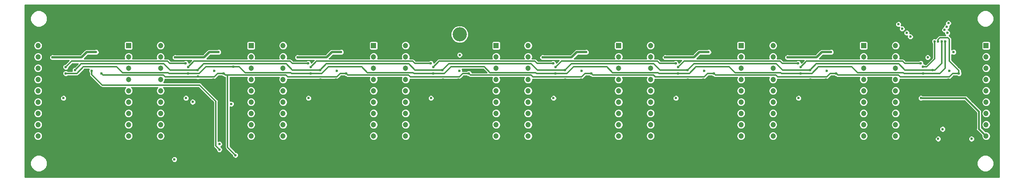
<source format=gbr>
G04 #@! TF.GenerationSoftware,KiCad,Pcbnew,(6.0.0-rc1-dev-557-ge985f797c)*
G04 #@! TF.CreationDate,2021-03-05T01:29:39+01:00*
G04 #@! TF.ProjectId,16seg_Module,31367365675F4D6F64756C652E6B6963,1.0*
G04 #@! TF.SameCoordinates,Original*
G04 #@! TF.FileFunction,Copper,L3,Inr,Signal*
G04 #@! TF.FilePolarity,Positive*
%FSLAX46Y46*%
G04 Gerber Fmt 4.6, Leading zero omitted, Abs format (unit mm)*
G04 Created by KiCad (PCBNEW (6.0.0-rc1-dev-557-ge985f797c)) date 03/05/21 01:29:39*
%MOMM*%
%LPD*%
G01*
G04 APERTURE LIST*
G04 #@! TA.AperFunction,ViaPad*
%ADD10C,1.200000*%
G04 #@! TD*
G04 #@! TA.AperFunction,ViaPad*
%ADD11R,1.200000X1.200000*%
G04 #@! TD*
G04 #@! TA.AperFunction,ViaPad*
%ADD12C,3.200000*%
G04 #@! TD*
G04 #@! TA.AperFunction,ViaPad*
%ADD13C,0.600000*%
G04 #@! TD*
G04 #@! TA.AperFunction,Conductor*
%ADD14C,0.500000*%
G04 #@! TD*
G04 #@! TA.AperFunction,Conductor*
%ADD15C,0.400000*%
G04 #@! TD*
G04 #@! TA.AperFunction,Conductor*
%ADD16C,0.300000*%
G04 #@! TD*
G04 #@! TA.AperFunction,Conductor*
%ADD17C,0.254000*%
G04 #@! TD*
G04 APERTURE END LIST*
D10*
G04 #@! TO.N,Net-(U14-Pad4)*
G04 #@! TO.C,U14*
X63160000Y-58152304D03*
G04 #@! TO.N,Net-(U14-Pad3)*
X63160000Y-55612304D03*
G04 #@! TO.N,Net-(U14-Pad2)*
X63160000Y-53072304D03*
D11*
G04 #@! TO.N,Net-(U14-Pad1)*
X63160000Y-50532304D03*
D10*
G04 #@! TO.N,Net-(U14-Pad18)*
X42840000Y-50532304D03*
G04 #@! TO.N,Net-(U14-Pad17)*
X42840000Y-53072304D03*
G04 #@! TO.N,Net-(U14-Pad16)*
X42840000Y-55612304D03*
G04 #@! TO.N,Net-(U14-Pad15)*
X42840000Y-58152304D03*
G04 #@! TO.N,Net-(U14-Pad14)*
X42840000Y-60692304D03*
G04 #@! TO.N,Net-(U14-Pad13)*
X42840000Y-63232304D03*
G04 #@! TO.N,Net-(U10-Pad12)*
X42840000Y-65772304D03*
G04 #@! TO.N,+5V*
X42840000Y-68312304D03*
G04 #@! TO.N,Net-(U14-Pad10)*
X42840000Y-70852304D03*
G04 #@! TO.N,Net-(U14-Pad9)*
X63160000Y-70852304D03*
G04 #@! TO.N,Net-(U14-Pad8)*
X63160000Y-68312304D03*
G04 #@! TO.N,Net-(U14-Pad7)*
X63160000Y-65772304D03*
G04 #@! TO.N,Net-(U14-Pad6)*
X63160000Y-63232304D03*
G04 #@! TO.N,Net-(U14-Pad5)*
X63160000Y-60692304D03*
G04 #@! TD*
G04 #@! TO.N,Net-(U13-Pad4)*
G04 #@! TO.C,U13*
X90660000Y-58152304D03*
G04 #@! TO.N,Net-(U13-Pad3)*
X90660000Y-55612304D03*
G04 #@! TO.N,Net-(U13-Pad2)*
X90660000Y-53072304D03*
D11*
G04 #@! TO.N,Net-(U13-Pad1)*
X90660000Y-50532304D03*
D10*
G04 #@! TO.N,Net-(U13-Pad18)*
X70340000Y-50532304D03*
G04 #@! TO.N,Net-(U13-Pad17)*
X70340000Y-53072304D03*
G04 #@! TO.N,Net-(U13-Pad16)*
X70340000Y-55612304D03*
G04 #@! TO.N,Net-(U13-Pad15)*
X70340000Y-58152304D03*
G04 #@! TO.N,Net-(U13-Pad14)*
X70340000Y-60692304D03*
G04 #@! TO.N,Net-(U13-Pad13)*
X70340000Y-63232304D03*
G04 #@! TO.N,Net-(U10-Pad11)*
X70340000Y-65772304D03*
G04 #@! TO.N,+5V*
X70340000Y-68312304D03*
G04 #@! TO.N,Net-(U13-Pad10)*
X70340000Y-70852304D03*
G04 #@! TO.N,Net-(U13-Pad9)*
X90660000Y-70852304D03*
G04 #@! TO.N,Net-(U13-Pad8)*
X90660000Y-68312304D03*
G04 #@! TO.N,Net-(U13-Pad7)*
X90660000Y-65772304D03*
G04 #@! TO.N,Net-(U13-Pad6)*
X90660000Y-63232304D03*
G04 #@! TO.N,Net-(U13-Pad5)*
X90660000Y-60692304D03*
G04 #@! TD*
G04 #@! TO.N,Net-(U12-Pad4)*
G04 #@! TO.C,U12*
X118160000Y-58152304D03*
G04 #@! TO.N,Net-(U12-Pad3)*
X118160000Y-55612304D03*
G04 #@! TO.N,Net-(U12-Pad2)*
X118160000Y-53072304D03*
D11*
G04 #@! TO.N,Net-(U12-Pad1)*
X118160000Y-50532304D03*
D10*
G04 #@! TO.N,Net-(U12-Pad18)*
X97840000Y-50532304D03*
G04 #@! TO.N,Net-(U12-Pad17)*
X97840000Y-53072304D03*
G04 #@! TO.N,Net-(U12-Pad16)*
X97840000Y-55612304D03*
G04 #@! TO.N,Net-(U12-Pad15)*
X97840000Y-58152304D03*
G04 #@! TO.N,Net-(U12-Pad14)*
X97840000Y-60692304D03*
G04 #@! TO.N,Net-(U12-Pad13)*
X97840000Y-63232304D03*
G04 #@! TO.N,Net-(U10-Pad10)*
X97840000Y-65772304D03*
G04 #@! TO.N,+5V*
X97840000Y-68312304D03*
G04 #@! TO.N,Net-(U12-Pad10)*
X97840000Y-70852304D03*
G04 #@! TO.N,Net-(U12-Pad9)*
X118160000Y-70852304D03*
G04 #@! TO.N,Net-(U12-Pad8)*
X118160000Y-68312304D03*
G04 #@! TO.N,Net-(U12-Pad7)*
X118160000Y-65772304D03*
G04 #@! TO.N,Net-(U12-Pad6)*
X118160000Y-63232304D03*
G04 #@! TO.N,Net-(U12-Pad5)*
X118160000Y-60692304D03*
G04 #@! TD*
G04 #@! TO.N,Net-(U11-Pad4)*
G04 #@! TO.C,U11*
X145660000Y-58152304D03*
G04 #@! TO.N,Net-(U11-Pad3)*
X145660000Y-55612304D03*
G04 #@! TO.N,Net-(U11-Pad2)*
X145660000Y-53072304D03*
D11*
G04 #@! TO.N,Net-(U11-Pad1)*
X145660000Y-50532304D03*
D10*
G04 #@! TO.N,Net-(U11-Pad18)*
X125340000Y-50532304D03*
G04 #@! TO.N,Net-(U11-Pad17)*
X125340000Y-53072304D03*
G04 #@! TO.N,Net-(U11-Pad16)*
X125340000Y-55612304D03*
G04 #@! TO.N,Net-(U11-Pad15)*
X125340000Y-58152304D03*
G04 #@! TO.N,Net-(U11-Pad14)*
X125340000Y-60692304D03*
G04 #@! TO.N,Net-(U11-Pad13)*
X125340000Y-63232304D03*
G04 #@! TO.N,Net-(U10-Pad9)*
X125340000Y-65772304D03*
G04 #@! TO.N,+5V*
X125340000Y-68312304D03*
G04 #@! TO.N,Net-(U11-Pad10)*
X125340000Y-70852304D03*
G04 #@! TO.N,Net-(U11-Pad9)*
X145660000Y-70852304D03*
G04 #@! TO.N,Net-(U11-Pad8)*
X145660000Y-68312304D03*
G04 #@! TO.N,Net-(U11-Pad7)*
X145660000Y-65772304D03*
G04 #@! TO.N,Net-(U11-Pad6)*
X145660000Y-63232304D03*
G04 #@! TO.N,Net-(U11-Pad5)*
X145660000Y-60692304D03*
G04 #@! TD*
G04 #@! TO.N,Net-(U4-Pad4)*
G04 #@! TO.C,U4*
X173160000Y-58152304D03*
G04 #@! TO.N,Net-(U4-Pad3)*
X173160000Y-55612304D03*
G04 #@! TO.N,Net-(U4-Pad2)*
X173160000Y-53072304D03*
D11*
G04 #@! TO.N,Net-(U4-Pad1)*
X173160000Y-50532304D03*
D10*
G04 #@! TO.N,Net-(U4-Pad18)*
X152840000Y-50532304D03*
G04 #@! TO.N,Net-(U4-Pad17)*
X152840000Y-53072304D03*
G04 #@! TO.N,Net-(U4-Pad16)*
X152840000Y-55612304D03*
G04 #@! TO.N,Net-(U4-Pad15)*
X152840000Y-58152304D03*
G04 #@! TO.N,Net-(U4-Pad14)*
X152840000Y-60692304D03*
G04 #@! TO.N,Net-(U4-Pad13)*
X152840000Y-63232304D03*
G04 #@! TO.N,Net-(U10-Pad8)*
X152840000Y-65772304D03*
G04 #@! TO.N,+5V*
X152840000Y-68312304D03*
G04 #@! TO.N,Net-(U4-Pad10)*
X152840000Y-70852304D03*
G04 #@! TO.N,Net-(U4-Pad9)*
X173160000Y-70852304D03*
G04 #@! TO.N,Net-(U4-Pad8)*
X173160000Y-68312304D03*
G04 #@! TO.N,Net-(U4-Pad7)*
X173160000Y-65772304D03*
G04 #@! TO.N,Net-(U4-Pad6)*
X173160000Y-63232304D03*
G04 #@! TO.N,Net-(U4-Pad5)*
X173160000Y-60692304D03*
G04 #@! TD*
G04 #@! TO.N,Net-(U3-Pad4)*
G04 #@! TO.C,U3*
X200660000Y-58152304D03*
G04 #@! TO.N,Net-(U3-Pad3)*
X200660000Y-55612304D03*
G04 #@! TO.N,Net-(U3-Pad2)*
X200660000Y-53072304D03*
D11*
G04 #@! TO.N,Net-(U3-Pad1)*
X200660000Y-50532304D03*
D10*
G04 #@! TO.N,Net-(U3-Pad18)*
X180340000Y-50532304D03*
G04 #@! TO.N,Net-(U3-Pad17)*
X180340000Y-53072304D03*
G04 #@! TO.N,Net-(U3-Pad16)*
X180340000Y-55612304D03*
G04 #@! TO.N,Net-(U3-Pad15)*
X180340000Y-58152304D03*
G04 #@! TO.N,Net-(U3-Pad14)*
X180340000Y-60692304D03*
G04 #@! TO.N,Net-(U3-Pad13)*
X180340000Y-63232304D03*
G04 #@! TO.N,Net-(U10-Pad7)*
X180340000Y-65772304D03*
G04 #@! TO.N,+5V*
X180340000Y-68312304D03*
G04 #@! TO.N,Net-(U3-Pad10)*
X180340000Y-70852304D03*
G04 #@! TO.N,Net-(U3-Pad9)*
X200660000Y-70852304D03*
G04 #@! TO.N,Net-(U3-Pad8)*
X200660000Y-68312304D03*
G04 #@! TO.N,Net-(U3-Pad7)*
X200660000Y-65772304D03*
G04 #@! TO.N,Net-(U3-Pad6)*
X200660000Y-63232304D03*
G04 #@! TO.N,Net-(U3-Pad5)*
X200660000Y-60692304D03*
G04 #@! TD*
G04 #@! TO.N,Net-(U2-Pad4)*
G04 #@! TO.C,U2*
X228160000Y-58152304D03*
G04 #@! TO.N,Net-(U2-Pad3)*
X228160000Y-55612304D03*
G04 #@! TO.N,Net-(U2-Pad2)*
X228160000Y-53072304D03*
D11*
G04 #@! TO.N,Net-(U2-Pad1)*
X228160000Y-50532304D03*
D10*
G04 #@! TO.N,Net-(U2-Pad18)*
X207840000Y-50532304D03*
G04 #@! TO.N,Net-(U2-Pad17)*
X207840000Y-53072304D03*
G04 #@! TO.N,Net-(U2-Pad16)*
X207840000Y-55612304D03*
G04 #@! TO.N,Net-(U2-Pad15)*
X207840000Y-58152304D03*
G04 #@! TO.N,Net-(U2-Pad14)*
X207840000Y-60692304D03*
G04 #@! TO.N,Net-(U2-Pad13)*
X207840000Y-63232304D03*
G04 #@! TO.N,Net-(U10-Pad6)*
X207840000Y-65772304D03*
G04 #@! TO.N,+5V*
X207840000Y-68312304D03*
G04 #@! TO.N,Net-(U2-Pad10)*
X207840000Y-70852304D03*
G04 #@! TO.N,Net-(U2-Pad9)*
X228160000Y-70852304D03*
G04 #@! TO.N,Net-(U2-Pad8)*
X228160000Y-68312304D03*
G04 #@! TO.N,Net-(U2-Pad7)*
X228160000Y-65772304D03*
G04 #@! TO.N,Net-(U2-Pad6)*
X228160000Y-63232304D03*
G04 #@! TO.N,Net-(U2-Pad5)*
X228160000Y-60692304D03*
G04 #@! TD*
G04 #@! TO.N,Net-(U1-Pad4)*
G04 #@! TO.C,U1*
X255660000Y-58152304D03*
G04 #@! TO.N,Net-(U1-Pad3)*
X255660000Y-55612304D03*
G04 #@! TO.N,Net-(U1-Pad2)*
X255660000Y-53072304D03*
D11*
G04 #@! TO.N,Net-(U1-Pad1)*
X255660000Y-50532304D03*
D10*
G04 #@! TO.N,Net-(U1-Pad18)*
X235340000Y-50532304D03*
G04 #@! TO.N,Net-(U1-Pad17)*
X235340000Y-53072304D03*
G04 #@! TO.N,Net-(U1-Pad16)*
X235340000Y-55612304D03*
G04 #@! TO.N,Net-(U1-Pad15)*
X235340000Y-58152304D03*
G04 #@! TO.N,Net-(U1-Pad14)*
X235340000Y-60692304D03*
G04 #@! TO.N,Net-(U1-Pad13)*
X235340000Y-63232304D03*
G04 #@! TO.N,Net-(U1-Pad12)*
X235340000Y-65772304D03*
G04 #@! TO.N,+5V*
X235340000Y-68312304D03*
G04 #@! TO.N,Net-(U1-Pad10)*
X235340000Y-70852304D03*
G04 #@! TO.N,Net-(U1-Pad9)*
X255660000Y-70852304D03*
G04 #@! TO.N,Net-(U1-Pad8)*
X255660000Y-68312304D03*
G04 #@! TO.N,Net-(U1-Pad7)*
X255660000Y-65772304D03*
G04 #@! TO.N,Net-(U1-Pad6)*
X255660000Y-63232304D03*
G04 #@! TO.N,Net-(U1-Pad5)*
X255660000Y-60692304D03*
G04 #@! TD*
D12*
G04 #@! TO.N,+5V*
G04 #@! TO.C,J1*
X137480000Y-48000000D03*
G04 #@! TO.N,GND*
X133520000Y-48000000D03*
G04 #@! TD*
D13*
G04 #@! TO.N,GND*
X141450000Y-52450000D03*
X140950000Y-56000000D03*
X51250000Y-57500000D03*
X51250000Y-58200000D03*
X51250000Y-58900000D03*
X51250000Y-59600000D03*
X51250000Y-60300000D03*
X51250000Y-61000000D03*
X54750000Y-59600000D03*
X54750000Y-60300000D03*
X54750000Y-61000000D03*
X54750000Y-58900000D03*
X54750000Y-58200000D03*
G04 #@! TO.N,/~OE*
X78750000Y-57500000D03*
G04 #@! TO.N,GND*
X78750000Y-60300000D03*
X78750000Y-61000000D03*
X78750000Y-58500000D03*
X82250000Y-59600000D03*
X82250000Y-58900000D03*
X82250000Y-60300000D03*
X82250000Y-61000000D03*
X82250000Y-58200000D03*
X109750000Y-61000000D03*
X109750000Y-59600000D03*
X106250000Y-61000000D03*
X109750000Y-58900000D03*
X109750000Y-60300000D03*
X109750000Y-58200000D03*
X106250000Y-60300000D03*
X106250000Y-58900000D03*
X106250000Y-59600000D03*
X106250000Y-58200000D03*
X137250000Y-61000000D03*
X133750000Y-60300000D03*
X137250000Y-58900000D03*
X137250000Y-59600000D03*
X137250000Y-58200000D03*
X137250000Y-60300000D03*
X133750000Y-61000000D03*
X133750000Y-58900000D03*
X133750000Y-58200000D03*
X133750000Y-59600000D03*
X164750000Y-58900000D03*
X164750000Y-58200000D03*
X161250000Y-61000000D03*
X161250000Y-59600000D03*
X164750000Y-60300000D03*
X161250000Y-60300000D03*
X161250000Y-58200000D03*
X164750000Y-59600000D03*
X164750000Y-61000000D03*
X161250000Y-58900000D03*
X188750000Y-61000000D03*
X188750000Y-58200000D03*
X192250000Y-58900000D03*
X192250000Y-59600000D03*
X188750000Y-58900000D03*
X192250000Y-60300000D03*
X188750000Y-60300000D03*
X192250000Y-61000000D03*
X188750000Y-59600000D03*
X192250000Y-58200000D03*
X216250000Y-61000000D03*
X219750000Y-58900000D03*
X219750000Y-59600000D03*
X216250000Y-58900000D03*
X219750000Y-60300000D03*
X216250000Y-60300000D03*
X219750000Y-61000000D03*
X216250000Y-58200000D03*
X219750000Y-58200000D03*
X216250000Y-59600000D03*
X243750000Y-60300000D03*
X247250000Y-60300000D03*
X247250000Y-58900000D03*
X247250000Y-61000000D03*
X247250000Y-59600000D03*
X243750000Y-61000000D03*
X247250000Y-58200000D03*
G04 #@! TO.N,+5V*
X211100000Y-53200000D03*
X183600000Y-53200000D03*
X156100000Y-53200000D03*
X101100000Y-53200000D03*
X73600000Y-53200000D03*
X46100000Y-53200000D03*
X137480000Y-52630000D03*
X248350000Y-52000000D03*
X242550000Y-53200000D03*
X220850000Y-52000000D03*
X193350000Y-52000000D03*
X165850000Y-52000000D03*
X110850000Y-52000000D03*
X83350000Y-52000000D03*
X55850000Y-52000000D03*
X73450000Y-76100000D03*
G04 #@! TO.N,Net-(U1-Pad12)*
X247000000Y-47700000D03*
X238650000Y-48550000D03*
G04 #@! TO.N,Net-(U1-Pad9)*
X241050000Y-62350000D03*
G04 #@! TO.N,/~OE*
X244900000Y-49600000D03*
X249550000Y-56800000D03*
X222050000Y-56800000D03*
X194550000Y-56800000D03*
X167050000Y-56800000D03*
X139550000Y-56800000D03*
X112050000Y-56800000D03*
X84550000Y-56800000D03*
X57050000Y-56800000D03*
X252400000Y-71500000D03*
X87150000Y-75150000D03*
G04 #@! TO.N,/LE*
X241550000Y-56800000D03*
X246500000Y-49600000D03*
X214050000Y-56800000D03*
X186550000Y-56800000D03*
X159050000Y-56800000D03*
X131550000Y-56800000D03*
X104050000Y-56800000D03*
X76550000Y-56800000D03*
X49050000Y-56800000D03*
X244900000Y-71500000D03*
X86700000Y-55300000D03*
X86200000Y-63650000D03*
G04 #@! TO.N,/CLK*
X243650000Y-56050000D03*
X245700000Y-49600000D03*
X216150000Y-56050000D03*
X188650000Y-56050000D03*
X161150000Y-56050000D03*
X133650000Y-56050000D03*
X106150000Y-56050000D03*
X78650000Y-56050000D03*
X51150000Y-56050000D03*
X245900000Y-69300000D03*
X77550000Y-63200000D03*
X83550000Y-72650000D03*
G04 #@! TO.N,Net-(U10-Pad6)*
X246350000Y-47000000D03*
X237850000Y-47700000D03*
G04 #@! TO.N,Net-(U2-Pad9)*
X213550000Y-62350000D03*
G04 #@! TO.N,Net-(U10-Pad7)*
X246850000Y-46300000D03*
X236800000Y-46750000D03*
G04 #@! TO.N,Net-(U3-Pad9)*
X186050000Y-62350000D03*
G04 #@! TO.N,Net-(U10-Pad8)*
X236000000Y-45750000D03*
X247200000Y-45500000D03*
G04 #@! TO.N,Net-(U4-Pad9)*
X158550000Y-62350000D03*
G04 #@! TO.N,Net-(U10-Pad14)*
X244100000Y-49600000D03*
X241500000Y-55300000D03*
G04 #@! TO.N,Net-(U5-Pad22)*
X247400000Y-56200000D03*
X241000000Y-54550000D03*
X214050000Y-55350000D03*
G04 #@! TO.N,Net-(U6-Pad22)*
X186550000Y-55350000D03*
X213500000Y-54550000D03*
X219900000Y-56200000D03*
G04 #@! TO.N,Net-(U7-Pad22)*
X192400000Y-56200000D03*
X159050000Y-55350000D03*
X186000000Y-54550000D03*
G04 #@! TO.N,Net-(U15-Pad2)*
X164900000Y-56200000D03*
X131550000Y-55350000D03*
X158500000Y-54550000D03*
G04 #@! TO.N,Net-(U11-Pad9)*
X131050000Y-62350000D03*
G04 #@! TO.N,Net-(U12-Pad9)*
X103550000Y-62350000D03*
G04 #@! TO.N,Net-(U13-Pad9)*
X76050000Y-62350000D03*
G04 #@! TO.N,Net-(U14-Pad9)*
X48550000Y-62350000D03*
G04 #@! TO.N,Net-(U15-Pad22)*
X137400000Y-56200000D03*
X104050000Y-55350000D03*
X131000000Y-54550000D03*
G04 #@! TO.N,Net-(U16-Pad22)*
X109900000Y-56200000D03*
X76550000Y-55350000D03*
X103500000Y-54550000D03*
G04 #@! TO.N,Net-(U17-Pad22)*
X82400000Y-56200000D03*
X49050000Y-55350000D03*
X76000000Y-54550000D03*
G04 #@! TO.N,Net-(U18-Pad22)*
X54900000Y-56200000D03*
X83550000Y-73900000D03*
G04 #@! TD*
D14*
G04 #@! TO.N,+5V*
X220300000Y-52000000D02*
X218800000Y-52000000D01*
X218800000Y-52000000D02*
X217600000Y-53200000D01*
X217600000Y-53200000D02*
X215000000Y-53200000D01*
X215000000Y-53200000D02*
X211100000Y-53200000D01*
X192800000Y-52000000D02*
X191300000Y-52000000D01*
X191300000Y-52000000D02*
X190100000Y-53200000D01*
X190100000Y-53200000D02*
X187500000Y-53200000D01*
X187500000Y-53200000D02*
X183600000Y-53200000D01*
X165300000Y-52000000D02*
X163800000Y-52000000D01*
X160000000Y-53200000D02*
X156100000Y-53200000D01*
X162600000Y-53200000D02*
X160000000Y-53200000D01*
X163800000Y-52000000D02*
X162600000Y-53200000D01*
X110300000Y-52000000D02*
X108800000Y-52000000D01*
X105000000Y-53200000D02*
X101100000Y-53200000D01*
X107600000Y-53200000D02*
X105000000Y-53200000D01*
X108800000Y-52000000D02*
X107600000Y-53200000D01*
X82800000Y-52000000D02*
X81300000Y-52000000D01*
X81300000Y-52000000D02*
X80100000Y-53200000D01*
X80100000Y-53200000D02*
X77500000Y-53200000D01*
X77500000Y-53200000D02*
X73600000Y-53200000D01*
X55300000Y-52000000D02*
X53800000Y-52000000D01*
X53800000Y-52000000D02*
X52600000Y-53200000D01*
X52600000Y-53200000D02*
X50000000Y-53200000D01*
X50000000Y-53200000D02*
X46100000Y-53200000D01*
X220300000Y-52000000D02*
X220850000Y-52000000D01*
X192800000Y-52000000D02*
X193350000Y-52000000D01*
X165300000Y-52000000D02*
X165850000Y-52000000D01*
X110300000Y-52000000D02*
X110850000Y-52000000D01*
X82800000Y-52000000D02*
X83350000Y-52000000D01*
X55300000Y-52000000D02*
X55850000Y-52000000D01*
D15*
G04 #@! TO.N,Net-(U1-Pad9)*
X251000000Y-62350000D02*
X254050000Y-65400000D01*
X254050000Y-69242304D02*
X255660000Y-70852304D01*
X241050000Y-62350000D02*
X251000000Y-62350000D01*
X254050000Y-65400000D02*
X254050000Y-69242304D01*
D16*
G04 #@! TO.N,/~OE*
X244900000Y-49600000D02*
X244900000Y-49150000D01*
X244900000Y-49150000D02*
X245300000Y-48750000D01*
X245300000Y-48750000D02*
X247050000Y-48750000D01*
X247050000Y-48750000D02*
X247400000Y-49100000D01*
X249550000Y-56800000D02*
X249550000Y-56150000D01*
X247400000Y-54000000D02*
X247400000Y-53950000D01*
X249550000Y-56150000D02*
X247400000Y-54000000D01*
X247400000Y-49100000D02*
X247400000Y-53950000D01*
X236000000Y-57150000D02*
X222400000Y-57150000D01*
X222400000Y-57150000D02*
X222050000Y-56800000D01*
X236400000Y-57550000D02*
X236000000Y-57150000D01*
X247400000Y-57550000D02*
X236400000Y-57550000D01*
X248150000Y-56800000D02*
X247400000Y-57550000D01*
X249550000Y-56800000D02*
X248150000Y-56800000D01*
X219900000Y-57550000D02*
X208900000Y-57550000D01*
X220650000Y-56800000D02*
X219900000Y-57550000D01*
X208500000Y-57150000D02*
X194900000Y-57150000D01*
X222050000Y-56800000D02*
X220650000Y-56800000D01*
X194900000Y-57150000D02*
X194550000Y-56800000D01*
X208900000Y-57550000D02*
X208500000Y-57150000D01*
X181400000Y-57550000D02*
X181000000Y-57150000D01*
X192400000Y-57550000D02*
X181400000Y-57550000D01*
X181000000Y-57150000D02*
X167400000Y-57150000D01*
X194550000Y-56800000D02*
X193150000Y-56800000D01*
X167400000Y-57150000D02*
X167050000Y-56800000D01*
X193150000Y-56800000D02*
X192400000Y-57550000D01*
X153900000Y-57550000D02*
X153500000Y-57150000D01*
X164900000Y-57550000D02*
X153900000Y-57550000D01*
X153500000Y-57150000D02*
X139900000Y-57150000D01*
X167050000Y-56800000D02*
X165650000Y-56800000D01*
X139900000Y-57150000D02*
X139550000Y-56800000D01*
X165650000Y-56800000D02*
X164900000Y-57550000D01*
X126400000Y-57550000D02*
X126000000Y-57150000D01*
X137400000Y-57550000D02*
X126400000Y-57550000D01*
X126000000Y-57150000D02*
X112400000Y-57150000D01*
X139550000Y-56800000D02*
X138150000Y-56800000D01*
X112400000Y-57150000D02*
X112050000Y-56800000D01*
X138150000Y-56800000D02*
X137400000Y-57550000D01*
X98900000Y-57550000D02*
X98500000Y-57150000D01*
X109900000Y-57550000D02*
X98900000Y-57550000D01*
X112050000Y-56800000D02*
X110650000Y-56800000D01*
X84900000Y-57150000D02*
X84550000Y-56800000D01*
X110650000Y-56800000D02*
X109900000Y-57550000D01*
X71400000Y-57550000D02*
X71000000Y-57150000D01*
X82400000Y-57550000D02*
X71400000Y-57550000D01*
X71000000Y-57150000D02*
X57400000Y-57150000D01*
X84550000Y-56800000D02*
X83150000Y-56800000D01*
X57400000Y-57150000D02*
X57050000Y-56800000D01*
X83150000Y-56800000D02*
X82400000Y-57550000D01*
X85400000Y-73400000D02*
X87150000Y-75150000D01*
X85400000Y-57150000D02*
X85400000Y-73400000D01*
X85400000Y-57150000D02*
X84900000Y-57150000D01*
X98500000Y-57150000D02*
X85400000Y-57150000D01*
G04 #@! TO.N,/LE*
X241550000Y-56800000D02*
X244850000Y-56800000D01*
X244850000Y-56800000D02*
X245100000Y-56800000D01*
X245100000Y-56800000D02*
X245300000Y-56800000D01*
X245300000Y-56800000D02*
X246500000Y-55600000D01*
X246500000Y-55600000D02*
X246500000Y-49600000D01*
X237050000Y-56600000D02*
X226800000Y-56600000D01*
X226800000Y-56600000D02*
X225500000Y-55300000D01*
X237250000Y-56800000D02*
X237050000Y-56600000D01*
X241550000Y-56800000D02*
X237250000Y-56800000D01*
X225500000Y-55300000D02*
X218050000Y-55300000D01*
X218050000Y-55300000D02*
X216550000Y-56800000D01*
X216550000Y-56800000D02*
X214050000Y-56800000D01*
X209750000Y-56800000D02*
X209550000Y-56600000D01*
X189050000Y-56800000D02*
X186550000Y-56800000D01*
X190550000Y-55300000D02*
X189050000Y-56800000D01*
X198000000Y-55300000D02*
X190550000Y-55300000D01*
X209550000Y-56600000D02*
X199300000Y-56600000D01*
X214050000Y-56800000D02*
X209750000Y-56800000D01*
X199300000Y-56600000D02*
X198000000Y-55300000D01*
X182050000Y-56600000D02*
X171800000Y-56600000D01*
X186550000Y-56800000D02*
X182250000Y-56800000D01*
X171800000Y-56600000D02*
X170500000Y-55300000D01*
X170500000Y-55300000D02*
X163050000Y-55300000D01*
X182250000Y-56800000D02*
X182050000Y-56600000D01*
X161550000Y-56800000D02*
X159050000Y-56800000D01*
X163050000Y-55300000D02*
X161550000Y-56800000D01*
X154550000Y-56600000D02*
X144300000Y-56600000D01*
X159050000Y-56800000D02*
X154750000Y-56800000D01*
X144300000Y-56600000D02*
X143000000Y-55300000D01*
X143000000Y-55300000D02*
X135550000Y-55300000D01*
X154750000Y-56800000D02*
X154550000Y-56600000D01*
X134050000Y-56800000D02*
X131550000Y-56800000D01*
X135550000Y-55300000D02*
X134050000Y-56800000D01*
X127050000Y-56600000D02*
X116800000Y-56600000D01*
X131550000Y-56800000D02*
X127250000Y-56800000D01*
X116800000Y-56600000D02*
X115500000Y-55300000D01*
X115500000Y-55300000D02*
X108050000Y-55300000D01*
X127250000Y-56800000D02*
X127050000Y-56600000D01*
X106550000Y-56800000D02*
X104050000Y-56800000D01*
X108050000Y-55300000D02*
X106550000Y-56800000D01*
X99550000Y-56600000D02*
X89300000Y-56600000D01*
X104050000Y-56800000D02*
X99750000Y-56800000D01*
X89300000Y-56600000D02*
X88000000Y-55300000D01*
X88000000Y-55300000D02*
X86700000Y-55300000D01*
X99750000Y-56800000D02*
X99550000Y-56600000D01*
X79050000Y-56800000D02*
X76550000Y-56800000D01*
X80550000Y-55300000D02*
X79050000Y-56800000D01*
X72050000Y-56600000D02*
X61800000Y-56600000D01*
X76550000Y-56800000D02*
X72250000Y-56800000D01*
X61800000Y-56600000D02*
X60500000Y-55300000D01*
X60500000Y-55300000D02*
X53050000Y-55300000D01*
X72250000Y-56800000D02*
X72050000Y-56600000D01*
X51550000Y-56800000D02*
X49050000Y-56800000D01*
X53050000Y-55300000D02*
X51550000Y-56800000D01*
X86700000Y-55300000D02*
X80550000Y-55300000D01*
G04 #@! TO.N,/CLK*
X243650000Y-56050000D02*
X244200000Y-56050000D01*
X244200000Y-56050000D02*
X245700000Y-54550000D01*
X245700000Y-54550000D02*
X245700000Y-49600000D01*
X237450000Y-56050000D02*
X236050000Y-54650000D01*
X243650000Y-56050000D02*
X237450000Y-56050000D01*
X236050000Y-54650000D02*
X217550000Y-54650000D01*
X217550000Y-54650000D02*
X216150000Y-56050000D01*
X216150000Y-56050000D02*
X209950000Y-56050000D01*
X208550000Y-54650000D02*
X190050000Y-54650000D01*
X209950000Y-56050000D02*
X208550000Y-54650000D01*
X190050000Y-54650000D02*
X188650000Y-56050000D01*
X162550000Y-54650000D02*
X161150000Y-56050000D01*
X181050000Y-54650000D02*
X162550000Y-54650000D01*
X188650000Y-56050000D02*
X182450000Y-56050000D01*
X182450000Y-56050000D02*
X181050000Y-54650000D01*
X135050000Y-54650000D02*
X133650000Y-56050000D01*
X153550000Y-54650000D02*
X135050000Y-54650000D01*
X161150000Y-56050000D02*
X154950000Y-56050000D01*
X154950000Y-56050000D02*
X153550000Y-54650000D01*
X107550000Y-54650000D02*
X106150000Y-56050000D01*
X126050000Y-54650000D02*
X107550000Y-54650000D01*
X133650000Y-56050000D02*
X127450000Y-56050000D01*
X127450000Y-56050000D02*
X126050000Y-54650000D01*
X80050000Y-54650000D02*
X78650000Y-56050000D01*
X98550000Y-54650000D02*
X80050000Y-54650000D01*
X106150000Y-56050000D02*
X99950000Y-56050000D01*
X99950000Y-56050000D02*
X98550000Y-54650000D01*
X52550000Y-54650000D02*
X51150000Y-56050000D01*
X71050000Y-54650000D02*
X52550000Y-54650000D01*
X78650000Y-56050000D02*
X72450000Y-56050000D01*
X72450000Y-56050000D02*
X71050000Y-54650000D01*
G04 #@! TO.N,Net-(U10-Pad14)*
X244100000Y-49600000D02*
X244100000Y-53000000D01*
X241500000Y-55300000D02*
X242350000Y-55300000D01*
X244100000Y-53550000D02*
X244100000Y-53000000D01*
X242350000Y-55300000D02*
X244100000Y-53550000D01*
G04 #@! TO.N,Net-(U5-Pad22)*
X237400000Y-54550000D02*
X241000000Y-54550000D01*
X236900000Y-54050000D02*
X237400000Y-54550000D01*
X214050000Y-55350000D02*
X215350000Y-54050000D01*
X215350000Y-54050000D02*
X236900000Y-54050000D01*
G04 #@! TO.N,Net-(U6-Pad22)*
X187850000Y-54050000D02*
X209400000Y-54050000D01*
X186550000Y-55350000D02*
X187850000Y-54050000D01*
X209400000Y-54050000D02*
X209900000Y-54550000D01*
X209900000Y-54550000D02*
X213500000Y-54550000D01*
G04 #@! TO.N,Net-(U7-Pad22)*
X181900000Y-54050000D02*
X182400000Y-54550000D01*
X160350000Y-54050000D02*
X181900000Y-54050000D01*
X182400000Y-54550000D02*
X186000000Y-54550000D01*
X159050000Y-55350000D02*
X160350000Y-54050000D01*
G04 #@! TO.N,Net-(U15-Pad2)*
X154400000Y-54050000D02*
X154900000Y-54550000D01*
X132850000Y-54050000D02*
X154400000Y-54050000D01*
X154900000Y-54550000D02*
X158500000Y-54550000D01*
X131550000Y-55350000D02*
X132850000Y-54050000D01*
G04 #@! TO.N,Net-(U15-Pad22)*
X126900000Y-54050000D02*
X127400000Y-54550000D01*
X105350000Y-54050000D02*
X126900000Y-54050000D01*
X127400000Y-54550000D02*
X131000000Y-54550000D01*
X104050000Y-55350000D02*
X105350000Y-54050000D01*
G04 #@! TO.N,Net-(U16-Pad22)*
X99400000Y-54050000D02*
X99900000Y-54550000D01*
X77850000Y-54050000D02*
X99400000Y-54050000D01*
X99900000Y-54550000D02*
X103500000Y-54550000D01*
X76550000Y-55350000D02*
X77850000Y-54050000D01*
G04 #@! TO.N,Net-(U17-Pad22)*
X71900000Y-54050000D02*
X72400000Y-54550000D01*
X50350000Y-54050000D02*
X71900000Y-54050000D01*
X72400000Y-54550000D02*
X76000000Y-54550000D01*
X49050000Y-55350000D02*
X50350000Y-54050000D01*
G04 #@! TO.N,Net-(U18-Pad22)*
X54900000Y-56200000D02*
X54900000Y-57050000D01*
X54900000Y-57050000D02*
X57250000Y-59400000D01*
X57250000Y-59400000D02*
X79100000Y-59400000D01*
X79100000Y-59400000D02*
X82750000Y-63050000D01*
X82750000Y-63050000D02*
X82750000Y-73100000D01*
X82750000Y-73100000D02*
X83550000Y-73900000D01*
G04 #@! TD*
D17*
G04 #@! TO.N,GND*
G36*
X258594001Y-80094000D02*
X39906000Y-80094000D01*
X39906000Y-76625846D01*
X41119000Y-76625846D01*
X41119000Y-77374154D01*
X41405365Y-78065501D01*
X41934499Y-78594635D01*
X42625846Y-78881000D01*
X43374154Y-78881000D01*
X44065501Y-78594635D01*
X44594635Y-78065501D01*
X44881000Y-77374154D01*
X44881000Y-76625846D01*
X44607079Y-75964541D01*
X72769000Y-75964541D01*
X72769000Y-76235459D01*
X72872676Y-76485756D01*
X73064244Y-76677324D01*
X73314541Y-76781000D01*
X73585459Y-76781000D01*
X73835756Y-76677324D01*
X73887234Y-76625846D01*
X253619000Y-76625846D01*
X253619000Y-77374154D01*
X253905365Y-78065501D01*
X254434499Y-78594635D01*
X255125846Y-78881000D01*
X255874154Y-78881000D01*
X256565501Y-78594635D01*
X257094635Y-78065501D01*
X257381000Y-77374154D01*
X257381000Y-76625846D01*
X257094635Y-75934499D01*
X256565501Y-75405365D01*
X255874154Y-75119000D01*
X255125846Y-75119000D01*
X254434499Y-75405365D01*
X253905365Y-75934499D01*
X253619000Y-76625846D01*
X73887234Y-76625846D01*
X74027324Y-76485756D01*
X74131000Y-76235459D01*
X74131000Y-75964541D01*
X74027324Y-75714244D01*
X73835756Y-75522676D01*
X73585459Y-75419000D01*
X73314541Y-75419000D01*
X73064244Y-75522676D01*
X72872676Y-75714244D01*
X72769000Y-75964541D01*
X44607079Y-75964541D01*
X44594635Y-75934499D01*
X44065501Y-75405365D01*
X43374154Y-75119000D01*
X42625846Y-75119000D01*
X41934499Y-75405365D01*
X41405365Y-75934499D01*
X41119000Y-76625846D01*
X39906000Y-76625846D01*
X39906000Y-70657171D01*
X41859000Y-70657171D01*
X41859000Y-71047437D01*
X42008348Y-71407996D01*
X42284308Y-71683956D01*
X42644867Y-71833304D01*
X43035133Y-71833304D01*
X43395692Y-71683956D01*
X43671652Y-71407996D01*
X43821000Y-71047437D01*
X43821000Y-70657171D01*
X62179000Y-70657171D01*
X62179000Y-71047437D01*
X62328348Y-71407996D01*
X62604308Y-71683956D01*
X62964867Y-71833304D01*
X63355133Y-71833304D01*
X63715692Y-71683956D01*
X63991652Y-71407996D01*
X64141000Y-71047437D01*
X64141000Y-70657171D01*
X69359000Y-70657171D01*
X69359000Y-71047437D01*
X69508348Y-71407996D01*
X69784308Y-71683956D01*
X70144867Y-71833304D01*
X70535133Y-71833304D01*
X70895692Y-71683956D01*
X71171652Y-71407996D01*
X71321000Y-71047437D01*
X71321000Y-70657171D01*
X71171652Y-70296612D01*
X70895692Y-70020652D01*
X70535133Y-69871304D01*
X70144867Y-69871304D01*
X69784308Y-70020652D01*
X69508348Y-70296612D01*
X69359000Y-70657171D01*
X64141000Y-70657171D01*
X63991652Y-70296612D01*
X63715692Y-70020652D01*
X63355133Y-69871304D01*
X62964867Y-69871304D01*
X62604308Y-70020652D01*
X62328348Y-70296612D01*
X62179000Y-70657171D01*
X43821000Y-70657171D01*
X43671652Y-70296612D01*
X43395692Y-70020652D01*
X43035133Y-69871304D01*
X42644867Y-69871304D01*
X42284308Y-70020652D01*
X42008348Y-70296612D01*
X41859000Y-70657171D01*
X39906000Y-70657171D01*
X39906000Y-68117171D01*
X41859000Y-68117171D01*
X41859000Y-68507437D01*
X42008348Y-68867996D01*
X42284308Y-69143956D01*
X42644867Y-69293304D01*
X43035133Y-69293304D01*
X43395692Y-69143956D01*
X43671652Y-68867996D01*
X43821000Y-68507437D01*
X43821000Y-68117171D01*
X62179000Y-68117171D01*
X62179000Y-68507437D01*
X62328348Y-68867996D01*
X62604308Y-69143956D01*
X62964867Y-69293304D01*
X63355133Y-69293304D01*
X63715692Y-69143956D01*
X63991652Y-68867996D01*
X64141000Y-68507437D01*
X64141000Y-68117171D01*
X69359000Y-68117171D01*
X69359000Y-68507437D01*
X69508348Y-68867996D01*
X69784308Y-69143956D01*
X70144867Y-69293304D01*
X70535133Y-69293304D01*
X70895692Y-69143956D01*
X71171652Y-68867996D01*
X71321000Y-68507437D01*
X71321000Y-68117171D01*
X71171652Y-67756612D01*
X70895692Y-67480652D01*
X70535133Y-67331304D01*
X70144867Y-67331304D01*
X69784308Y-67480652D01*
X69508348Y-67756612D01*
X69359000Y-68117171D01*
X64141000Y-68117171D01*
X63991652Y-67756612D01*
X63715692Y-67480652D01*
X63355133Y-67331304D01*
X62964867Y-67331304D01*
X62604308Y-67480652D01*
X62328348Y-67756612D01*
X62179000Y-68117171D01*
X43821000Y-68117171D01*
X43671652Y-67756612D01*
X43395692Y-67480652D01*
X43035133Y-67331304D01*
X42644867Y-67331304D01*
X42284308Y-67480652D01*
X42008348Y-67756612D01*
X41859000Y-68117171D01*
X39906000Y-68117171D01*
X39906000Y-65577171D01*
X41859000Y-65577171D01*
X41859000Y-65967437D01*
X42008348Y-66327996D01*
X42284308Y-66603956D01*
X42644867Y-66753304D01*
X43035133Y-66753304D01*
X43395692Y-66603956D01*
X43671652Y-66327996D01*
X43821000Y-65967437D01*
X43821000Y-65577171D01*
X62179000Y-65577171D01*
X62179000Y-65967437D01*
X62328348Y-66327996D01*
X62604308Y-66603956D01*
X62964867Y-66753304D01*
X63355133Y-66753304D01*
X63715692Y-66603956D01*
X63991652Y-66327996D01*
X64141000Y-65967437D01*
X64141000Y-65577171D01*
X69359000Y-65577171D01*
X69359000Y-65967437D01*
X69508348Y-66327996D01*
X69784308Y-66603956D01*
X70144867Y-66753304D01*
X70535133Y-66753304D01*
X70895692Y-66603956D01*
X71171652Y-66327996D01*
X71321000Y-65967437D01*
X71321000Y-65577171D01*
X71171652Y-65216612D01*
X70895692Y-64940652D01*
X70535133Y-64791304D01*
X70144867Y-64791304D01*
X69784308Y-64940652D01*
X69508348Y-65216612D01*
X69359000Y-65577171D01*
X64141000Y-65577171D01*
X63991652Y-65216612D01*
X63715692Y-64940652D01*
X63355133Y-64791304D01*
X62964867Y-64791304D01*
X62604308Y-64940652D01*
X62328348Y-65216612D01*
X62179000Y-65577171D01*
X43821000Y-65577171D01*
X43671652Y-65216612D01*
X43395692Y-64940652D01*
X43035133Y-64791304D01*
X42644867Y-64791304D01*
X42284308Y-64940652D01*
X42008348Y-65216612D01*
X41859000Y-65577171D01*
X39906000Y-65577171D01*
X39906000Y-63037171D01*
X41859000Y-63037171D01*
X41859000Y-63427437D01*
X42008348Y-63787996D01*
X42284308Y-64063956D01*
X42644867Y-64213304D01*
X43035133Y-64213304D01*
X43395692Y-64063956D01*
X43671652Y-63787996D01*
X43821000Y-63427437D01*
X43821000Y-63037171D01*
X62179000Y-63037171D01*
X62179000Y-63427437D01*
X62328348Y-63787996D01*
X62604308Y-64063956D01*
X62964867Y-64213304D01*
X63355133Y-64213304D01*
X63715692Y-64063956D01*
X63991652Y-63787996D01*
X64141000Y-63427437D01*
X64141000Y-63037171D01*
X69359000Y-63037171D01*
X69359000Y-63427437D01*
X69508348Y-63787996D01*
X69784308Y-64063956D01*
X70144867Y-64213304D01*
X70535133Y-64213304D01*
X70895692Y-64063956D01*
X71171652Y-63787996D01*
X71321000Y-63427437D01*
X71321000Y-63064541D01*
X76869000Y-63064541D01*
X76869000Y-63335459D01*
X76972676Y-63585756D01*
X77164244Y-63777324D01*
X77414541Y-63881000D01*
X77685459Y-63881000D01*
X77935756Y-63777324D01*
X78127324Y-63585756D01*
X78231000Y-63335459D01*
X78231000Y-63064541D01*
X78127324Y-62814244D01*
X77935756Y-62622676D01*
X77685459Y-62519000D01*
X77414541Y-62519000D01*
X77164244Y-62622676D01*
X76972676Y-62814244D01*
X76869000Y-63064541D01*
X71321000Y-63064541D01*
X71321000Y-63037171D01*
X71171652Y-62676612D01*
X70895692Y-62400652D01*
X70535133Y-62251304D01*
X70144867Y-62251304D01*
X69784308Y-62400652D01*
X69508348Y-62676612D01*
X69359000Y-63037171D01*
X64141000Y-63037171D01*
X63991652Y-62676612D01*
X63715692Y-62400652D01*
X63355133Y-62251304D01*
X62964867Y-62251304D01*
X62604308Y-62400652D01*
X62328348Y-62676612D01*
X62179000Y-63037171D01*
X43821000Y-63037171D01*
X43671652Y-62676612D01*
X43395692Y-62400652D01*
X43035133Y-62251304D01*
X42644867Y-62251304D01*
X42284308Y-62400652D01*
X42008348Y-62676612D01*
X41859000Y-63037171D01*
X39906000Y-63037171D01*
X39906000Y-62214541D01*
X47869000Y-62214541D01*
X47869000Y-62485459D01*
X47972676Y-62735756D01*
X48164244Y-62927324D01*
X48414541Y-63031000D01*
X48685459Y-63031000D01*
X48935756Y-62927324D01*
X49127324Y-62735756D01*
X49231000Y-62485459D01*
X49231000Y-62214541D01*
X75369000Y-62214541D01*
X75369000Y-62485459D01*
X75472676Y-62735756D01*
X75664244Y-62927324D01*
X75914541Y-63031000D01*
X76185459Y-63031000D01*
X76435756Y-62927324D01*
X76627324Y-62735756D01*
X76731000Y-62485459D01*
X76731000Y-62214541D01*
X76627324Y-61964244D01*
X76435756Y-61772676D01*
X76185459Y-61669000D01*
X75914541Y-61669000D01*
X75664244Y-61772676D01*
X75472676Y-61964244D01*
X75369000Y-62214541D01*
X49231000Y-62214541D01*
X49127324Y-61964244D01*
X48935756Y-61772676D01*
X48685459Y-61669000D01*
X48414541Y-61669000D01*
X48164244Y-61772676D01*
X47972676Y-61964244D01*
X47869000Y-62214541D01*
X39906000Y-62214541D01*
X39906000Y-60497171D01*
X41859000Y-60497171D01*
X41859000Y-60887437D01*
X42008348Y-61247996D01*
X42284308Y-61523956D01*
X42644867Y-61673304D01*
X43035133Y-61673304D01*
X43395692Y-61523956D01*
X43671652Y-61247996D01*
X43821000Y-60887437D01*
X43821000Y-60497171D01*
X43671652Y-60136612D01*
X43395692Y-59860652D01*
X43035133Y-59711304D01*
X42644867Y-59711304D01*
X42284308Y-59860652D01*
X42008348Y-60136612D01*
X41859000Y-60497171D01*
X39906000Y-60497171D01*
X39906000Y-57957171D01*
X41859000Y-57957171D01*
X41859000Y-58347437D01*
X42008348Y-58707996D01*
X42284308Y-58983956D01*
X42644867Y-59133304D01*
X43035133Y-59133304D01*
X43395692Y-58983956D01*
X43671652Y-58707996D01*
X43821000Y-58347437D01*
X43821000Y-57957171D01*
X43671652Y-57596612D01*
X43395692Y-57320652D01*
X43035133Y-57171304D01*
X42644867Y-57171304D01*
X42284308Y-57320652D01*
X42008348Y-57596612D01*
X41859000Y-57957171D01*
X39906000Y-57957171D01*
X39906000Y-55417171D01*
X41859000Y-55417171D01*
X41859000Y-55807437D01*
X42008348Y-56167996D01*
X42284308Y-56443956D01*
X42644867Y-56593304D01*
X43035133Y-56593304D01*
X43395692Y-56443956D01*
X43671652Y-56167996D01*
X43821000Y-55807437D01*
X43821000Y-55417171D01*
X43671652Y-55056612D01*
X43395692Y-54780652D01*
X43035133Y-54631304D01*
X42644867Y-54631304D01*
X42284308Y-54780652D01*
X42008348Y-55056612D01*
X41859000Y-55417171D01*
X39906000Y-55417171D01*
X39906000Y-52877171D01*
X41859000Y-52877171D01*
X41859000Y-53267437D01*
X42008348Y-53627996D01*
X42284308Y-53903956D01*
X42644867Y-54053304D01*
X43035133Y-54053304D01*
X43395692Y-53903956D01*
X43671652Y-53627996D01*
X43821000Y-53267437D01*
X43821000Y-53064541D01*
X45419000Y-53064541D01*
X45419000Y-53335459D01*
X45522676Y-53585756D01*
X45714244Y-53777324D01*
X45964541Y-53881000D01*
X46235459Y-53881000D01*
X46356170Y-53831000D01*
X49818053Y-53831000D01*
X48980053Y-54669000D01*
X48914541Y-54669000D01*
X48664244Y-54772676D01*
X48472676Y-54964244D01*
X48369000Y-55214541D01*
X48369000Y-55485459D01*
X48472676Y-55735756D01*
X48664244Y-55927324D01*
X48914541Y-56031000D01*
X49185459Y-56031000D01*
X49435756Y-55927324D01*
X49627324Y-55735756D01*
X49731000Y-55485459D01*
X49731000Y-55419947D01*
X50569947Y-54581000D01*
X51868052Y-54581000D01*
X51080053Y-55369000D01*
X51014541Y-55369000D01*
X50764244Y-55472676D01*
X50572676Y-55664244D01*
X50469000Y-55914541D01*
X50469000Y-56185459D01*
X50503604Y-56269000D01*
X49482080Y-56269000D01*
X49435756Y-56222676D01*
X49185459Y-56119000D01*
X48914541Y-56119000D01*
X48664244Y-56222676D01*
X48472676Y-56414244D01*
X48369000Y-56664541D01*
X48369000Y-56935459D01*
X48472676Y-57185756D01*
X48664244Y-57377324D01*
X48914541Y-57481000D01*
X49185459Y-57481000D01*
X49435756Y-57377324D01*
X49482080Y-57331000D01*
X51497710Y-57331000D01*
X51550000Y-57341401D01*
X51602290Y-57331000D01*
X51602294Y-57331000D01*
X51757186Y-57300190D01*
X51932829Y-57182829D01*
X51962452Y-57138495D01*
X53269947Y-55831000D01*
X54315735Y-55831000D01*
X54219000Y-56064541D01*
X54219000Y-56335459D01*
X54322676Y-56585756D01*
X54369000Y-56632080D01*
X54369000Y-56997710D01*
X54358599Y-57050000D01*
X54369000Y-57102290D01*
X54369000Y-57102294D01*
X54378490Y-57150000D01*
X54399810Y-57257185D01*
X54487549Y-57388496D01*
X54487551Y-57388498D01*
X54517172Y-57432829D01*
X54561503Y-57462450D01*
X56837550Y-59738498D01*
X56867171Y-59782829D01*
X56911502Y-59812450D01*
X56911503Y-59812451D01*
X57042814Y-59900190D01*
X57250000Y-59941402D01*
X57302294Y-59931000D01*
X62533960Y-59931000D01*
X62328348Y-60136612D01*
X62179000Y-60497171D01*
X62179000Y-60887437D01*
X62328348Y-61247996D01*
X62604308Y-61523956D01*
X62964867Y-61673304D01*
X63355133Y-61673304D01*
X63715692Y-61523956D01*
X63991652Y-61247996D01*
X64141000Y-60887437D01*
X64141000Y-60497171D01*
X63991652Y-60136612D01*
X63786040Y-59931000D01*
X69713960Y-59931000D01*
X69508348Y-60136612D01*
X69359000Y-60497171D01*
X69359000Y-60887437D01*
X69508348Y-61247996D01*
X69784308Y-61523956D01*
X70144867Y-61673304D01*
X70535133Y-61673304D01*
X70895692Y-61523956D01*
X71171652Y-61247996D01*
X71321000Y-60887437D01*
X71321000Y-60497171D01*
X71171652Y-60136612D01*
X70966040Y-59931000D01*
X78880053Y-59931000D01*
X82219000Y-63269947D01*
X82219001Y-73047705D01*
X82208599Y-73100000D01*
X82249810Y-73307185D01*
X82337549Y-73438496D01*
X82337551Y-73438498D01*
X82367172Y-73482829D01*
X82411503Y-73512450D01*
X82869000Y-73969948D01*
X82869000Y-74035459D01*
X82972676Y-74285756D01*
X83164244Y-74477324D01*
X83414541Y-74581000D01*
X83685459Y-74581000D01*
X83935756Y-74477324D01*
X84127324Y-74285756D01*
X84231000Y-74035459D01*
X84231000Y-73764541D01*
X84127324Y-73514244D01*
X83935756Y-73322676D01*
X83820655Y-73275000D01*
X83935756Y-73227324D01*
X84127324Y-73035756D01*
X84231000Y-72785459D01*
X84231000Y-72514541D01*
X84127324Y-72264244D01*
X83935756Y-72072676D01*
X83685459Y-71969000D01*
X83414541Y-71969000D01*
X83281000Y-72024314D01*
X83281000Y-63102294D01*
X83291402Y-63050000D01*
X83250190Y-62842815D01*
X83250190Y-62842814D01*
X83132829Y-62667171D01*
X83088495Y-62637548D01*
X79512452Y-59061505D01*
X79482829Y-59017171D01*
X79307186Y-58899810D01*
X79152294Y-58869000D01*
X79152290Y-58869000D01*
X79100000Y-58858599D01*
X79047710Y-58869000D01*
X71010648Y-58869000D01*
X71171652Y-58707996D01*
X71321000Y-58347437D01*
X71321000Y-58075688D01*
X71347706Y-58081000D01*
X71347709Y-58081000D01*
X71399999Y-58091401D01*
X71452289Y-58081000D01*
X78373119Y-58081000D01*
X78614541Y-58181000D01*
X78885459Y-58181000D01*
X79126881Y-58081000D01*
X82347710Y-58081000D01*
X82400000Y-58091401D01*
X82452290Y-58081000D01*
X82452294Y-58081000D01*
X82607186Y-58050190D01*
X82782829Y-57932829D01*
X82812452Y-57888495D01*
X83369948Y-57331000D01*
X84117920Y-57331000D01*
X84164244Y-57377324D01*
X84414541Y-57481000D01*
X84480052Y-57481000D01*
X84487549Y-57488497D01*
X84517171Y-57532829D01*
X84692814Y-57650190D01*
X84847706Y-57681000D01*
X84869000Y-57685236D01*
X84869001Y-73347705D01*
X84858599Y-73400000D01*
X84899810Y-73607185D01*
X84987549Y-73738496D01*
X84987551Y-73738498D01*
X85017172Y-73782829D01*
X85061503Y-73812450D01*
X86469000Y-75219948D01*
X86469000Y-75285459D01*
X86572676Y-75535756D01*
X86764244Y-75727324D01*
X87014541Y-75831000D01*
X87285459Y-75831000D01*
X87535756Y-75727324D01*
X87727324Y-75535756D01*
X87831000Y-75285459D01*
X87831000Y-75014541D01*
X87727324Y-74764244D01*
X87535756Y-74572676D01*
X87285459Y-74469000D01*
X87219948Y-74469000D01*
X85931000Y-73180053D01*
X85931000Y-70657171D01*
X89679000Y-70657171D01*
X89679000Y-71047437D01*
X89828348Y-71407996D01*
X90104308Y-71683956D01*
X90464867Y-71833304D01*
X90855133Y-71833304D01*
X91215692Y-71683956D01*
X91491652Y-71407996D01*
X91641000Y-71047437D01*
X91641000Y-70657171D01*
X96859000Y-70657171D01*
X96859000Y-71047437D01*
X97008348Y-71407996D01*
X97284308Y-71683956D01*
X97644867Y-71833304D01*
X98035133Y-71833304D01*
X98395692Y-71683956D01*
X98671652Y-71407996D01*
X98821000Y-71047437D01*
X98821000Y-70657171D01*
X117179000Y-70657171D01*
X117179000Y-71047437D01*
X117328348Y-71407996D01*
X117604308Y-71683956D01*
X117964867Y-71833304D01*
X118355133Y-71833304D01*
X118715692Y-71683956D01*
X118991652Y-71407996D01*
X119141000Y-71047437D01*
X119141000Y-70657171D01*
X124359000Y-70657171D01*
X124359000Y-71047437D01*
X124508348Y-71407996D01*
X124784308Y-71683956D01*
X125144867Y-71833304D01*
X125535133Y-71833304D01*
X125895692Y-71683956D01*
X126171652Y-71407996D01*
X126321000Y-71047437D01*
X126321000Y-70657171D01*
X144679000Y-70657171D01*
X144679000Y-71047437D01*
X144828348Y-71407996D01*
X145104308Y-71683956D01*
X145464867Y-71833304D01*
X145855133Y-71833304D01*
X146215692Y-71683956D01*
X146491652Y-71407996D01*
X146641000Y-71047437D01*
X146641000Y-70657171D01*
X151859000Y-70657171D01*
X151859000Y-71047437D01*
X152008348Y-71407996D01*
X152284308Y-71683956D01*
X152644867Y-71833304D01*
X153035133Y-71833304D01*
X153395692Y-71683956D01*
X153671652Y-71407996D01*
X153821000Y-71047437D01*
X153821000Y-70657171D01*
X172179000Y-70657171D01*
X172179000Y-71047437D01*
X172328348Y-71407996D01*
X172604308Y-71683956D01*
X172964867Y-71833304D01*
X173355133Y-71833304D01*
X173715692Y-71683956D01*
X173991652Y-71407996D01*
X174141000Y-71047437D01*
X174141000Y-70657171D01*
X179359000Y-70657171D01*
X179359000Y-71047437D01*
X179508348Y-71407996D01*
X179784308Y-71683956D01*
X180144867Y-71833304D01*
X180535133Y-71833304D01*
X180895692Y-71683956D01*
X181171652Y-71407996D01*
X181321000Y-71047437D01*
X181321000Y-70657171D01*
X199679000Y-70657171D01*
X199679000Y-71047437D01*
X199828348Y-71407996D01*
X200104308Y-71683956D01*
X200464867Y-71833304D01*
X200855133Y-71833304D01*
X201215692Y-71683956D01*
X201491652Y-71407996D01*
X201641000Y-71047437D01*
X201641000Y-70657171D01*
X206859000Y-70657171D01*
X206859000Y-71047437D01*
X207008348Y-71407996D01*
X207284308Y-71683956D01*
X207644867Y-71833304D01*
X208035133Y-71833304D01*
X208395692Y-71683956D01*
X208671652Y-71407996D01*
X208821000Y-71047437D01*
X208821000Y-70657171D01*
X227179000Y-70657171D01*
X227179000Y-71047437D01*
X227328348Y-71407996D01*
X227604308Y-71683956D01*
X227964867Y-71833304D01*
X228355133Y-71833304D01*
X228715692Y-71683956D01*
X228991652Y-71407996D01*
X229141000Y-71047437D01*
X229141000Y-70657171D01*
X234359000Y-70657171D01*
X234359000Y-71047437D01*
X234508348Y-71407996D01*
X234784308Y-71683956D01*
X235144867Y-71833304D01*
X235535133Y-71833304D01*
X235895692Y-71683956D01*
X236171652Y-71407996D01*
X236189651Y-71364541D01*
X244219000Y-71364541D01*
X244219000Y-71635459D01*
X244322676Y-71885756D01*
X244514244Y-72077324D01*
X244764541Y-72181000D01*
X245035459Y-72181000D01*
X245285756Y-72077324D01*
X245477324Y-71885756D01*
X245581000Y-71635459D01*
X245581000Y-71364541D01*
X251719000Y-71364541D01*
X251719000Y-71635459D01*
X251822676Y-71885756D01*
X252014244Y-72077324D01*
X252264541Y-72181000D01*
X252535459Y-72181000D01*
X252785756Y-72077324D01*
X252977324Y-71885756D01*
X253081000Y-71635459D01*
X253081000Y-71364541D01*
X252977324Y-71114244D01*
X252785756Y-70922676D01*
X252535459Y-70819000D01*
X252264541Y-70819000D01*
X252014244Y-70922676D01*
X251822676Y-71114244D01*
X251719000Y-71364541D01*
X245581000Y-71364541D01*
X245477324Y-71114244D01*
X245285756Y-70922676D01*
X245035459Y-70819000D01*
X244764541Y-70819000D01*
X244514244Y-70922676D01*
X244322676Y-71114244D01*
X244219000Y-71364541D01*
X236189651Y-71364541D01*
X236321000Y-71047437D01*
X236321000Y-70657171D01*
X236171652Y-70296612D01*
X235895692Y-70020652D01*
X235535133Y-69871304D01*
X235144867Y-69871304D01*
X234784308Y-70020652D01*
X234508348Y-70296612D01*
X234359000Y-70657171D01*
X229141000Y-70657171D01*
X228991652Y-70296612D01*
X228715692Y-70020652D01*
X228355133Y-69871304D01*
X227964867Y-69871304D01*
X227604308Y-70020652D01*
X227328348Y-70296612D01*
X227179000Y-70657171D01*
X208821000Y-70657171D01*
X208671652Y-70296612D01*
X208395692Y-70020652D01*
X208035133Y-69871304D01*
X207644867Y-69871304D01*
X207284308Y-70020652D01*
X207008348Y-70296612D01*
X206859000Y-70657171D01*
X201641000Y-70657171D01*
X201491652Y-70296612D01*
X201215692Y-70020652D01*
X200855133Y-69871304D01*
X200464867Y-69871304D01*
X200104308Y-70020652D01*
X199828348Y-70296612D01*
X199679000Y-70657171D01*
X181321000Y-70657171D01*
X181171652Y-70296612D01*
X180895692Y-70020652D01*
X180535133Y-69871304D01*
X180144867Y-69871304D01*
X179784308Y-70020652D01*
X179508348Y-70296612D01*
X179359000Y-70657171D01*
X174141000Y-70657171D01*
X173991652Y-70296612D01*
X173715692Y-70020652D01*
X173355133Y-69871304D01*
X172964867Y-69871304D01*
X172604308Y-70020652D01*
X172328348Y-70296612D01*
X172179000Y-70657171D01*
X153821000Y-70657171D01*
X153671652Y-70296612D01*
X153395692Y-70020652D01*
X153035133Y-69871304D01*
X152644867Y-69871304D01*
X152284308Y-70020652D01*
X152008348Y-70296612D01*
X151859000Y-70657171D01*
X146641000Y-70657171D01*
X146491652Y-70296612D01*
X146215692Y-70020652D01*
X145855133Y-69871304D01*
X145464867Y-69871304D01*
X145104308Y-70020652D01*
X144828348Y-70296612D01*
X144679000Y-70657171D01*
X126321000Y-70657171D01*
X126171652Y-70296612D01*
X125895692Y-70020652D01*
X125535133Y-69871304D01*
X125144867Y-69871304D01*
X124784308Y-70020652D01*
X124508348Y-70296612D01*
X124359000Y-70657171D01*
X119141000Y-70657171D01*
X118991652Y-70296612D01*
X118715692Y-70020652D01*
X118355133Y-69871304D01*
X117964867Y-69871304D01*
X117604308Y-70020652D01*
X117328348Y-70296612D01*
X117179000Y-70657171D01*
X98821000Y-70657171D01*
X98671652Y-70296612D01*
X98395692Y-70020652D01*
X98035133Y-69871304D01*
X97644867Y-69871304D01*
X97284308Y-70020652D01*
X97008348Y-70296612D01*
X96859000Y-70657171D01*
X91641000Y-70657171D01*
X91491652Y-70296612D01*
X91215692Y-70020652D01*
X90855133Y-69871304D01*
X90464867Y-69871304D01*
X90104308Y-70020652D01*
X89828348Y-70296612D01*
X89679000Y-70657171D01*
X85931000Y-70657171D01*
X85931000Y-68117171D01*
X89679000Y-68117171D01*
X89679000Y-68507437D01*
X89828348Y-68867996D01*
X90104308Y-69143956D01*
X90464867Y-69293304D01*
X90855133Y-69293304D01*
X91215692Y-69143956D01*
X91491652Y-68867996D01*
X91641000Y-68507437D01*
X91641000Y-68117171D01*
X96859000Y-68117171D01*
X96859000Y-68507437D01*
X97008348Y-68867996D01*
X97284308Y-69143956D01*
X97644867Y-69293304D01*
X98035133Y-69293304D01*
X98395692Y-69143956D01*
X98671652Y-68867996D01*
X98821000Y-68507437D01*
X98821000Y-68117171D01*
X117179000Y-68117171D01*
X117179000Y-68507437D01*
X117328348Y-68867996D01*
X117604308Y-69143956D01*
X117964867Y-69293304D01*
X118355133Y-69293304D01*
X118715692Y-69143956D01*
X118991652Y-68867996D01*
X119141000Y-68507437D01*
X119141000Y-68117171D01*
X124359000Y-68117171D01*
X124359000Y-68507437D01*
X124508348Y-68867996D01*
X124784308Y-69143956D01*
X125144867Y-69293304D01*
X125535133Y-69293304D01*
X125895692Y-69143956D01*
X126171652Y-68867996D01*
X126321000Y-68507437D01*
X126321000Y-68117171D01*
X144679000Y-68117171D01*
X144679000Y-68507437D01*
X144828348Y-68867996D01*
X145104308Y-69143956D01*
X145464867Y-69293304D01*
X145855133Y-69293304D01*
X146215692Y-69143956D01*
X146491652Y-68867996D01*
X146641000Y-68507437D01*
X146641000Y-68117171D01*
X151859000Y-68117171D01*
X151859000Y-68507437D01*
X152008348Y-68867996D01*
X152284308Y-69143956D01*
X152644867Y-69293304D01*
X153035133Y-69293304D01*
X153395692Y-69143956D01*
X153671652Y-68867996D01*
X153821000Y-68507437D01*
X153821000Y-68117171D01*
X172179000Y-68117171D01*
X172179000Y-68507437D01*
X172328348Y-68867996D01*
X172604308Y-69143956D01*
X172964867Y-69293304D01*
X173355133Y-69293304D01*
X173715692Y-69143956D01*
X173991652Y-68867996D01*
X174141000Y-68507437D01*
X174141000Y-68117171D01*
X179359000Y-68117171D01*
X179359000Y-68507437D01*
X179508348Y-68867996D01*
X179784308Y-69143956D01*
X180144867Y-69293304D01*
X180535133Y-69293304D01*
X180895692Y-69143956D01*
X181171652Y-68867996D01*
X181321000Y-68507437D01*
X181321000Y-68117171D01*
X199679000Y-68117171D01*
X199679000Y-68507437D01*
X199828348Y-68867996D01*
X200104308Y-69143956D01*
X200464867Y-69293304D01*
X200855133Y-69293304D01*
X201215692Y-69143956D01*
X201491652Y-68867996D01*
X201641000Y-68507437D01*
X201641000Y-68117171D01*
X206859000Y-68117171D01*
X206859000Y-68507437D01*
X207008348Y-68867996D01*
X207284308Y-69143956D01*
X207644867Y-69293304D01*
X208035133Y-69293304D01*
X208395692Y-69143956D01*
X208671652Y-68867996D01*
X208821000Y-68507437D01*
X208821000Y-68117171D01*
X227179000Y-68117171D01*
X227179000Y-68507437D01*
X227328348Y-68867996D01*
X227604308Y-69143956D01*
X227964867Y-69293304D01*
X228355133Y-69293304D01*
X228715692Y-69143956D01*
X228991652Y-68867996D01*
X229141000Y-68507437D01*
X229141000Y-68117171D01*
X234359000Y-68117171D01*
X234359000Y-68507437D01*
X234508348Y-68867996D01*
X234784308Y-69143956D01*
X235144867Y-69293304D01*
X235535133Y-69293304D01*
X235845995Y-69164541D01*
X245219000Y-69164541D01*
X245219000Y-69435459D01*
X245322676Y-69685756D01*
X245514244Y-69877324D01*
X245764541Y-69981000D01*
X246035459Y-69981000D01*
X246285756Y-69877324D01*
X246477324Y-69685756D01*
X246581000Y-69435459D01*
X246581000Y-69164541D01*
X246477324Y-68914244D01*
X246285756Y-68722676D01*
X246035459Y-68619000D01*
X245764541Y-68619000D01*
X245514244Y-68722676D01*
X245322676Y-68914244D01*
X245219000Y-69164541D01*
X235845995Y-69164541D01*
X235895692Y-69143956D01*
X236171652Y-68867996D01*
X236321000Y-68507437D01*
X236321000Y-68117171D01*
X236171652Y-67756612D01*
X235895692Y-67480652D01*
X235535133Y-67331304D01*
X235144867Y-67331304D01*
X234784308Y-67480652D01*
X234508348Y-67756612D01*
X234359000Y-68117171D01*
X229141000Y-68117171D01*
X228991652Y-67756612D01*
X228715692Y-67480652D01*
X228355133Y-67331304D01*
X227964867Y-67331304D01*
X227604308Y-67480652D01*
X227328348Y-67756612D01*
X227179000Y-68117171D01*
X208821000Y-68117171D01*
X208671652Y-67756612D01*
X208395692Y-67480652D01*
X208035133Y-67331304D01*
X207644867Y-67331304D01*
X207284308Y-67480652D01*
X207008348Y-67756612D01*
X206859000Y-68117171D01*
X201641000Y-68117171D01*
X201491652Y-67756612D01*
X201215692Y-67480652D01*
X200855133Y-67331304D01*
X200464867Y-67331304D01*
X200104308Y-67480652D01*
X199828348Y-67756612D01*
X199679000Y-68117171D01*
X181321000Y-68117171D01*
X181171652Y-67756612D01*
X180895692Y-67480652D01*
X180535133Y-67331304D01*
X180144867Y-67331304D01*
X179784308Y-67480652D01*
X179508348Y-67756612D01*
X179359000Y-68117171D01*
X174141000Y-68117171D01*
X173991652Y-67756612D01*
X173715692Y-67480652D01*
X173355133Y-67331304D01*
X172964867Y-67331304D01*
X172604308Y-67480652D01*
X172328348Y-67756612D01*
X172179000Y-68117171D01*
X153821000Y-68117171D01*
X153671652Y-67756612D01*
X153395692Y-67480652D01*
X153035133Y-67331304D01*
X152644867Y-67331304D01*
X152284308Y-67480652D01*
X152008348Y-67756612D01*
X151859000Y-68117171D01*
X146641000Y-68117171D01*
X146491652Y-67756612D01*
X146215692Y-67480652D01*
X145855133Y-67331304D01*
X145464867Y-67331304D01*
X145104308Y-67480652D01*
X144828348Y-67756612D01*
X144679000Y-68117171D01*
X126321000Y-68117171D01*
X126171652Y-67756612D01*
X125895692Y-67480652D01*
X125535133Y-67331304D01*
X125144867Y-67331304D01*
X124784308Y-67480652D01*
X124508348Y-67756612D01*
X124359000Y-68117171D01*
X119141000Y-68117171D01*
X118991652Y-67756612D01*
X118715692Y-67480652D01*
X118355133Y-67331304D01*
X117964867Y-67331304D01*
X117604308Y-67480652D01*
X117328348Y-67756612D01*
X117179000Y-68117171D01*
X98821000Y-68117171D01*
X98671652Y-67756612D01*
X98395692Y-67480652D01*
X98035133Y-67331304D01*
X97644867Y-67331304D01*
X97284308Y-67480652D01*
X97008348Y-67756612D01*
X96859000Y-68117171D01*
X91641000Y-68117171D01*
X91491652Y-67756612D01*
X91215692Y-67480652D01*
X90855133Y-67331304D01*
X90464867Y-67331304D01*
X90104308Y-67480652D01*
X89828348Y-67756612D01*
X89679000Y-68117171D01*
X85931000Y-68117171D01*
X85931000Y-65577171D01*
X89679000Y-65577171D01*
X89679000Y-65967437D01*
X89828348Y-66327996D01*
X90104308Y-66603956D01*
X90464867Y-66753304D01*
X90855133Y-66753304D01*
X91215692Y-66603956D01*
X91491652Y-66327996D01*
X91641000Y-65967437D01*
X91641000Y-65577171D01*
X96859000Y-65577171D01*
X96859000Y-65967437D01*
X97008348Y-66327996D01*
X97284308Y-66603956D01*
X97644867Y-66753304D01*
X98035133Y-66753304D01*
X98395692Y-66603956D01*
X98671652Y-66327996D01*
X98821000Y-65967437D01*
X98821000Y-65577171D01*
X117179000Y-65577171D01*
X117179000Y-65967437D01*
X117328348Y-66327996D01*
X117604308Y-66603956D01*
X117964867Y-66753304D01*
X118355133Y-66753304D01*
X118715692Y-66603956D01*
X118991652Y-66327996D01*
X119141000Y-65967437D01*
X119141000Y-65577171D01*
X124359000Y-65577171D01*
X124359000Y-65967437D01*
X124508348Y-66327996D01*
X124784308Y-66603956D01*
X125144867Y-66753304D01*
X125535133Y-66753304D01*
X125895692Y-66603956D01*
X126171652Y-66327996D01*
X126321000Y-65967437D01*
X126321000Y-65577171D01*
X144679000Y-65577171D01*
X144679000Y-65967437D01*
X144828348Y-66327996D01*
X145104308Y-66603956D01*
X145464867Y-66753304D01*
X145855133Y-66753304D01*
X146215692Y-66603956D01*
X146491652Y-66327996D01*
X146641000Y-65967437D01*
X146641000Y-65577171D01*
X151859000Y-65577171D01*
X151859000Y-65967437D01*
X152008348Y-66327996D01*
X152284308Y-66603956D01*
X152644867Y-66753304D01*
X153035133Y-66753304D01*
X153395692Y-66603956D01*
X153671652Y-66327996D01*
X153821000Y-65967437D01*
X153821000Y-65577171D01*
X172179000Y-65577171D01*
X172179000Y-65967437D01*
X172328348Y-66327996D01*
X172604308Y-66603956D01*
X172964867Y-66753304D01*
X173355133Y-66753304D01*
X173715692Y-66603956D01*
X173991652Y-66327996D01*
X174141000Y-65967437D01*
X174141000Y-65577171D01*
X179359000Y-65577171D01*
X179359000Y-65967437D01*
X179508348Y-66327996D01*
X179784308Y-66603956D01*
X180144867Y-66753304D01*
X180535133Y-66753304D01*
X180895692Y-66603956D01*
X181171652Y-66327996D01*
X181321000Y-65967437D01*
X181321000Y-65577171D01*
X199679000Y-65577171D01*
X199679000Y-65967437D01*
X199828348Y-66327996D01*
X200104308Y-66603956D01*
X200464867Y-66753304D01*
X200855133Y-66753304D01*
X201215692Y-66603956D01*
X201491652Y-66327996D01*
X201641000Y-65967437D01*
X201641000Y-65577171D01*
X206859000Y-65577171D01*
X206859000Y-65967437D01*
X207008348Y-66327996D01*
X207284308Y-66603956D01*
X207644867Y-66753304D01*
X208035133Y-66753304D01*
X208395692Y-66603956D01*
X208671652Y-66327996D01*
X208821000Y-65967437D01*
X208821000Y-65577171D01*
X227179000Y-65577171D01*
X227179000Y-65967437D01*
X227328348Y-66327996D01*
X227604308Y-66603956D01*
X227964867Y-66753304D01*
X228355133Y-66753304D01*
X228715692Y-66603956D01*
X228991652Y-66327996D01*
X229141000Y-65967437D01*
X229141000Y-65577171D01*
X234359000Y-65577171D01*
X234359000Y-65967437D01*
X234508348Y-66327996D01*
X234784308Y-66603956D01*
X235144867Y-66753304D01*
X235535133Y-66753304D01*
X235895692Y-66603956D01*
X236171652Y-66327996D01*
X236321000Y-65967437D01*
X236321000Y-65577171D01*
X236171652Y-65216612D01*
X235895692Y-64940652D01*
X235535133Y-64791304D01*
X235144867Y-64791304D01*
X234784308Y-64940652D01*
X234508348Y-65216612D01*
X234359000Y-65577171D01*
X229141000Y-65577171D01*
X228991652Y-65216612D01*
X228715692Y-64940652D01*
X228355133Y-64791304D01*
X227964867Y-64791304D01*
X227604308Y-64940652D01*
X227328348Y-65216612D01*
X227179000Y-65577171D01*
X208821000Y-65577171D01*
X208671652Y-65216612D01*
X208395692Y-64940652D01*
X208035133Y-64791304D01*
X207644867Y-64791304D01*
X207284308Y-64940652D01*
X207008348Y-65216612D01*
X206859000Y-65577171D01*
X201641000Y-65577171D01*
X201491652Y-65216612D01*
X201215692Y-64940652D01*
X200855133Y-64791304D01*
X200464867Y-64791304D01*
X200104308Y-64940652D01*
X199828348Y-65216612D01*
X199679000Y-65577171D01*
X181321000Y-65577171D01*
X181171652Y-65216612D01*
X180895692Y-64940652D01*
X180535133Y-64791304D01*
X180144867Y-64791304D01*
X179784308Y-64940652D01*
X179508348Y-65216612D01*
X179359000Y-65577171D01*
X174141000Y-65577171D01*
X173991652Y-65216612D01*
X173715692Y-64940652D01*
X173355133Y-64791304D01*
X172964867Y-64791304D01*
X172604308Y-64940652D01*
X172328348Y-65216612D01*
X172179000Y-65577171D01*
X153821000Y-65577171D01*
X153671652Y-65216612D01*
X153395692Y-64940652D01*
X153035133Y-64791304D01*
X152644867Y-64791304D01*
X152284308Y-64940652D01*
X152008348Y-65216612D01*
X151859000Y-65577171D01*
X146641000Y-65577171D01*
X146491652Y-65216612D01*
X146215692Y-64940652D01*
X145855133Y-64791304D01*
X145464867Y-64791304D01*
X145104308Y-64940652D01*
X144828348Y-65216612D01*
X144679000Y-65577171D01*
X126321000Y-65577171D01*
X126171652Y-65216612D01*
X125895692Y-64940652D01*
X125535133Y-64791304D01*
X125144867Y-64791304D01*
X124784308Y-64940652D01*
X124508348Y-65216612D01*
X124359000Y-65577171D01*
X119141000Y-65577171D01*
X118991652Y-65216612D01*
X118715692Y-64940652D01*
X118355133Y-64791304D01*
X117964867Y-64791304D01*
X117604308Y-64940652D01*
X117328348Y-65216612D01*
X117179000Y-65577171D01*
X98821000Y-65577171D01*
X98671652Y-65216612D01*
X98395692Y-64940652D01*
X98035133Y-64791304D01*
X97644867Y-64791304D01*
X97284308Y-64940652D01*
X97008348Y-65216612D01*
X96859000Y-65577171D01*
X91641000Y-65577171D01*
X91491652Y-65216612D01*
X91215692Y-64940652D01*
X90855133Y-64791304D01*
X90464867Y-64791304D01*
X90104308Y-64940652D01*
X89828348Y-65216612D01*
X89679000Y-65577171D01*
X85931000Y-65577171D01*
X85931000Y-64275686D01*
X86064541Y-64331000D01*
X86335459Y-64331000D01*
X86585756Y-64227324D01*
X86777324Y-64035756D01*
X86881000Y-63785459D01*
X86881000Y-63514541D01*
X86777324Y-63264244D01*
X86585756Y-63072676D01*
X86500040Y-63037171D01*
X89679000Y-63037171D01*
X89679000Y-63427437D01*
X89828348Y-63787996D01*
X90104308Y-64063956D01*
X90464867Y-64213304D01*
X90855133Y-64213304D01*
X91215692Y-64063956D01*
X91491652Y-63787996D01*
X91641000Y-63427437D01*
X91641000Y-63037171D01*
X96859000Y-63037171D01*
X96859000Y-63427437D01*
X97008348Y-63787996D01*
X97284308Y-64063956D01*
X97644867Y-64213304D01*
X98035133Y-64213304D01*
X98395692Y-64063956D01*
X98671652Y-63787996D01*
X98821000Y-63427437D01*
X98821000Y-63037171D01*
X117179000Y-63037171D01*
X117179000Y-63427437D01*
X117328348Y-63787996D01*
X117604308Y-64063956D01*
X117964867Y-64213304D01*
X118355133Y-64213304D01*
X118715692Y-64063956D01*
X118991652Y-63787996D01*
X119141000Y-63427437D01*
X119141000Y-63037171D01*
X124359000Y-63037171D01*
X124359000Y-63427437D01*
X124508348Y-63787996D01*
X124784308Y-64063956D01*
X125144867Y-64213304D01*
X125535133Y-64213304D01*
X125895692Y-64063956D01*
X126171652Y-63787996D01*
X126321000Y-63427437D01*
X126321000Y-63037171D01*
X144679000Y-63037171D01*
X144679000Y-63427437D01*
X144828348Y-63787996D01*
X145104308Y-64063956D01*
X145464867Y-64213304D01*
X145855133Y-64213304D01*
X146215692Y-64063956D01*
X146491652Y-63787996D01*
X146641000Y-63427437D01*
X146641000Y-63037171D01*
X151859000Y-63037171D01*
X151859000Y-63427437D01*
X152008348Y-63787996D01*
X152284308Y-64063956D01*
X152644867Y-64213304D01*
X153035133Y-64213304D01*
X153395692Y-64063956D01*
X153671652Y-63787996D01*
X153821000Y-63427437D01*
X153821000Y-63037171D01*
X172179000Y-63037171D01*
X172179000Y-63427437D01*
X172328348Y-63787996D01*
X172604308Y-64063956D01*
X172964867Y-64213304D01*
X173355133Y-64213304D01*
X173715692Y-64063956D01*
X173991652Y-63787996D01*
X174141000Y-63427437D01*
X174141000Y-63037171D01*
X179359000Y-63037171D01*
X179359000Y-63427437D01*
X179508348Y-63787996D01*
X179784308Y-64063956D01*
X180144867Y-64213304D01*
X180535133Y-64213304D01*
X180895692Y-64063956D01*
X181171652Y-63787996D01*
X181321000Y-63427437D01*
X181321000Y-63037171D01*
X199679000Y-63037171D01*
X199679000Y-63427437D01*
X199828348Y-63787996D01*
X200104308Y-64063956D01*
X200464867Y-64213304D01*
X200855133Y-64213304D01*
X201215692Y-64063956D01*
X201491652Y-63787996D01*
X201641000Y-63427437D01*
X201641000Y-63037171D01*
X206859000Y-63037171D01*
X206859000Y-63427437D01*
X207008348Y-63787996D01*
X207284308Y-64063956D01*
X207644867Y-64213304D01*
X208035133Y-64213304D01*
X208395692Y-64063956D01*
X208671652Y-63787996D01*
X208821000Y-63427437D01*
X208821000Y-63037171D01*
X227179000Y-63037171D01*
X227179000Y-63427437D01*
X227328348Y-63787996D01*
X227604308Y-64063956D01*
X227964867Y-64213304D01*
X228355133Y-64213304D01*
X228715692Y-64063956D01*
X228991652Y-63787996D01*
X229141000Y-63427437D01*
X229141000Y-63037171D01*
X234359000Y-63037171D01*
X234359000Y-63427437D01*
X234508348Y-63787996D01*
X234784308Y-64063956D01*
X235144867Y-64213304D01*
X235535133Y-64213304D01*
X235895692Y-64063956D01*
X236171652Y-63787996D01*
X236321000Y-63427437D01*
X236321000Y-63037171D01*
X236171652Y-62676612D01*
X235895692Y-62400652D01*
X235535133Y-62251304D01*
X235144867Y-62251304D01*
X234784308Y-62400652D01*
X234508348Y-62676612D01*
X234359000Y-63037171D01*
X229141000Y-63037171D01*
X228991652Y-62676612D01*
X228715692Y-62400652D01*
X228355133Y-62251304D01*
X227964867Y-62251304D01*
X227604308Y-62400652D01*
X227328348Y-62676612D01*
X227179000Y-63037171D01*
X208821000Y-63037171D01*
X208671652Y-62676612D01*
X208395692Y-62400652D01*
X208035133Y-62251304D01*
X207644867Y-62251304D01*
X207284308Y-62400652D01*
X207008348Y-62676612D01*
X206859000Y-63037171D01*
X201641000Y-63037171D01*
X201491652Y-62676612D01*
X201215692Y-62400652D01*
X200855133Y-62251304D01*
X200464867Y-62251304D01*
X200104308Y-62400652D01*
X199828348Y-62676612D01*
X199679000Y-63037171D01*
X181321000Y-63037171D01*
X181171652Y-62676612D01*
X180895692Y-62400652D01*
X180535133Y-62251304D01*
X180144867Y-62251304D01*
X179784308Y-62400652D01*
X179508348Y-62676612D01*
X179359000Y-63037171D01*
X174141000Y-63037171D01*
X173991652Y-62676612D01*
X173715692Y-62400652D01*
X173355133Y-62251304D01*
X172964867Y-62251304D01*
X172604308Y-62400652D01*
X172328348Y-62676612D01*
X172179000Y-63037171D01*
X153821000Y-63037171D01*
X153671652Y-62676612D01*
X153395692Y-62400652D01*
X153035133Y-62251304D01*
X152644867Y-62251304D01*
X152284308Y-62400652D01*
X152008348Y-62676612D01*
X151859000Y-63037171D01*
X146641000Y-63037171D01*
X146491652Y-62676612D01*
X146215692Y-62400652D01*
X145855133Y-62251304D01*
X145464867Y-62251304D01*
X145104308Y-62400652D01*
X144828348Y-62676612D01*
X144679000Y-63037171D01*
X126321000Y-63037171D01*
X126171652Y-62676612D01*
X125895692Y-62400652D01*
X125535133Y-62251304D01*
X125144867Y-62251304D01*
X124784308Y-62400652D01*
X124508348Y-62676612D01*
X124359000Y-63037171D01*
X119141000Y-63037171D01*
X118991652Y-62676612D01*
X118715692Y-62400652D01*
X118355133Y-62251304D01*
X117964867Y-62251304D01*
X117604308Y-62400652D01*
X117328348Y-62676612D01*
X117179000Y-63037171D01*
X98821000Y-63037171D01*
X98671652Y-62676612D01*
X98395692Y-62400652D01*
X98035133Y-62251304D01*
X97644867Y-62251304D01*
X97284308Y-62400652D01*
X97008348Y-62676612D01*
X96859000Y-63037171D01*
X91641000Y-63037171D01*
X91491652Y-62676612D01*
X91215692Y-62400652D01*
X90855133Y-62251304D01*
X90464867Y-62251304D01*
X90104308Y-62400652D01*
X89828348Y-62676612D01*
X89679000Y-63037171D01*
X86500040Y-63037171D01*
X86335459Y-62969000D01*
X86064541Y-62969000D01*
X85931000Y-63024314D01*
X85931000Y-62214541D01*
X102869000Y-62214541D01*
X102869000Y-62485459D01*
X102972676Y-62735756D01*
X103164244Y-62927324D01*
X103414541Y-63031000D01*
X103685459Y-63031000D01*
X103935756Y-62927324D01*
X104127324Y-62735756D01*
X104231000Y-62485459D01*
X104231000Y-62214541D01*
X130369000Y-62214541D01*
X130369000Y-62485459D01*
X130472676Y-62735756D01*
X130664244Y-62927324D01*
X130914541Y-63031000D01*
X131185459Y-63031000D01*
X131435756Y-62927324D01*
X131627324Y-62735756D01*
X131731000Y-62485459D01*
X131731000Y-62214541D01*
X157869000Y-62214541D01*
X157869000Y-62485459D01*
X157972676Y-62735756D01*
X158164244Y-62927324D01*
X158414541Y-63031000D01*
X158685459Y-63031000D01*
X158935756Y-62927324D01*
X159127324Y-62735756D01*
X159231000Y-62485459D01*
X159231000Y-62214541D01*
X185369000Y-62214541D01*
X185369000Y-62485459D01*
X185472676Y-62735756D01*
X185664244Y-62927324D01*
X185914541Y-63031000D01*
X186185459Y-63031000D01*
X186435756Y-62927324D01*
X186627324Y-62735756D01*
X186731000Y-62485459D01*
X186731000Y-62214541D01*
X212869000Y-62214541D01*
X212869000Y-62485459D01*
X212972676Y-62735756D01*
X213164244Y-62927324D01*
X213414541Y-63031000D01*
X213685459Y-63031000D01*
X213935756Y-62927324D01*
X214127324Y-62735756D01*
X214231000Y-62485459D01*
X214231000Y-62214541D01*
X240369000Y-62214541D01*
X240369000Y-62485459D01*
X240472676Y-62735756D01*
X240664244Y-62927324D01*
X240914541Y-63031000D01*
X241185459Y-63031000D01*
X241426881Y-62931000D01*
X250759343Y-62931000D01*
X253469000Y-65640658D01*
X253469001Y-69185081D01*
X253457619Y-69242304D01*
X253502710Y-69468998D01*
X253598709Y-69612670D01*
X253598711Y-69612672D01*
X253631124Y-69661181D01*
X253679633Y-69693594D01*
X254679000Y-70692962D01*
X254679000Y-71047437D01*
X254828348Y-71407996D01*
X255104308Y-71683956D01*
X255464867Y-71833304D01*
X255855133Y-71833304D01*
X256215692Y-71683956D01*
X256491652Y-71407996D01*
X256641000Y-71047437D01*
X256641000Y-70657171D01*
X256491652Y-70296612D01*
X256215692Y-70020652D01*
X255855133Y-69871304D01*
X255500658Y-69871304D01*
X254631000Y-69001647D01*
X254631000Y-68117171D01*
X254679000Y-68117171D01*
X254679000Y-68507437D01*
X254828348Y-68867996D01*
X255104308Y-69143956D01*
X255464867Y-69293304D01*
X255855133Y-69293304D01*
X256215692Y-69143956D01*
X256491652Y-68867996D01*
X256641000Y-68507437D01*
X256641000Y-68117171D01*
X256491652Y-67756612D01*
X256215692Y-67480652D01*
X255855133Y-67331304D01*
X255464867Y-67331304D01*
X255104308Y-67480652D01*
X254828348Y-67756612D01*
X254679000Y-68117171D01*
X254631000Y-68117171D01*
X254631000Y-65577171D01*
X254679000Y-65577171D01*
X254679000Y-65967437D01*
X254828348Y-66327996D01*
X255104308Y-66603956D01*
X255464867Y-66753304D01*
X255855133Y-66753304D01*
X256215692Y-66603956D01*
X256491652Y-66327996D01*
X256641000Y-65967437D01*
X256641000Y-65577171D01*
X256491652Y-65216612D01*
X256215692Y-64940652D01*
X255855133Y-64791304D01*
X255464867Y-64791304D01*
X255104308Y-64940652D01*
X254828348Y-65216612D01*
X254679000Y-65577171D01*
X254631000Y-65577171D01*
X254631000Y-65457216D01*
X254642381Y-65399999D01*
X254631000Y-65342782D01*
X254631000Y-65342778D01*
X254597290Y-65173305D01*
X254468877Y-64981123D01*
X254420369Y-64948711D01*
X252508829Y-63037171D01*
X254679000Y-63037171D01*
X254679000Y-63427437D01*
X254828348Y-63787996D01*
X255104308Y-64063956D01*
X255464867Y-64213304D01*
X255855133Y-64213304D01*
X256215692Y-64063956D01*
X256491652Y-63787996D01*
X256641000Y-63427437D01*
X256641000Y-63037171D01*
X256491652Y-62676612D01*
X256215692Y-62400652D01*
X255855133Y-62251304D01*
X255464867Y-62251304D01*
X255104308Y-62400652D01*
X254828348Y-62676612D01*
X254679000Y-63037171D01*
X252508829Y-63037171D01*
X251451292Y-61979635D01*
X251418877Y-61931123D01*
X251226695Y-61802710D01*
X251057222Y-61769000D01*
X251057218Y-61769000D01*
X251000000Y-61757619D01*
X250942782Y-61769000D01*
X241426881Y-61769000D01*
X241185459Y-61669000D01*
X240914541Y-61669000D01*
X240664244Y-61772676D01*
X240472676Y-61964244D01*
X240369000Y-62214541D01*
X214231000Y-62214541D01*
X214127324Y-61964244D01*
X213935756Y-61772676D01*
X213685459Y-61669000D01*
X213414541Y-61669000D01*
X213164244Y-61772676D01*
X212972676Y-61964244D01*
X212869000Y-62214541D01*
X186731000Y-62214541D01*
X186627324Y-61964244D01*
X186435756Y-61772676D01*
X186185459Y-61669000D01*
X185914541Y-61669000D01*
X185664244Y-61772676D01*
X185472676Y-61964244D01*
X185369000Y-62214541D01*
X159231000Y-62214541D01*
X159127324Y-61964244D01*
X158935756Y-61772676D01*
X158685459Y-61669000D01*
X158414541Y-61669000D01*
X158164244Y-61772676D01*
X157972676Y-61964244D01*
X157869000Y-62214541D01*
X131731000Y-62214541D01*
X131627324Y-61964244D01*
X131435756Y-61772676D01*
X131185459Y-61669000D01*
X130914541Y-61669000D01*
X130664244Y-61772676D01*
X130472676Y-61964244D01*
X130369000Y-62214541D01*
X104231000Y-62214541D01*
X104127324Y-61964244D01*
X103935756Y-61772676D01*
X103685459Y-61669000D01*
X103414541Y-61669000D01*
X103164244Y-61772676D01*
X102972676Y-61964244D01*
X102869000Y-62214541D01*
X85931000Y-62214541D01*
X85931000Y-60497171D01*
X89679000Y-60497171D01*
X89679000Y-60887437D01*
X89828348Y-61247996D01*
X90104308Y-61523956D01*
X90464867Y-61673304D01*
X90855133Y-61673304D01*
X91215692Y-61523956D01*
X91491652Y-61247996D01*
X91641000Y-60887437D01*
X91641000Y-60497171D01*
X96859000Y-60497171D01*
X96859000Y-60887437D01*
X97008348Y-61247996D01*
X97284308Y-61523956D01*
X97644867Y-61673304D01*
X98035133Y-61673304D01*
X98395692Y-61523956D01*
X98671652Y-61247996D01*
X98821000Y-60887437D01*
X98821000Y-60497171D01*
X117179000Y-60497171D01*
X117179000Y-60887437D01*
X117328348Y-61247996D01*
X117604308Y-61523956D01*
X117964867Y-61673304D01*
X118355133Y-61673304D01*
X118715692Y-61523956D01*
X118991652Y-61247996D01*
X119141000Y-60887437D01*
X119141000Y-60497171D01*
X124359000Y-60497171D01*
X124359000Y-60887437D01*
X124508348Y-61247996D01*
X124784308Y-61523956D01*
X125144867Y-61673304D01*
X125535133Y-61673304D01*
X125895692Y-61523956D01*
X126171652Y-61247996D01*
X126321000Y-60887437D01*
X126321000Y-60497171D01*
X144679000Y-60497171D01*
X144679000Y-60887437D01*
X144828348Y-61247996D01*
X145104308Y-61523956D01*
X145464867Y-61673304D01*
X145855133Y-61673304D01*
X146215692Y-61523956D01*
X146491652Y-61247996D01*
X146641000Y-60887437D01*
X146641000Y-60497171D01*
X151859000Y-60497171D01*
X151859000Y-60887437D01*
X152008348Y-61247996D01*
X152284308Y-61523956D01*
X152644867Y-61673304D01*
X153035133Y-61673304D01*
X153395692Y-61523956D01*
X153671652Y-61247996D01*
X153821000Y-60887437D01*
X153821000Y-60497171D01*
X172179000Y-60497171D01*
X172179000Y-60887437D01*
X172328348Y-61247996D01*
X172604308Y-61523956D01*
X172964867Y-61673304D01*
X173355133Y-61673304D01*
X173715692Y-61523956D01*
X173991652Y-61247996D01*
X174141000Y-60887437D01*
X174141000Y-60497171D01*
X179359000Y-60497171D01*
X179359000Y-60887437D01*
X179508348Y-61247996D01*
X179784308Y-61523956D01*
X180144867Y-61673304D01*
X180535133Y-61673304D01*
X180895692Y-61523956D01*
X181171652Y-61247996D01*
X181321000Y-60887437D01*
X181321000Y-60497171D01*
X199679000Y-60497171D01*
X199679000Y-60887437D01*
X199828348Y-61247996D01*
X200104308Y-61523956D01*
X200464867Y-61673304D01*
X200855133Y-61673304D01*
X201215692Y-61523956D01*
X201491652Y-61247996D01*
X201641000Y-60887437D01*
X201641000Y-60497171D01*
X206859000Y-60497171D01*
X206859000Y-60887437D01*
X207008348Y-61247996D01*
X207284308Y-61523956D01*
X207644867Y-61673304D01*
X208035133Y-61673304D01*
X208395692Y-61523956D01*
X208671652Y-61247996D01*
X208821000Y-60887437D01*
X208821000Y-60497171D01*
X227179000Y-60497171D01*
X227179000Y-60887437D01*
X227328348Y-61247996D01*
X227604308Y-61523956D01*
X227964867Y-61673304D01*
X228355133Y-61673304D01*
X228715692Y-61523956D01*
X228991652Y-61247996D01*
X229141000Y-60887437D01*
X229141000Y-60497171D01*
X234359000Y-60497171D01*
X234359000Y-60887437D01*
X234508348Y-61247996D01*
X234784308Y-61523956D01*
X235144867Y-61673304D01*
X235535133Y-61673304D01*
X235895692Y-61523956D01*
X236171652Y-61247996D01*
X236321000Y-60887437D01*
X236321000Y-60497171D01*
X254679000Y-60497171D01*
X254679000Y-60887437D01*
X254828348Y-61247996D01*
X255104308Y-61523956D01*
X255464867Y-61673304D01*
X255855133Y-61673304D01*
X256215692Y-61523956D01*
X256491652Y-61247996D01*
X256641000Y-60887437D01*
X256641000Y-60497171D01*
X256491652Y-60136612D01*
X256215692Y-59860652D01*
X255855133Y-59711304D01*
X255464867Y-59711304D01*
X255104308Y-59860652D01*
X254828348Y-60136612D01*
X254679000Y-60497171D01*
X236321000Y-60497171D01*
X236171652Y-60136612D01*
X235895692Y-59860652D01*
X235535133Y-59711304D01*
X235144867Y-59711304D01*
X234784308Y-59860652D01*
X234508348Y-60136612D01*
X234359000Y-60497171D01*
X229141000Y-60497171D01*
X228991652Y-60136612D01*
X228715692Y-59860652D01*
X228355133Y-59711304D01*
X227964867Y-59711304D01*
X227604308Y-59860652D01*
X227328348Y-60136612D01*
X227179000Y-60497171D01*
X208821000Y-60497171D01*
X208671652Y-60136612D01*
X208395692Y-59860652D01*
X208035133Y-59711304D01*
X207644867Y-59711304D01*
X207284308Y-59860652D01*
X207008348Y-60136612D01*
X206859000Y-60497171D01*
X201641000Y-60497171D01*
X201491652Y-60136612D01*
X201215692Y-59860652D01*
X200855133Y-59711304D01*
X200464867Y-59711304D01*
X200104308Y-59860652D01*
X199828348Y-60136612D01*
X199679000Y-60497171D01*
X181321000Y-60497171D01*
X181171652Y-60136612D01*
X180895692Y-59860652D01*
X180535133Y-59711304D01*
X180144867Y-59711304D01*
X179784308Y-59860652D01*
X179508348Y-60136612D01*
X179359000Y-60497171D01*
X174141000Y-60497171D01*
X173991652Y-60136612D01*
X173715692Y-59860652D01*
X173355133Y-59711304D01*
X172964867Y-59711304D01*
X172604308Y-59860652D01*
X172328348Y-60136612D01*
X172179000Y-60497171D01*
X153821000Y-60497171D01*
X153671652Y-60136612D01*
X153395692Y-59860652D01*
X153035133Y-59711304D01*
X152644867Y-59711304D01*
X152284308Y-59860652D01*
X152008348Y-60136612D01*
X151859000Y-60497171D01*
X146641000Y-60497171D01*
X146491652Y-60136612D01*
X146215692Y-59860652D01*
X145855133Y-59711304D01*
X145464867Y-59711304D01*
X145104308Y-59860652D01*
X144828348Y-60136612D01*
X144679000Y-60497171D01*
X126321000Y-60497171D01*
X126171652Y-60136612D01*
X125895692Y-59860652D01*
X125535133Y-59711304D01*
X125144867Y-59711304D01*
X124784308Y-59860652D01*
X124508348Y-60136612D01*
X124359000Y-60497171D01*
X119141000Y-60497171D01*
X118991652Y-60136612D01*
X118715692Y-59860652D01*
X118355133Y-59711304D01*
X117964867Y-59711304D01*
X117604308Y-59860652D01*
X117328348Y-60136612D01*
X117179000Y-60497171D01*
X98821000Y-60497171D01*
X98671652Y-60136612D01*
X98395692Y-59860652D01*
X98035133Y-59711304D01*
X97644867Y-59711304D01*
X97284308Y-59860652D01*
X97008348Y-60136612D01*
X96859000Y-60497171D01*
X91641000Y-60497171D01*
X91491652Y-60136612D01*
X91215692Y-59860652D01*
X90855133Y-59711304D01*
X90464867Y-59711304D01*
X90104308Y-59860652D01*
X89828348Y-60136612D01*
X89679000Y-60497171D01*
X85931000Y-60497171D01*
X85931000Y-57681000D01*
X89793393Y-57681000D01*
X89679000Y-57957171D01*
X89679000Y-58347437D01*
X89828348Y-58707996D01*
X90104308Y-58983956D01*
X90464867Y-59133304D01*
X90855133Y-59133304D01*
X91215692Y-58983956D01*
X91491652Y-58707996D01*
X91641000Y-58347437D01*
X91641000Y-57957171D01*
X91526607Y-57681000D01*
X96973393Y-57681000D01*
X96859000Y-57957171D01*
X96859000Y-58347437D01*
X97008348Y-58707996D01*
X97284308Y-58983956D01*
X97644867Y-59133304D01*
X98035133Y-59133304D01*
X98395692Y-58983956D01*
X98671652Y-58707996D01*
X98821000Y-58347437D01*
X98821000Y-58075688D01*
X98847706Y-58081000D01*
X98847709Y-58081000D01*
X98899999Y-58091401D01*
X98952289Y-58081000D01*
X109847710Y-58081000D01*
X109900000Y-58091401D01*
X109952290Y-58081000D01*
X109952294Y-58081000D01*
X110107186Y-58050190D01*
X110282829Y-57932829D01*
X110312452Y-57888495D01*
X110869948Y-57331000D01*
X111617920Y-57331000D01*
X111664244Y-57377324D01*
X111914541Y-57481000D01*
X111980052Y-57481000D01*
X111987549Y-57488497D01*
X112017171Y-57532829D01*
X112192814Y-57650190D01*
X112347706Y-57681000D01*
X112400000Y-57691402D01*
X112452294Y-57681000D01*
X117293393Y-57681000D01*
X117179000Y-57957171D01*
X117179000Y-58347437D01*
X117328348Y-58707996D01*
X117604308Y-58983956D01*
X117964867Y-59133304D01*
X118355133Y-59133304D01*
X118715692Y-58983956D01*
X118991652Y-58707996D01*
X119141000Y-58347437D01*
X119141000Y-57957171D01*
X119026607Y-57681000D01*
X124473393Y-57681000D01*
X124359000Y-57957171D01*
X124359000Y-58347437D01*
X124508348Y-58707996D01*
X124784308Y-58983956D01*
X125144867Y-59133304D01*
X125535133Y-59133304D01*
X125895692Y-58983956D01*
X126171652Y-58707996D01*
X126321000Y-58347437D01*
X126321000Y-58075688D01*
X126347706Y-58081000D01*
X126347709Y-58081000D01*
X126399999Y-58091401D01*
X126452289Y-58081000D01*
X137347710Y-58081000D01*
X137400000Y-58091401D01*
X137452290Y-58081000D01*
X137452294Y-58081000D01*
X137607186Y-58050190D01*
X137782829Y-57932829D01*
X137812452Y-57888495D01*
X138369948Y-57331000D01*
X139117920Y-57331000D01*
X139164244Y-57377324D01*
X139414541Y-57481000D01*
X139480052Y-57481000D01*
X139487549Y-57488497D01*
X139517171Y-57532829D01*
X139692814Y-57650190D01*
X139847706Y-57681000D01*
X139900000Y-57691402D01*
X139952294Y-57681000D01*
X144793393Y-57681000D01*
X144679000Y-57957171D01*
X144679000Y-58347437D01*
X144828348Y-58707996D01*
X145104308Y-58983956D01*
X145464867Y-59133304D01*
X145855133Y-59133304D01*
X146215692Y-58983956D01*
X146491652Y-58707996D01*
X146641000Y-58347437D01*
X146641000Y-57957171D01*
X146526607Y-57681000D01*
X151973393Y-57681000D01*
X151859000Y-57957171D01*
X151859000Y-58347437D01*
X152008348Y-58707996D01*
X152284308Y-58983956D01*
X152644867Y-59133304D01*
X153035133Y-59133304D01*
X153395692Y-58983956D01*
X153671652Y-58707996D01*
X153821000Y-58347437D01*
X153821000Y-58075688D01*
X153847706Y-58081000D01*
X153847709Y-58081000D01*
X153899999Y-58091401D01*
X153952289Y-58081000D01*
X164847710Y-58081000D01*
X164900000Y-58091401D01*
X164952290Y-58081000D01*
X164952294Y-58081000D01*
X165107186Y-58050190D01*
X165282829Y-57932829D01*
X165312452Y-57888495D01*
X165869948Y-57331000D01*
X166617920Y-57331000D01*
X166664244Y-57377324D01*
X166914541Y-57481000D01*
X166980052Y-57481000D01*
X166987549Y-57488497D01*
X167017171Y-57532829D01*
X167192814Y-57650190D01*
X167347706Y-57681000D01*
X167400000Y-57691402D01*
X167452294Y-57681000D01*
X172293393Y-57681000D01*
X172179000Y-57957171D01*
X172179000Y-58347437D01*
X172328348Y-58707996D01*
X172604308Y-58983956D01*
X172964867Y-59133304D01*
X173355133Y-59133304D01*
X173715692Y-58983956D01*
X173991652Y-58707996D01*
X174141000Y-58347437D01*
X174141000Y-57957171D01*
X174026607Y-57681000D01*
X179473393Y-57681000D01*
X179359000Y-57957171D01*
X179359000Y-58347437D01*
X179508348Y-58707996D01*
X179784308Y-58983956D01*
X180144867Y-59133304D01*
X180535133Y-59133304D01*
X180895692Y-58983956D01*
X181171652Y-58707996D01*
X181321000Y-58347437D01*
X181321000Y-58075688D01*
X181347706Y-58081000D01*
X181347709Y-58081000D01*
X181399999Y-58091401D01*
X181452289Y-58081000D01*
X192347710Y-58081000D01*
X192400000Y-58091401D01*
X192452290Y-58081000D01*
X192452294Y-58081000D01*
X192607186Y-58050190D01*
X192782829Y-57932829D01*
X192812452Y-57888495D01*
X193369948Y-57331000D01*
X194117920Y-57331000D01*
X194164244Y-57377324D01*
X194414541Y-57481000D01*
X194480052Y-57481000D01*
X194487549Y-57488497D01*
X194517171Y-57532829D01*
X194692814Y-57650190D01*
X194847706Y-57681000D01*
X194900000Y-57691402D01*
X194952294Y-57681000D01*
X199793393Y-57681000D01*
X199679000Y-57957171D01*
X199679000Y-58347437D01*
X199828348Y-58707996D01*
X200104308Y-58983956D01*
X200464867Y-59133304D01*
X200855133Y-59133304D01*
X201215692Y-58983956D01*
X201491652Y-58707996D01*
X201641000Y-58347437D01*
X201641000Y-57957171D01*
X201526607Y-57681000D01*
X206973393Y-57681000D01*
X206859000Y-57957171D01*
X206859000Y-58347437D01*
X207008348Y-58707996D01*
X207284308Y-58983956D01*
X207644867Y-59133304D01*
X208035133Y-59133304D01*
X208395692Y-58983956D01*
X208671652Y-58707996D01*
X208821000Y-58347437D01*
X208821000Y-58075688D01*
X208847706Y-58081000D01*
X208847709Y-58081000D01*
X208899999Y-58091401D01*
X208952289Y-58081000D01*
X219847710Y-58081000D01*
X219900000Y-58091401D01*
X219952290Y-58081000D01*
X219952294Y-58081000D01*
X220107186Y-58050190D01*
X220282829Y-57932829D01*
X220312452Y-57888495D01*
X220869948Y-57331000D01*
X221617920Y-57331000D01*
X221664244Y-57377324D01*
X221914541Y-57481000D01*
X221980052Y-57481000D01*
X221987549Y-57488497D01*
X222017171Y-57532829D01*
X222192814Y-57650190D01*
X222347706Y-57681000D01*
X222400000Y-57691402D01*
X222452294Y-57681000D01*
X227293393Y-57681000D01*
X227179000Y-57957171D01*
X227179000Y-58347437D01*
X227328348Y-58707996D01*
X227604308Y-58983956D01*
X227964867Y-59133304D01*
X228355133Y-59133304D01*
X228715692Y-58983956D01*
X228991652Y-58707996D01*
X229141000Y-58347437D01*
X229141000Y-57957171D01*
X229026607Y-57681000D01*
X234473393Y-57681000D01*
X234359000Y-57957171D01*
X234359000Y-58347437D01*
X234508348Y-58707996D01*
X234784308Y-58983956D01*
X235144867Y-59133304D01*
X235535133Y-59133304D01*
X235895692Y-58983956D01*
X236171652Y-58707996D01*
X236321000Y-58347437D01*
X236321000Y-58075688D01*
X236347706Y-58081000D01*
X236347709Y-58081000D01*
X236399999Y-58091401D01*
X236452289Y-58081000D01*
X247347710Y-58081000D01*
X247400000Y-58091401D01*
X247452290Y-58081000D01*
X247452294Y-58081000D01*
X247607186Y-58050190D01*
X247746398Y-57957171D01*
X254679000Y-57957171D01*
X254679000Y-58347437D01*
X254828348Y-58707996D01*
X255104308Y-58983956D01*
X255464867Y-59133304D01*
X255855133Y-59133304D01*
X256215692Y-58983956D01*
X256491652Y-58707996D01*
X256641000Y-58347437D01*
X256641000Y-57957171D01*
X256491652Y-57596612D01*
X256215692Y-57320652D01*
X255855133Y-57171304D01*
X255464867Y-57171304D01*
X255104308Y-57320652D01*
X254828348Y-57596612D01*
X254679000Y-57957171D01*
X247746398Y-57957171D01*
X247782829Y-57932829D01*
X247812452Y-57888495D01*
X248369948Y-57331000D01*
X249117920Y-57331000D01*
X249164244Y-57377324D01*
X249414541Y-57481000D01*
X249685459Y-57481000D01*
X249935756Y-57377324D01*
X250127324Y-57185756D01*
X250231000Y-56935459D01*
X250231000Y-56664541D01*
X250127324Y-56414244D01*
X250081000Y-56367920D01*
X250081000Y-56202289D01*
X250091401Y-56149999D01*
X250081000Y-56097709D01*
X250081000Y-56097706D01*
X250050190Y-55942814D01*
X249932829Y-55767171D01*
X249888498Y-55737550D01*
X249568119Y-55417171D01*
X254679000Y-55417171D01*
X254679000Y-55807437D01*
X254828348Y-56167996D01*
X255104308Y-56443956D01*
X255464867Y-56593304D01*
X255855133Y-56593304D01*
X256215692Y-56443956D01*
X256491652Y-56167996D01*
X256641000Y-55807437D01*
X256641000Y-55417171D01*
X256491652Y-55056612D01*
X256215692Y-54780652D01*
X255855133Y-54631304D01*
X255464867Y-54631304D01*
X255104308Y-54780652D01*
X254828348Y-55056612D01*
X254679000Y-55417171D01*
X249568119Y-55417171D01*
X247931000Y-53780053D01*
X247931000Y-52877171D01*
X254679000Y-52877171D01*
X254679000Y-53267437D01*
X254828348Y-53627996D01*
X255104308Y-53903956D01*
X255464867Y-54053304D01*
X255855133Y-54053304D01*
X256215692Y-53903956D01*
X256491652Y-53627996D01*
X256641000Y-53267437D01*
X256641000Y-52877171D01*
X256491652Y-52516612D01*
X256215692Y-52240652D01*
X255855133Y-52091304D01*
X255464867Y-52091304D01*
X255104308Y-52240652D01*
X254828348Y-52516612D01*
X254679000Y-52877171D01*
X247931000Y-52877171D01*
X247931000Y-52544080D01*
X247964244Y-52577324D01*
X248214541Y-52681000D01*
X248485459Y-52681000D01*
X248735756Y-52577324D01*
X248927324Y-52385756D01*
X249031000Y-52135459D01*
X249031000Y-51864541D01*
X248927324Y-51614244D01*
X248735756Y-51422676D01*
X248485459Y-51319000D01*
X248214541Y-51319000D01*
X247964244Y-51422676D01*
X247931000Y-51455920D01*
X247931000Y-49932304D01*
X254671536Y-49932304D01*
X254671536Y-51132304D01*
X254701106Y-51280963D01*
X254785314Y-51406990D01*
X254911341Y-51491198D01*
X255060000Y-51520768D01*
X256260000Y-51520768D01*
X256408659Y-51491198D01*
X256534686Y-51406990D01*
X256618894Y-51280963D01*
X256648464Y-51132304D01*
X256648464Y-49932304D01*
X256618894Y-49783645D01*
X256534686Y-49657618D01*
X256408659Y-49573410D01*
X256260000Y-49543840D01*
X255060000Y-49543840D01*
X254911341Y-49573410D01*
X254785314Y-49657618D01*
X254701106Y-49783645D01*
X254671536Y-49932304D01*
X247931000Y-49932304D01*
X247931000Y-49152294D01*
X247941402Y-49100000D01*
X247900190Y-48892815D01*
X247900190Y-48892814D01*
X247782829Y-48717171D01*
X247738498Y-48687550D01*
X247462452Y-48411505D01*
X247432829Y-48367171D01*
X247331807Y-48299670D01*
X247385756Y-48277324D01*
X247577324Y-48085756D01*
X247681000Y-47835459D01*
X247681000Y-47564541D01*
X247577324Y-47314244D01*
X247385756Y-47122676D01*
X247135459Y-47019000D01*
X247031000Y-47019000D01*
X247031000Y-46962136D01*
X247235756Y-46877324D01*
X247427324Y-46685756D01*
X247531000Y-46435459D01*
X247531000Y-46164541D01*
X247508183Y-46109456D01*
X247585756Y-46077324D01*
X247777324Y-45885756D01*
X247881000Y-45635459D01*
X247881000Y-45364541D01*
X247777324Y-45114244D01*
X247585756Y-44922676D01*
X247335459Y-44819000D01*
X247064541Y-44819000D01*
X246814244Y-44922676D01*
X246622676Y-45114244D01*
X246519000Y-45364541D01*
X246519000Y-45635459D01*
X246541817Y-45690544D01*
X246464244Y-45722676D01*
X246272676Y-45914244D01*
X246169000Y-46164541D01*
X246169000Y-46337864D01*
X245964244Y-46422676D01*
X245772676Y-46614244D01*
X245669000Y-46864541D01*
X245669000Y-47135459D01*
X245772676Y-47385756D01*
X245964244Y-47577324D01*
X246214541Y-47681000D01*
X246319000Y-47681000D01*
X246319000Y-47835459D01*
X246422676Y-48085756D01*
X246555920Y-48219000D01*
X245352289Y-48219000D01*
X245299999Y-48208599D01*
X245247709Y-48219000D01*
X245247706Y-48219000D01*
X245092814Y-48249810D01*
X244917171Y-48367171D01*
X244887548Y-48411505D01*
X244561503Y-48737550D01*
X244517172Y-48767171D01*
X244487551Y-48811502D01*
X244487549Y-48811504D01*
X244399810Y-48942815D01*
X244391676Y-48983707D01*
X244235459Y-48919000D01*
X243964541Y-48919000D01*
X243714244Y-49022676D01*
X243522676Y-49214244D01*
X243419000Y-49464541D01*
X243419000Y-49735459D01*
X243522676Y-49985756D01*
X243569000Y-50032080D01*
X243569001Y-52947701D01*
X243569000Y-52947706D01*
X243569000Y-53330052D01*
X242130053Y-54769000D01*
X241932080Y-54769000D01*
X241885756Y-54722676D01*
X241681000Y-54637864D01*
X241681000Y-54414541D01*
X241577324Y-54164244D01*
X241385756Y-53972676D01*
X241135459Y-53869000D01*
X240864541Y-53869000D01*
X240614244Y-53972676D01*
X240567920Y-54019000D01*
X237619948Y-54019000D01*
X237312452Y-53711505D01*
X237282829Y-53667171D01*
X237107186Y-53549810D01*
X236952294Y-53519000D01*
X236952290Y-53519000D01*
X236900000Y-53508599D01*
X236847710Y-53519000D01*
X236216799Y-53519000D01*
X236321000Y-53267437D01*
X236321000Y-53064541D01*
X241869000Y-53064541D01*
X241869000Y-53335459D01*
X241972676Y-53585756D01*
X242164244Y-53777324D01*
X242414541Y-53881000D01*
X242685459Y-53881000D01*
X242935756Y-53777324D01*
X243127324Y-53585756D01*
X243231000Y-53335459D01*
X243231000Y-53064541D01*
X243127324Y-52814244D01*
X242935756Y-52622676D01*
X242685459Y-52519000D01*
X242414541Y-52519000D01*
X242164244Y-52622676D01*
X241972676Y-52814244D01*
X241869000Y-53064541D01*
X236321000Y-53064541D01*
X236321000Y-52877171D01*
X236171652Y-52516612D01*
X235895692Y-52240652D01*
X235535133Y-52091304D01*
X235144867Y-52091304D01*
X234784308Y-52240652D01*
X234508348Y-52516612D01*
X234359000Y-52877171D01*
X234359000Y-53267437D01*
X234463201Y-53519000D01*
X229036799Y-53519000D01*
X229141000Y-53267437D01*
X229141000Y-52877171D01*
X228991652Y-52516612D01*
X228715692Y-52240652D01*
X228355133Y-52091304D01*
X227964867Y-52091304D01*
X227604308Y-52240652D01*
X227328348Y-52516612D01*
X227179000Y-52877171D01*
X227179000Y-53267437D01*
X227283201Y-53519000D01*
X218173368Y-53519000D01*
X219061369Y-52631000D01*
X220593830Y-52631000D01*
X220714541Y-52681000D01*
X220985459Y-52681000D01*
X221235756Y-52577324D01*
X221427324Y-52385756D01*
X221531000Y-52135459D01*
X221531000Y-51864541D01*
X221427324Y-51614244D01*
X221235756Y-51422676D01*
X220985459Y-51319000D01*
X220714541Y-51319000D01*
X220593830Y-51369000D01*
X218862146Y-51369000D01*
X218799999Y-51356638D01*
X218737852Y-51369000D01*
X218553796Y-51405611D01*
X218345074Y-51545074D01*
X218309869Y-51597762D01*
X217338632Y-52569000D01*
X211356170Y-52569000D01*
X211235459Y-52519000D01*
X210964541Y-52519000D01*
X210714244Y-52622676D01*
X210522676Y-52814244D01*
X210419000Y-53064541D01*
X210419000Y-53335459D01*
X210522676Y-53585756D01*
X210714244Y-53777324D01*
X210964541Y-53881000D01*
X211235459Y-53881000D01*
X211356170Y-53831000D01*
X214818053Y-53831000D01*
X214181000Y-54468053D01*
X214181000Y-54414541D01*
X214077324Y-54164244D01*
X213885756Y-53972676D01*
X213635459Y-53869000D01*
X213364541Y-53869000D01*
X213114244Y-53972676D01*
X213067920Y-54019000D01*
X210119948Y-54019000D01*
X209812452Y-53711505D01*
X209782829Y-53667171D01*
X209607186Y-53549810D01*
X209452294Y-53519000D01*
X209452290Y-53519000D01*
X209400000Y-53508599D01*
X209347710Y-53519000D01*
X208716799Y-53519000D01*
X208821000Y-53267437D01*
X208821000Y-52877171D01*
X208671652Y-52516612D01*
X208395692Y-52240652D01*
X208035133Y-52091304D01*
X207644867Y-52091304D01*
X207284308Y-52240652D01*
X207008348Y-52516612D01*
X206859000Y-52877171D01*
X206859000Y-53267437D01*
X206963201Y-53519000D01*
X201536799Y-53519000D01*
X201641000Y-53267437D01*
X201641000Y-52877171D01*
X201491652Y-52516612D01*
X201215692Y-52240652D01*
X200855133Y-52091304D01*
X200464867Y-52091304D01*
X200104308Y-52240652D01*
X199828348Y-52516612D01*
X199679000Y-52877171D01*
X199679000Y-53267437D01*
X199783201Y-53519000D01*
X190673368Y-53519000D01*
X191561369Y-52631000D01*
X193093830Y-52631000D01*
X193214541Y-52681000D01*
X193485459Y-52681000D01*
X193735756Y-52577324D01*
X193927324Y-52385756D01*
X194031000Y-52135459D01*
X194031000Y-51864541D01*
X193927324Y-51614244D01*
X193735756Y-51422676D01*
X193485459Y-51319000D01*
X193214541Y-51319000D01*
X193093830Y-51369000D01*
X191362146Y-51369000D01*
X191299999Y-51356638D01*
X191237852Y-51369000D01*
X191053796Y-51405611D01*
X190845074Y-51545074D01*
X190809869Y-51597762D01*
X189838632Y-52569000D01*
X183856170Y-52569000D01*
X183735459Y-52519000D01*
X183464541Y-52519000D01*
X183214244Y-52622676D01*
X183022676Y-52814244D01*
X182919000Y-53064541D01*
X182919000Y-53335459D01*
X183022676Y-53585756D01*
X183214244Y-53777324D01*
X183464541Y-53881000D01*
X183735459Y-53881000D01*
X183856170Y-53831000D01*
X187318053Y-53831000D01*
X186681000Y-54468053D01*
X186681000Y-54414541D01*
X186577324Y-54164244D01*
X186385756Y-53972676D01*
X186135459Y-53869000D01*
X185864541Y-53869000D01*
X185614244Y-53972676D01*
X185567920Y-54019000D01*
X182619948Y-54019000D01*
X182312452Y-53711505D01*
X182282829Y-53667171D01*
X182107186Y-53549810D01*
X181952294Y-53519000D01*
X181952290Y-53519000D01*
X181900000Y-53508599D01*
X181847710Y-53519000D01*
X181216799Y-53519000D01*
X181321000Y-53267437D01*
X181321000Y-52877171D01*
X181171652Y-52516612D01*
X180895692Y-52240652D01*
X180535133Y-52091304D01*
X180144867Y-52091304D01*
X179784308Y-52240652D01*
X179508348Y-52516612D01*
X179359000Y-52877171D01*
X179359000Y-53267437D01*
X179463201Y-53519000D01*
X174036799Y-53519000D01*
X174141000Y-53267437D01*
X174141000Y-52877171D01*
X173991652Y-52516612D01*
X173715692Y-52240652D01*
X173355133Y-52091304D01*
X172964867Y-52091304D01*
X172604308Y-52240652D01*
X172328348Y-52516612D01*
X172179000Y-52877171D01*
X172179000Y-53267437D01*
X172283201Y-53519000D01*
X163173368Y-53519000D01*
X164061369Y-52631000D01*
X165593830Y-52631000D01*
X165714541Y-52681000D01*
X165985459Y-52681000D01*
X166235756Y-52577324D01*
X166427324Y-52385756D01*
X166531000Y-52135459D01*
X166531000Y-51864541D01*
X166427324Y-51614244D01*
X166235756Y-51422676D01*
X165985459Y-51319000D01*
X165714541Y-51319000D01*
X165593830Y-51369000D01*
X163862146Y-51369000D01*
X163799999Y-51356638D01*
X163737852Y-51369000D01*
X163553796Y-51405611D01*
X163345074Y-51545074D01*
X163309869Y-51597762D01*
X162338632Y-52569000D01*
X156356170Y-52569000D01*
X156235459Y-52519000D01*
X155964541Y-52519000D01*
X155714244Y-52622676D01*
X155522676Y-52814244D01*
X155419000Y-53064541D01*
X155419000Y-53335459D01*
X155522676Y-53585756D01*
X155714244Y-53777324D01*
X155964541Y-53881000D01*
X156235459Y-53881000D01*
X156356170Y-53831000D01*
X159818053Y-53831000D01*
X159181000Y-54468053D01*
X159181000Y-54414541D01*
X159077324Y-54164244D01*
X158885756Y-53972676D01*
X158635459Y-53869000D01*
X158364541Y-53869000D01*
X158114244Y-53972676D01*
X158067920Y-54019000D01*
X155119948Y-54019000D01*
X154812452Y-53711505D01*
X154782829Y-53667171D01*
X154607186Y-53549810D01*
X154452294Y-53519000D01*
X154452290Y-53519000D01*
X154400000Y-53508599D01*
X154347710Y-53519000D01*
X153716799Y-53519000D01*
X153821000Y-53267437D01*
X153821000Y-52877171D01*
X153671652Y-52516612D01*
X153395692Y-52240652D01*
X153035133Y-52091304D01*
X152644867Y-52091304D01*
X152284308Y-52240652D01*
X152008348Y-52516612D01*
X151859000Y-52877171D01*
X151859000Y-53267437D01*
X151963201Y-53519000D01*
X146536799Y-53519000D01*
X146641000Y-53267437D01*
X146641000Y-52877171D01*
X146491652Y-52516612D01*
X146215692Y-52240652D01*
X145855133Y-52091304D01*
X145464867Y-52091304D01*
X145104308Y-52240652D01*
X144828348Y-52516612D01*
X144679000Y-52877171D01*
X144679000Y-53267437D01*
X144783201Y-53519000D01*
X132902294Y-53519000D01*
X132850000Y-53508598D01*
X132797706Y-53519000D01*
X132642814Y-53549810D01*
X132467171Y-53667171D01*
X132437548Y-53711505D01*
X131681000Y-54468053D01*
X131681000Y-54414541D01*
X131577324Y-54164244D01*
X131385756Y-53972676D01*
X131135459Y-53869000D01*
X130864541Y-53869000D01*
X130614244Y-53972676D01*
X130567920Y-54019000D01*
X127619948Y-54019000D01*
X127312452Y-53711505D01*
X127282829Y-53667171D01*
X127107186Y-53549810D01*
X126952294Y-53519000D01*
X126952290Y-53519000D01*
X126900000Y-53508599D01*
X126847710Y-53519000D01*
X126216799Y-53519000D01*
X126321000Y-53267437D01*
X126321000Y-52877171D01*
X126171652Y-52516612D01*
X126149581Y-52494541D01*
X136799000Y-52494541D01*
X136799000Y-52765459D01*
X136902676Y-53015756D01*
X137094244Y-53207324D01*
X137344541Y-53311000D01*
X137615459Y-53311000D01*
X137865756Y-53207324D01*
X138057324Y-53015756D01*
X138161000Y-52765459D01*
X138161000Y-52494541D01*
X138057324Y-52244244D01*
X137865756Y-52052676D01*
X137615459Y-51949000D01*
X137344541Y-51949000D01*
X137094244Y-52052676D01*
X136902676Y-52244244D01*
X136799000Y-52494541D01*
X126149581Y-52494541D01*
X125895692Y-52240652D01*
X125535133Y-52091304D01*
X125144867Y-52091304D01*
X124784308Y-52240652D01*
X124508348Y-52516612D01*
X124359000Y-52877171D01*
X124359000Y-53267437D01*
X124463201Y-53519000D01*
X119036799Y-53519000D01*
X119141000Y-53267437D01*
X119141000Y-52877171D01*
X118991652Y-52516612D01*
X118715692Y-52240652D01*
X118355133Y-52091304D01*
X117964867Y-52091304D01*
X117604308Y-52240652D01*
X117328348Y-52516612D01*
X117179000Y-52877171D01*
X117179000Y-53267437D01*
X117283201Y-53519000D01*
X108173368Y-53519000D01*
X109061369Y-52631000D01*
X110593830Y-52631000D01*
X110714541Y-52681000D01*
X110985459Y-52681000D01*
X111235756Y-52577324D01*
X111427324Y-52385756D01*
X111531000Y-52135459D01*
X111531000Y-51864541D01*
X111427324Y-51614244D01*
X111235756Y-51422676D01*
X110985459Y-51319000D01*
X110714541Y-51319000D01*
X110593830Y-51369000D01*
X108862146Y-51369000D01*
X108799999Y-51356638D01*
X108737852Y-51369000D01*
X108553796Y-51405611D01*
X108345074Y-51545074D01*
X108309869Y-51597762D01*
X107338632Y-52569000D01*
X101356170Y-52569000D01*
X101235459Y-52519000D01*
X100964541Y-52519000D01*
X100714244Y-52622676D01*
X100522676Y-52814244D01*
X100419000Y-53064541D01*
X100419000Y-53335459D01*
X100522676Y-53585756D01*
X100714244Y-53777324D01*
X100964541Y-53881000D01*
X101235459Y-53881000D01*
X101356170Y-53831000D01*
X104818053Y-53831000D01*
X104181000Y-54468053D01*
X104181000Y-54414541D01*
X104077324Y-54164244D01*
X103885756Y-53972676D01*
X103635459Y-53869000D01*
X103364541Y-53869000D01*
X103114244Y-53972676D01*
X103067920Y-54019000D01*
X100119948Y-54019000D01*
X99812452Y-53711505D01*
X99782829Y-53667171D01*
X99607186Y-53549810D01*
X99452294Y-53519000D01*
X99452290Y-53519000D01*
X99400000Y-53508599D01*
X99347710Y-53519000D01*
X98716799Y-53519000D01*
X98821000Y-53267437D01*
X98821000Y-52877171D01*
X98671652Y-52516612D01*
X98395692Y-52240652D01*
X98035133Y-52091304D01*
X97644867Y-52091304D01*
X97284308Y-52240652D01*
X97008348Y-52516612D01*
X96859000Y-52877171D01*
X96859000Y-53267437D01*
X96963201Y-53519000D01*
X91536799Y-53519000D01*
X91641000Y-53267437D01*
X91641000Y-52877171D01*
X91491652Y-52516612D01*
X91215692Y-52240652D01*
X90855133Y-52091304D01*
X90464867Y-52091304D01*
X90104308Y-52240652D01*
X89828348Y-52516612D01*
X89679000Y-52877171D01*
X89679000Y-53267437D01*
X89783201Y-53519000D01*
X80673368Y-53519000D01*
X81561369Y-52631000D01*
X83093830Y-52631000D01*
X83214541Y-52681000D01*
X83485459Y-52681000D01*
X83735756Y-52577324D01*
X83927324Y-52385756D01*
X84031000Y-52135459D01*
X84031000Y-51864541D01*
X83927324Y-51614244D01*
X83735756Y-51422676D01*
X83485459Y-51319000D01*
X83214541Y-51319000D01*
X83093830Y-51369000D01*
X81362146Y-51369000D01*
X81299999Y-51356638D01*
X81237852Y-51369000D01*
X81053796Y-51405611D01*
X80845074Y-51545074D01*
X80809869Y-51597762D01*
X79838632Y-52569000D01*
X73856170Y-52569000D01*
X73735459Y-52519000D01*
X73464541Y-52519000D01*
X73214244Y-52622676D01*
X73022676Y-52814244D01*
X72919000Y-53064541D01*
X72919000Y-53335459D01*
X73022676Y-53585756D01*
X73214244Y-53777324D01*
X73464541Y-53881000D01*
X73735459Y-53881000D01*
X73856170Y-53831000D01*
X77318053Y-53831000D01*
X76681000Y-54468053D01*
X76681000Y-54414541D01*
X76577324Y-54164244D01*
X76385756Y-53972676D01*
X76135459Y-53869000D01*
X75864541Y-53869000D01*
X75614244Y-53972676D01*
X75567920Y-54019000D01*
X72619948Y-54019000D01*
X72312452Y-53711505D01*
X72282829Y-53667171D01*
X72107186Y-53549810D01*
X71952294Y-53519000D01*
X71952290Y-53519000D01*
X71900000Y-53508599D01*
X71847710Y-53519000D01*
X71216799Y-53519000D01*
X71321000Y-53267437D01*
X71321000Y-52877171D01*
X71171652Y-52516612D01*
X70895692Y-52240652D01*
X70535133Y-52091304D01*
X70144867Y-52091304D01*
X69784308Y-52240652D01*
X69508348Y-52516612D01*
X69359000Y-52877171D01*
X69359000Y-53267437D01*
X69463201Y-53519000D01*
X64036799Y-53519000D01*
X64141000Y-53267437D01*
X64141000Y-52877171D01*
X63991652Y-52516612D01*
X63715692Y-52240652D01*
X63355133Y-52091304D01*
X62964867Y-52091304D01*
X62604308Y-52240652D01*
X62328348Y-52516612D01*
X62179000Y-52877171D01*
X62179000Y-53267437D01*
X62283201Y-53519000D01*
X53173368Y-53519000D01*
X54061369Y-52631000D01*
X55593830Y-52631000D01*
X55714541Y-52681000D01*
X55985459Y-52681000D01*
X56235756Y-52577324D01*
X56427324Y-52385756D01*
X56531000Y-52135459D01*
X56531000Y-51864541D01*
X56427324Y-51614244D01*
X56235756Y-51422676D01*
X55985459Y-51319000D01*
X55714541Y-51319000D01*
X55593830Y-51369000D01*
X53862146Y-51369000D01*
X53799999Y-51356638D01*
X53737852Y-51369000D01*
X53553796Y-51405611D01*
X53345074Y-51545074D01*
X53309869Y-51597762D01*
X52338632Y-52569000D01*
X46356170Y-52569000D01*
X46235459Y-52519000D01*
X45964541Y-52519000D01*
X45714244Y-52622676D01*
X45522676Y-52814244D01*
X45419000Y-53064541D01*
X43821000Y-53064541D01*
X43821000Y-52877171D01*
X43671652Y-52516612D01*
X43395692Y-52240652D01*
X43035133Y-52091304D01*
X42644867Y-52091304D01*
X42284308Y-52240652D01*
X42008348Y-52516612D01*
X41859000Y-52877171D01*
X39906000Y-52877171D01*
X39906000Y-50337171D01*
X41859000Y-50337171D01*
X41859000Y-50727437D01*
X42008348Y-51087996D01*
X42284308Y-51363956D01*
X42644867Y-51513304D01*
X43035133Y-51513304D01*
X43395692Y-51363956D01*
X43671652Y-51087996D01*
X43821000Y-50727437D01*
X43821000Y-50337171D01*
X43671652Y-49976612D01*
X43627344Y-49932304D01*
X62171536Y-49932304D01*
X62171536Y-51132304D01*
X62201106Y-51280963D01*
X62285314Y-51406990D01*
X62411341Y-51491198D01*
X62560000Y-51520768D01*
X63760000Y-51520768D01*
X63908659Y-51491198D01*
X64034686Y-51406990D01*
X64118894Y-51280963D01*
X64148464Y-51132304D01*
X64148464Y-50337171D01*
X69359000Y-50337171D01*
X69359000Y-50727437D01*
X69508348Y-51087996D01*
X69784308Y-51363956D01*
X70144867Y-51513304D01*
X70535133Y-51513304D01*
X70895692Y-51363956D01*
X71171652Y-51087996D01*
X71321000Y-50727437D01*
X71321000Y-50337171D01*
X71171652Y-49976612D01*
X71127344Y-49932304D01*
X89671536Y-49932304D01*
X89671536Y-51132304D01*
X89701106Y-51280963D01*
X89785314Y-51406990D01*
X89911341Y-51491198D01*
X90060000Y-51520768D01*
X91260000Y-51520768D01*
X91408659Y-51491198D01*
X91534686Y-51406990D01*
X91618894Y-51280963D01*
X91648464Y-51132304D01*
X91648464Y-50337171D01*
X96859000Y-50337171D01*
X96859000Y-50727437D01*
X97008348Y-51087996D01*
X97284308Y-51363956D01*
X97644867Y-51513304D01*
X98035133Y-51513304D01*
X98395692Y-51363956D01*
X98671652Y-51087996D01*
X98821000Y-50727437D01*
X98821000Y-50337171D01*
X98671652Y-49976612D01*
X98627344Y-49932304D01*
X117171536Y-49932304D01*
X117171536Y-51132304D01*
X117201106Y-51280963D01*
X117285314Y-51406990D01*
X117411341Y-51491198D01*
X117560000Y-51520768D01*
X118760000Y-51520768D01*
X118908659Y-51491198D01*
X119034686Y-51406990D01*
X119118894Y-51280963D01*
X119148464Y-51132304D01*
X119148464Y-50337171D01*
X124359000Y-50337171D01*
X124359000Y-50727437D01*
X124508348Y-51087996D01*
X124784308Y-51363956D01*
X125144867Y-51513304D01*
X125535133Y-51513304D01*
X125895692Y-51363956D01*
X126171652Y-51087996D01*
X126321000Y-50727437D01*
X126321000Y-50337171D01*
X126171652Y-49976612D01*
X125895692Y-49700652D01*
X125535133Y-49551304D01*
X125144867Y-49551304D01*
X124784308Y-49700652D01*
X124508348Y-49976612D01*
X124359000Y-50337171D01*
X119148464Y-50337171D01*
X119148464Y-49932304D01*
X119118894Y-49783645D01*
X119034686Y-49657618D01*
X118908659Y-49573410D01*
X118760000Y-49543840D01*
X117560000Y-49543840D01*
X117411341Y-49573410D01*
X117285314Y-49657618D01*
X117201106Y-49783645D01*
X117171536Y-49932304D01*
X98627344Y-49932304D01*
X98395692Y-49700652D01*
X98035133Y-49551304D01*
X97644867Y-49551304D01*
X97284308Y-49700652D01*
X97008348Y-49976612D01*
X96859000Y-50337171D01*
X91648464Y-50337171D01*
X91648464Y-49932304D01*
X91618894Y-49783645D01*
X91534686Y-49657618D01*
X91408659Y-49573410D01*
X91260000Y-49543840D01*
X90060000Y-49543840D01*
X89911341Y-49573410D01*
X89785314Y-49657618D01*
X89701106Y-49783645D01*
X89671536Y-49932304D01*
X71127344Y-49932304D01*
X70895692Y-49700652D01*
X70535133Y-49551304D01*
X70144867Y-49551304D01*
X69784308Y-49700652D01*
X69508348Y-49976612D01*
X69359000Y-50337171D01*
X64148464Y-50337171D01*
X64148464Y-49932304D01*
X64118894Y-49783645D01*
X64034686Y-49657618D01*
X63908659Y-49573410D01*
X63760000Y-49543840D01*
X62560000Y-49543840D01*
X62411341Y-49573410D01*
X62285314Y-49657618D01*
X62201106Y-49783645D01*
X62171536Y-49932304D01*
X43627344Y-49932304D01*
X43395692Y-49700652D01*
X43035133Y-49551304D01*
X42644867Y-49551304D01*
X42284308Y-49700652D01*
X42008348Y-49976612D01*
X41859000Y-50337171D01*
X39906000Y-50337171D01*
X39906000Y-47605955D01*
X135499000Y-47605955D01*
X135499000Y-48394045D01*
X135800589Y-49122146D01*
X136357854Y-49679411D01*
X137085955Y-49981000D01*
X137874045Y-49981000D01*
X137991607Y-49932304D01*
X144671536Y-49932304D01*
X144671536Y-51132304D01*
X144701106Y-51280963D01*
X144785314Y-51406990D01*
X144911341Y-51491198D01*
X145060000Y-51520768D01*
X146260000Y-51520768D01*
X146408659Y-51491198D01*
X146534686Y-51406990D01*
X146618894Y-51280963D01*
X146648464Y-51132304D01*
X146648464Y-50337171D01*
X151859000Y-50337171D01*
X151859000Y-50727437D01*
X152008348Y-51087996D01*
X152284308Y-51363956D01*
X152644867Y-51513304D01*
X153035133Y-51513304D01*
X153395692Y-51363956D01*
X153671652Y-51087996D01*
X153821000Y-50727437D01*
X153821000Y-50337171D01*
X153671652Y-49976612D01*
X153627344Y-49932304D01*
X172171536Y-49932304D01*
X172171536Y-51132304D01*
X172201106Y-51280963D01*
X172285314Y-51406990D01*
X172411341Y-51491198D01*
X172560000Y-51520768D01*
X173760000Y-51520768D01*
X173908659Y-51491198D01*
X174034686Y-51406990D01*
X174118894Y-51280963D01*
X174148464Y-51132304D01*
X174148464Y-50337171D01*
X179359000Y-50337171D01*
X179359000Y-50727437D01*
X179508348Y-51087996D01*
X179784308Y-51363956D01*
X180144867Y-51513304D01*
X180535133Y-51513304D01*
X180895692Y-51363956D01*
X181171652Y-51087996D01*
X181321000Y-50727437D01*
X181321000Y-50337171D01*
X181171652Y-49976612D01*
X181127344Y-49932304D01*
X199671536Y-49932304D01*
X199671536Y-51132304D01*
X199701106Y-51280963D01*
X199785314Y-51406990D01*
X199911341Y-51491198D01*
X200060000Y-51520768D01*
X201260000Y-51520768D01*
X201408659Y-51491198D01*
X201534686Y-51406990D01*
X201618894Y-51280963D01*
X201648464Y-51132304D01*
X201648464Y-50337171D01*
X206859000Y-50337171D01*
X206859000Y-50727437D01*
X207008348Y-51087996D01*
X207284308Y-51363956D01*
X207644867Y-51513304D01*
X208035133Y-51513304D01*
X208395692Y-51363956D01*
X208671652Y-51087996D01*
X208821000Y-50727437D01*
X208821000Y-50337171D01*
X208671652Y-49976612D01*
X208627344Y-49932304D01*
X227171536Y-49932304D01*
X227171536Y-51132304D01*
X227201106Y-51280963D01*
X227285314Y-51406990D01*
X227411341Y-51491198D01*
X227560000Y-51520768D01*
X228760000Y-51520768D01*
X228908659Y-51491198D01*
X229034686Y-51406990D01*
X229118894Y-51280963D01*
X229148464Y-51132304D01*
X229148464Y-50337171D01*
X234359000Y-50337171D01*
X234359000Y-50727437D01*
X234508348Y-51087996D01*
X234784308Y-51363956D01*
X235144867Y-51513304D01*
X235535133Y-51513304D01*
X235895692Y-51363956D01*
X236171652Y-51087996D01*
X236321000Y-50727437D01*
X236321000Y-50337171D01*
X236171652Y-49976612D01*
X235895692Y-49700652D01*
X235535133Y-49551304D01*
X235144867Y-49551304D01*
X234784308Y-49700652D01*
X234508348Y-49976612D01*
X234359000Y-50337171D01*
X229148464Y-50337171D01*
X229148464Y-49932304D01*
X229118894Y-49783645D01*
X229034686Y-49657618D01*
X228908659Y-49573410D01*
X228760000Y-49543840D01*
X227560000Y-49543840D01*
X227411341Y-49573410D01*
X227285314Y-49657618D01*
X227201106Y-49783645D01*
X227171536Y-49932304D01*
X208627344Y-49932304D01*
X208395692Y-49700652D01*
X208035133Y-49551304D01*
X207644867Y-49551304D01*
X207284308Y-49700652D01*
X207008348Y-49976612D01*
X206859000Y-50337171D01*
X201648464Y-50337171D01*
X201648464Y-49932304D01*
X201618894Y-49783645D01*
X201534686Y-49657618D01*
X201408659Y-49573410D01*
X201260000Y-49543840D01*
X200060000Y-49543840D01*
X199911341Y-49573410D01*
X199785314Y-49657618D01*
X199701106Y-49783645D01*
X199671536Y-49932304D01*
X181127344Y-49932304D01*
X180895692Y-49700652D01*
X180535133Y-49551304D01*
X180144867Y-49551304D01*
X179784308Y-49700652D01*
X179508348Y-49976612D01*
X179359000Y-50337171D01*
X174148464Y-50337171D01*
X174148464Y-49932304D01*
X174118894Y-49783645D01*
X174034686Y-49657618D01*
X173908659Y-49573410D01*
X173760000Y-49543840D01*
X172560000Y-49543840D01*
X172411341Y-49573410D01*
X172285314Y-49657618D01*
X172201106Y-49783645D01*
X172171536Y-49932304D01*
X153627344Y-49932304D01*
X153395692Y-49700652D01*
X153035133Y-49551304D01*
X152644867Y-49551304D01*
X152284308Y-49700652D01*
X152008348Y-49976612D01*
X151859000Y-50337171D01*
X146648464Y-50337171D01*
X146648464Y-49932304D01*
X146618894Y-49783645D01*
X146534686Y-49657618D01*
X146408659Y-49573410D01*
X146260000Y-49543840D01*
X145060000Y-49543840D01*
X144911341Y-49573410D01*
X144785314Y-49657618D01*
X144701106Y-49783645D01*
X144671536Y-49932304D01*
X137991607Y-49932304D01*
X138602146Y-49679411D01*
X139159411Y-49122146D01*
X139461000Y-48394045D01*
X139461000Y-47605955D01*
X139443846Y-47564541D01*
X237169000Y-47564541D01*
X237169000Y-47835459D01*
X237272676Y-48085756D01*
X237464244Y-48277324D01*
X237714541Y-48381000D01*
X237982893Y-48381000D01*
X237969000Y-48414541D01*
X237969000Y-48685459D01*
X238072676Y-48935756D01*
X238264244Y-49127324D01*
X238514541Y-49231000D01*
X238785459Y-49231000D01*
X239035756Y-49127324D01*
X239227324Y-48935756D01*
X239331000Y-48685459D01*
X239331000Y-48414541D01*
X239227324Y-48164244D01*
X239035756Y-47972676D01*
X238785459Y-47869000D01*
X238517107Y-47869000D01*
X238531000Y-47835459D01*
X238531000Y-47564541D01*
X238427324Y-47314244D01*
X238235756Y-47122676D01*
X237985459Y-47019000D01*
X237714541Y-47019000D01*
X237464244Y-47122676D01*
X237272676Y-47314244D01*
X237169000Y-47564541D01*
X139443846Y-47564541D01*
X139159411Y-46877854D01*
X138602146Y-46320589D01*
X137874045Y-46019000D01*
X137085955Y-46019000D01*
X136357854Y-46320589D01*
X135800589Y-46877854D01*
X135499000Y-47605955D01*
X39906000Y-47605955D01*
X39906000Y-44125846D01*
X41119000Y-44125846D01*
X41119000Y-44874154D01*
X41405365Y-45565501D01*
X41934499Y-46094635D01*
X42625846Y-46381000D01*
X43374154Y-46381000D01*
X44065501Y-46094635D01*
X44545595Y-45614541D01*
X235319000Y-45614541D01*
X235319000Y-45885459D01*
X235422676Y-46135756D01*
X235614244Y-46327324D01*
X235864541Y-46431000D01*
X236135459Y-46431000D01*
X236207361Y-46401217D01*
X236119000Y-46614541D01*
X236119000Y-46885459D01*
X236222676Y-47135756D01*
X236414244Y-47327324D01*
X236664541Y-47431000D01*
X236935459Y-47431000D01*
X237185756Y-47327324D01*
X237377324Y-47135756D01*
X237481000Y-46885459D01*
X237481000Y-46614541D01*
X237377324Y-46364244D01*
X237185756Y-46172676D01*
X236935459Y-46069000D01*
X236664541Y-46069000D01*
X236592639Y-46098783D01*
X236681000Y-45885459D01*
X236681000Y-45614541D01*
X236577324Y-45364244D01*
X236385756Y-45172676D01*
X236135459Y-45069000D01*
X235864541Y-45069000D01*
X235614244Y-45172676D01*
X235422676Y-45364244D01*
X235319000Y-45614541D01*
X44545595Y-45614541D01*
X44594635Y-45565501D01*
X44881000Y-44874154D01*
X44881000Y-44125846D01*
X253619000Y-44125846D01*
X253619000Y-44874154D01*
X253905365Y-45565501D01*
X254434499Y-46094635D01*
X255125846Y-46381000D01*
X255874154Y-46381000D01*
X256565501Y-46094635D01*
X257094635Y-45565501D01*
X257381000Y-44874154D01*
X257381000Y-44125846D01*
X257094635Y-43434499D01*
X256565501Y-42905365D01*
X255874154Y-42619000D01*
X255125846Y-42619000D01*
X254434499Y-42905365D01*
X253905365Y-43434499D01*
X253619000Y-44125846D01*
X44881000Y-44125846D01*
X44594635Y-43434499D01*
X44065501Y-42905365D01*
X43374154Y-42619000D01*
X42625846Y-42619000D01*
X41934499Y-42905365D01*
X41405365Y-43434499D01*
X41119000Y-44125846D01*
X39906000Y-44125846D01*
X39906000Y-41406000D01*
X258594000Y-41406000D01*
X258594001Y-80094000D01*
X258594001Y-80094000D01*
G37*
X258594001Y-80094000D02*
X39906000Y-80094000D01*
X39906000Y-76625846D01*
X41119000Y-76625846D01*
X41119000Y-77374154D01*
X41405365Y-78065501D01*
X41934499Y-78594635D01*
X42625846Y-78881000D01*
X43374154Y-78881000D01*
X44065501Y-78594635D01*
X44594635Y-78065501D01*
X44881000Y-77374154D01*
X44881000Y-76625846D01*
X44607079Y-75964541D01*
X72769000Y-75964541D01*
X72769000Y-76235459D01*
X72872676Y-76485756D01*
X73064244Y-76677324D01*
X73314541Y-76781000D01*
X73585459Y-76781000D01*
X73835756Y-76677324D01*
X73887234Y-76625846D01*
X253619000Y-76625846D01*
X253619000Y-77374154D01*
X253905365Y-78065501D01*
X254434499Y-78594635D01*
X255125846Y-78881000D01*
X255874154Y-78881000D01*
X256565501Y-78594635D01*
X257094635Y-78065501D01*
X257381000Y-77374154D01*
X257381000Y-76625846D01*
X257094635Y-75934499D01*
X256565501Y-75405365D01*
X255874154Y-75119000D01*
X255125846Y-75119000D01*
X254434499Y-75405365D01*
X253905365Y-75934499D01*
X253619000Y-76625846D01*
X73887234Y-76625846D01*
X74027324Y-76485756D01*
X74131000Y-76235459D01*
X74131000Y-75964541D01*
X74027324Y-75714244D01*
X73835756Y-75522676D01*
X73585459Y-75419000D01*
X73314541Y-75419000D01*
X73064244Y-75522676D01*
X72872676Y-75714244D01*
X72769000Y-75964541D01*
X44607079Y-75964541D01*
X44594635Y-75934499D01*
X44065501Y-75405365D01*
X43374154Y-75119000D01*
X42625846Y-75119000D01*
X41934499Y-75405365D01*
X41405365Y-75934499D01*
X41119000Y-76625846D01*
X39906000Y-76625846D01*
X39906000Y-70657171D01*
X41859000Y-70657171D01*
X41859000Y-71047437D01*
X42008348Y-71407996D01*
X42284308Y-71683956D01*
X42644867Y-71833304D01*
X43035133Y-71833304D01*
X43395692Y-71683956D01*
X43671652Y-71407996D01*
X43821000Y-71047437D01*
X43821000Y-70657171D01*
X62179000Y-70657171D01*
X62179000Y-71047437D01*
X62328348Y-71407996D01*
X62604308Y-71683956D01*
X62964867Y-71833304D01*
X63355133Y-71833304D01*
X63715692Y-71683956D01*
X63991652Y-71407996D01*
X64141000Y-71047437D01*
X64141000Y-70657171D01*
X69359000Y-70657171D01*
X69359000Y-71047437D01*
X69508348Y-71407996D01*
X69784308Y-71683956D01*
X70144867Y-71833304D01*
X70535133Y-71833304D01*
X70895692Y-71683956D01*
X71171652Y-71407996D01*
X71321000Y-71047437D01*
X71321000Y-70657171D01*
X71171652Y-70296612D01*
X70895692Y-70020652D01*
X70535133Y-69871304D01*
X70144867Y-69871304D01*
X69784308Y-70020652D01*
X69508348Y-70296612D01*
X69359000Y-70657171D01*
X64141000Y-70657171D01*
X63991652Y-70296612D01*
X63715692Y-70020652D01*
X63355133Y-69871304D01*
X62964867Y-69871304D01*
X62604308Y-70020652D01*
X62328348Y-70296612D01*
X62179000Y-70657171D01*
X43821000Y-70657171D01*
X43671652Y-70296612D01*
X43395692Y-70020652D01*
X43035133Y-69871304D01*
X42644867Y-69871304D01*
X42284308Y-70020652D01*
X42008348Y-70296612D01*
X41859000Y-70657171D01*
X39906000Y-70657171D01*
X39906000Y-68117171D01*
X41859000Y-68117171D01*
X41859000Y-68507437D01*
X42008348Y-68867996D01*
X42284308Y-69143956D01*
X42644867Y-69293304D01*
X43035133Y-69293304D01*
X43395692Y-69143956D01*
X43671652Y-68867996D01*
X43821000Y-68507437D01*
X43821000Y-68117171D01*
X62179000Y-68117171D01*
X62179000Y-68507437D01*
X62328348Y-68867996D01*
X62604308Y-69143956D01*
X62964867Y-69293304D01*
X63355133Y-69293304D01*
X63715692Y-69143956D01*
X63991652Y-68867996D01*
X64141000Y-68507437D01*
X64141000Y-68117171D01*
X69359000Y-68117171D01*
X69359000Y-68507437D01*
X69508348Y-68867996D01*
X69784308Y-69143956D01*
X70144867Y-69293304D01*
X70535133Y-69293304D01*
X70895692Y-69143956D01*
X71171652Y-68867996D01*
X71321000Y-68507437D01*
X71321000Y-68117171D01*
X71171652Y-67756612D01*
X70895692Y-67480652D01*
X70535133Y-67331304D01*
X70144867Y-67331304D01*
X69784308Y-67480652D01*
X69508348Y-67756612D01*
X69359000Y-68117171D01*
X64141000Y-68117171D01*
X63991652Y-67756612D01*
X63715692Y-67480652D01*
X63355133Y-67331304D01*
X62964867Y-67331304D01*
X62604308Y-67480652D01*
X62328348Y-67756612D01*
X62179000Y-68117171D01*
X43821000Y-68117171D01*
X43671652Y-67756612D01*
X43395692Y-67480652D01*
X43035133Y-67331304D01*
X42644867Y-67331304D01*
X42284308Y-67480652D01*
X42008348Y-67756612D01*
X41859000Y-68117171D01*
X39906000Y-68117171D01*
X39906000Y-65577171D01*
X41859000Y-65577171D01*
X41859000Y-65967437D01*
X42008348Y-66327996D01*
X42284308Y-66603956D01*
X42644867Y-66753304D01*
X43035133Y-66753304D01*
X43395692Y-66603956D01*
X43671652Y-66327996D01*
X43821000Y-65967437D01*
X43821000Y-65577171D01*
X62179000Y-65577171D01*
X62179000Y-65967437D01*
X62328348Y-66327996D01*
X62604308Y-66603956D01*
X62964867Y-66753304D01*
X63355133Y-66753304D01*
X63715692Y-66603956D01*
X63991652Y-66327996D01*
X64141000Y-65967437D01*
X64141000Y-65577171D01*
X69359000Y-65577171D01*
X69359000Y-65967437D01*
X69508348Y-66327996D01*
X69784308Y-66603956D01*
X70144867Y-66753304D01*
X70535133Y-66753304D01*
X70895692Y-66603956D01*
X71171652Y-66327996D01*
X71321000Y-65967437D01*
X71321000Y-65577171D01*
X71171652Y-65216612D01*
X70895692Y-64940652D01*
X70535133Y-64791304D01*
X70144867Y-64791304D01*
X69784308Y-64940652D01*
X69508348Y-65216612D01*
X69359000Y-65577171D01*
X64141000Y-65577171D01*
X63991652Y-65216612D01*
X63715692Y-64940652D01*
X63355133Y-64791304D01*
X62964867Y-64791304D01*
X62604308Y-64940652D01*
X62328348Y-65216612D01*
X62179000Y-65577171D01*
X43821000Y-65577171D01*
X43671652Y-65216612D01*
X43395692Y-64940652D01*
X43035133Y-64791304D01*
X42644867Y-64791304D01*
X42284308Y-64940652D01*
X42008348Y-65216612D01*
X41859000Y-65577171D01*
X39906000Y-65577171D01*
X39906000Y-63037171D01*
X41859000Y-63037171D01*
X41859000Y-63427437D01*
X42008348Y-63787996D01*
X42284308Y-64063956D01*
X42644867Y-64213304D01*
X43035133Y-64213304D01*
X43395692Y-64063956D01*
X43671652Y-63787996D01*
X43821000Y-63427437D01*
X43821000Y-63037171D01*
X62179000Y-63037171D01*
X62179000Y-63427437D01*
X62328348Y-63787996D01*
X62604308Y-64063956D01*
X62964867Y-64213304D01*
X63355133Y-64213304D01*
X63715692Y-64063956D01*
X63991652Y-63787996D01*
X64141000Y-63427437D01*
X64141000Y-63037171D01*
X69359000Y-63037171D01*
X69359000Y-63427437D01*
X69508348Y-63787996D01*
X69784308Y-64063956D01*
X70144867Y-64213304D01*
X70535133Y-64213304D01*
X70895692Y-64063956D01*
X71171652Y-63787996D01*
X71321000Y-63427437D01*
X71321000Y-63064541D01*
X76869000Y-63064541D01*
X76869000Y-63335459D01*
X76972676Y-63585756D01*
X77164244Y-63777324D01*
X77414541Y-63881000D01*
X77685459Y-63881000D01*
X77935756Y-63777324D01*
X78127324Y-63585756D01*
X78231000Y-63335459D01*
X78231000Y-63064541D01*
X78127324Y-62814244D01*
X77935756Y-62622676D01*
X77685459Y-62519000D01*
X77414541Y-62519000D01*
X77164244Y-62622676D01*
X76972676Y-62814244D01*
X76869000Y-63064541D01*
X71321000Y-63064541D01*
X71321000Y-63037171D01*
X71171652Y-62676612D01*
X70895692Y-62400652D01*
X70535133Y-62251304D01*
X70144867Y-62251304D01*
X69784308Y-62400652D01*
X69508348Y-62676612D01*
X69359000Y-63037171D01*
X64141000Y-63037171D01*
X63991652Y-62676612D01*
X63715692Y-62400652D01*
X63355133Y-62251304D01*
X62964867Y-62251304D01*
X62604308Y-62400652D01*
X62328348Y-62676612D01*
X62179000Y-63037171D01*
X43821000Y-63037171D01*
X43671652Y-62676612D01*
X43395692Y-62400652D01*
X43035133Y-62251304D01*
X42644867Y-62251304D01*
X42284308Y-62400652D01*
X42008348Y-62676612D01*
X41859000Y-63037171D01*
X39906000Y-63037171D01*
X39906000Y-62214541D01*
X47869000Y-62214541D01*
X47869000Y-62485459D01*
X47972676Y-62735756D01*
X48164244Y-62927324D01*
X48414541Y-63031000D01*
X48685459Y-63031000D01*
X48935756Y-62927324D01*
X49127324Y-62735756D01*
X49231000Y-62485459D01*
X49231000Y-62214541D01*
X75369000Y-62214541D01*
X75369000Y-62485459D01*
X75472676Y-62735756D01*
X75664244Y-62927324D01*
X75914541Y-63031000D01*
X76185459Y-63031000D01*
X76435756Y-62927324D01*
X76627324Y-62735756D01*
X76731000Y-62485459D01*
X76731000Y-62214541D01*
X76627324Y-61964244D01*
X76435756Y-61772676D01*
X76185459Y-61669000D01*
X75914541Y-61669000D01*
X75664244Y-61772676D01*
X75472676Y-61964244D01*
X75369000Y-62214541D01*
X49231000Y-62214541D01*
X49127324Y-61964244D01*
X48935756Y-61772676D01*
X48685459Y-61669000D01*
X48414541Y-61669000D01*
X48164244Y-61772676D01*
X47972676Y-61964244D01*
X47869000Y-62214541D01*
X39906000Y-62214541D01*
X39906000Y-60497171D01*
X41859000Y-60497171D01*
X41859000Y-60887437D01*
X42008348Y-61247996D01*
X42284308Y-61523956D01*
X42644867Y-61673304D01*
X43035133Y-61673304D01*
X43395692Y-61523956D01*
X43671652Y-61247996D01*
X43821000Y-60887437D01*
X43821000Y-60497171D01*
X43671652Y-60136612D01*
X43395692Y-59860652D01*
X43035133Y-59711304D01*
X42644867Y-59711304D01*
X42284308Y-59860652D01*
X42008348Y-60136612D01*
X41859000Y-60497171D01*
X39906000Y-60497171D01*
X39906000Y-57957171D01*
X41859000Y-57957171D01*
X41859000Y-58347437D01*
X42008348Y-58707996D01*
X42284308Y-58983956D01*
X42644867Y-59133304D01*
X43035133Y-59133304D01*
X43395692Y-58983956D01*
X43671652Y-58707996D01*
X43821000Y-58347437D01*
X43821000Y-57957171D01*
X43671652Y-57596612D01*
X43395692Y-57320652D01*
X43035133Y-57171304D01*
X42644867Y-57171304D01*
X42284308Y-57320652D01*
X42008348Y-57596612D01*
X41859000Y-57957171D01*
X39906000Y-57957171D01*
X39906000Y-55417171D01*
X41859000Y-55417171D01*
X41859000Y-55807437D01*
X42008348Y-56167996D01*
X42284308Y-56443956D01*
X42644867Y-56593304D01*
X43035133Y-56593304D01*
X43395692Y-56443956D01*
X43671652Y-56167996D01*
X43821000Y-55807437D01*
X43821000Y-55417171D01*
X43671652Y-55056612D01*
X43395692Y-54780652D01*
X43035133Y-54631304D01*
X42644867Y-54631304D01*
X42284308Y-54780652D01*
X42008348Y-55056612D01*
X41859000Y-55417171D01*
X39906000Y-55417171D01*
X39906000Y-52877171D01*
X41859000Y-52877171D01*
X41859000Y-53267437D01*
X42008348Y-53627996D01*
X42284308Y-53903956D01*
X42644867Y-54053304D01*
X43035133Y-54053304D01*
X43395692Y-53903956D01*
X43671652Y-53627996D01*
X43821000Y-53267437D01*
X43821000Y-53064541D01*
X45419000Y-53064541D01*
X45419000Y-53335459D01*
X45522676Y-53585756D01*
X45714244Y-53777324D01*
X45964541Y-53881000D01*
X46235459Y-53881000D01*
X46356170Y-53831000D01*
X49818053Y-53831000D01*
X48980053Y-54669000D01*
X48914541Y-54669000D01*
X48664244Y-54772676D01*
X48472676Y-54964244D01*
X48369000Y-55214541D01*
X48369000Y-55485459D01*
X48472676Y-55735756D01*
X48664244Y-55927324D01*
X48914541Y-56031000D01*
X49185459Y-56031000D01*
X49435756Y-55927324D01*
X49627324Y-55735756D01*
X49731000Y-55485459D01*
X49731000Y-55419947D01*
X50569947Y-54581000D01*
X51868052Y-54581000D01*
X51080053Y-55369000D01*
X51014541Y-55369000D01*
X50764244Y-55472676D01*
X50572676Y-55664244D01*
X50469000Y-55914541D01*
X50469000Y-56185459D01*
X50503604Y-56269000D01*
X49482080Y-56269000D01*
X49435756Y-56222676D01*
X49185459Y-56119000D01*
X48914541Y-56119000D01*
X48664244Y-56222676D01*
X48472676Y-56414244D01*
X48369000Y-56664541D01*
X48369000Y-56935459D01*
X48472676Y-57185756D01*
X48664244Y-57377324D01*
X48914541Y-57481000D01*
X49185459Y-57481000D01*
X49435756Y-57377324D01*
X49482080Y-57331000D01*
X51497710Y-57331000D01*
X51550000Y-57341401D01*
X51602290Y-57331000D01*
X51602294Y-57331000D01*
X51757186Y-57300190D01*
X51932829Y-57182829D01*
X51962452Y-57138495D01*
X53269947Y-55831000D01*
X54315735Y-55831000D01*
X54219000Y-56064541D01*
X54219000Y-56335459D01*
X54322676Y-56585756D01*
X54369000Y-56632080D01*
X54369000Y-56997710D01*
X54358599Y-57050000D01*
X54369000Y-57102290D01*
X54369000Y-57102294D01*
X54378490Y-57150000D01*
X54399810Y-57257185D01*
X54487549Y-57388496D01*
X54487551Y-57388498D01*
X54517172Y-57432829D01*
X54561503Y-57462450D01*
X56837550Y-59738498D01*
X56867171Y-59782829D01*
X56911502Y-59812450D01*
X56911503Y-59812451D01*
X57042814Y-59900190D01*
X57250000Y-59941402D01*
X57302294Y-59931000D01*
X62533960Y-59931000D01*
X62328348Y-60136612D01*
X62179000Y-60497171D01*
X62179000Y-60887437D01*
X62328348Y-61247996D01*
X62604308Y-61523956D01*
X62964867Y-61673304D01*
X63355133Y-61673304D01*
X63715692Y-61523956D01*
X63991652Y-61247996D01*
X64141000Y-60887437D01*
X64141000Y-60497171D01*
X63991652Y-60136612D01*
X63786040Y-59931000D01*
X69713960Y-59931000D01*
X69508348Y-60136612D01*
X69359000Y-60497171D01*
X69359000Y-60887437D01*
X69508348Y-61247996D01*
X69784308Y-61523956D01*
X70144867Y-61673304D01*
X70535133Y-61673304D01*
X70895692Y-61523956D01*
X71171652Y-61247996D01*
X71321000Y-60887437D01*
X71321000Y-60497171D01*
X71171652Y-60136612D01*
X70966040Y-59931000D01*
X78880053Y-59931000D01*
X82219000Y-63269947D01*
X82219001Y-73047705D01*
X82208599Y-73100000D01*
X82249810Y-73307185D01*
X82337549Y-73438496D01*
X82337551Y-73438498D01*
X82367172Y-73482829D01*
X82411503Y-73512450D01*
X82869000Y-73969948D01*
X82869000Y-74035459D01*
X82972676Y-74285756D01*
X83164244Y-74477324D01*
X83414541Y-74581000D01*
X83685459Y-74581000D01*
X83935756Y-74477324D01*
X84127324Y-74285756D01*
X84231000Y-74035459D01*
X84231000Y-73764541D01*
X84127324Y-73514244D01*
X83935756Y-73322676D01*
X83820655Y-73275000D01*
X83935756Y-73227324D01*
X84127324Y-73035756D01*
X84231000Y-72785459D01*
X84231000Y-72514541D01*
X84127324Y-72264244D01*
X83935756Y-72072676D01*
X83685459Y-71969000D01*
X83414541Y-71969000D01*
X83281000Y-72024314D01*
X83281000Y-63102294D01*
X83291402Y-63050000D01*
X83250190Y-62842815D01*
X83250190Y-62842814D01*
X83132829Y-62667171D01*
X83088495Y-62637548D01*
X79512452Y-59061505D01*
X79482829Y-59017171D01*
X79307186Y-58899810D01*
X79152294Y-58869000D01*
X79152290Y-58869000D01*
X79100000Y-58858599D01*
X79047710Y-58869000D01*
X71010648Y-58869000D01*
X71171652Y-58707996D01*
X71321000Y-58347437D01*
X71321000Y-58075688D01*
X71347706Y-58081000D01*
X71347709Y-58081000D01*
X71399999Y-58091401D01*
X71452289Y-58081000D01*
X78373119Y-58081000D01*
X78614541Y-58181000D01*
X78885459Y-58181000D01*
X79126881Y-58081000D01*
X82347710Y-58081000D01*
X82400000Y-58091401D01*
X82452290Y-58081000D01*
X82452294Y-58081000D01*
X82607186Y-58050190D01*
X82782829Y-57932829D01*
X82812452Y-57888495D01*
X83369948Y-57331000D01*
X84117920Y-57331000D01*
X84164244Y-57377324D01*
X84414541Y-57481000D01*
X84480052Y-57481000D01*
X84487549Y-57488497D01*
X84517171Y-57532829D01*
X84692814Y-57650190D01*
X84847706Y-57681000D01*
X84869000Y-57685236D01*
X84869001Y-73347705D01*
X84858599Y-73400000D01*
X84899810Y-73607185D01*
X84987549Y-73738496D01*
X84987551Y-73738498D01*
X85017172Y-73782829D01*
X85061503Y-73812450D01*
X86469000Y-75219948D01*
X86469000Y-75285459D01*
X86572676Y-75535756D01*
X86764244Y-75727324D01*
X87014541Y-75831000D01*
X87285459Y-75831000D01*
X87535756Y-75727324D01*
X87727324Y-75535756D01*
X87831000Y-75285459D01*
X87831000Y-75014541D01*
X87727324Y-74764244D01*
X87535756Y-74572676D01*
X87285459Y-74469000D01*
X87219948Y-74469000D01*
X85931000Y-73180053D01*
X85931000Y-70657171D01*
X89679000Y-70657171D01*
X89679000Y-71047437D01*
X89828348Y-71407996D01*
X90104308Y-71683956D01*
X90464867Y-71833304D01*
X90855133Y-71833304D01*
X91215692Y-71683956D01*
X91491652Y-71407996D01*
X91641000Y-71047437D01*
X91641000Y-70657171D01*
X96859000Y-70657171D01*
X96859000Y-71047437D01*
X97008348Y-71407996D01*
X97284308Y-71683956D01*
X97644867Y-71833304D01*
X98035133Y-71833304D01*
X98395692Y-71683956D01*
X98671652Y-71407996D01*
X98821000Y-71047437D01*
X98821000Y-70657171D01*
X117179000Y-70657171D01*
X117179000Y-71047437D01*
X117328348Y-71407996D01*
X117604308Y-71683956D01*
X117964867Y-71833304D01*
X118355133Y-71833304D01*
X118715692Y-71683956D01*
X118991652Y-71407996D01*
X119141000Y-71047437D01*
X119141000Y-70657171D01*
X124359000Y-70657171D01*
X124359000Y-71047437D01*
X124508348Y-71407996D01*
X124784308Y-71683956D01*
X125144867Y-71833304D01*
X125535133Y-71833304D01*
X125895692Y-71683956D01*
X126171652Y-71407996D01*
X126321000Y-71047437D01*
X126321000Y-70657171D01*
X144679000Y-70657171D01*
X144679000Y-71047437D01*
X144828348Y-71407996D01*
X145104308Y-71683956D01*
X145464867Y-71833304D01*
X145855133Y-71833304D01*
X146215692Y-71683956D01*
X146491652Y-71407996D01*
X146641000Y-71047437D01*
X146641000Y-70657171D01*
X151859000Y-70657171D01*
X151859000Y-71047437D01*
X152008348Y-71407996D01*
X152284308Y-71683956D01*
X152644867Y-71833304D01*
X153035133Y-71833304D01*
X153395692Y-71683956D01*
X153671652Y-71407996D01*
X153821000Y-71047437D01*
X153821000Y-70657171D01*
X172179000Y-70657171D01*
X172179000Y-71047437D01*
X172328348Y-71407996D01*
X172604308Y-71683956D01*
X172964867Y-71833304D01*
X173355133Y-71833304D01*
X173715692Y-71683956D01*
X173991652Y-71407996D01*
X174141000Y-71047437D01*
X174141000Y-70657171D01*
X179359000Y-70657171D01*
X179359000Y-71047437D01*
X179508348Y-71407996D01*
X179784308Y-71683956D01*
X180144867Y-71833304D01*
X180535133Y-71833304D01*
X180895692Y-71683956D01*
X181171652Y-71407996D01*
X181321000Y-71047437D01*
X181321000Y-70657171D01*
X199679000Y-70657171D01*
X199679000Y-71047437D01*
X199828348Y-71407996D01*
X200104308Y-71683956D01*
X200464867Y-71833304D01*
X200855133Y-71833304D01*
X201215692Y-71683956D01*
X201491652Y-71407996D01*
X201641000Y-71047437D01*
X201641000Y-70657171D01*
X206859000Y-70657171D01*
X206859000Y-71047437D01*
X207008348Y-71407996D01*
X207284308Y-71683956D01*
X207644867Y-71833304D01*
X208035133Y-71833304D01*
X208395692Y-71683956D01*
X208671652Y-71407996D01*
X208821000Y-71047437D01*
X208821000Y-70657171D01*
X227179000Y-70657171D01*
X227179000Y-71047437D01*
X227328348Y-71407996D01*
X227604308Y-71683956D01*
X227964867Y-71833304D01*
X228355133Y-71833304D01*
X228715692Y-71683956D01*
X228991652Y-71407996D01*
X229141000Y-71047437D01*
X229141000Y-70657171D01*
X234359000Y-70657171D01*
X234359000Y-71047437D01*
X234508348Y-71407996D01*
X234784308Y-71683956D01*
X235144867Y-71833304D01*
X235535133Y-71833304D01*
X235895692Y-71683956D01*
X236171652Y-71407996D01*
X236189651Y-71364541D01*
X244219000Y-71364541D01*
X244219000Y-71635459D01*
X244322676Y-71885756D01*
X244514244Y-72077324D01*
X244764541Y-72181000D01*
X245035459Y-72181000D01*
X245285756Y-72077324D01*
X245477324Y-71885756D01*
X245581000Y-71635459D01*
X245581000Y-71364541D01*
X251719000Y-71364541D01*
X251719000Y-71635459D01*
X251822676Y-71885756D01*
X252014244Y-72077324D01*
X252264541Y-72181000D01*
X252535459Y-72181000D01*
X252785756Y-72077324D01*
X252977324Y-71885756D01*
X253081000Y-71635459D01*
X253081000Y-71364541D01*
X252977324Y-71114244D01*
X252785756Y-70922676D01*
X252535459Y-70819000D01*
X252264541Y-70819000D01*
X252014244Y-70922676D01*
X251822676Y-71114244D01*
X251719000Y-71364541D01*
X245581000Y-71364541D01*
X245477324Y-71114244D01*
X245285756Y-70922676D01*
X245035459Y-70819000D01*
X244764541Y-70819000D01*
X244514244Y-70922676D01*
X244322676Y-71114244D01*
X244219000Y-71364541D01*
X236189651Y-71364541D01*
X236321000Y-71047437D01*
X236321000Y-70657171D01*
X236171652Y-70296612D01*
X235895692Y-70020652D01*
X235535133Y-69871304D01*
X235144867Y-69871304D01*
X234784308Y-70020652D01*
X234508348Y-70296612D01*
X234359000Y-70657171D01*
X229141000Y-70657171D01*
X228991652Y-70296612D01*
X228715692Y-70020652D01*
X228355133Y-69871304D01*
X227964867Y-69871304D01*
X227604308Y-70020652D01*
X227328348Y-70296612D01*
X227179000Y-70657171D01*
X208821000Y-70657171D01*
X208671652Y-70296612D01*
X208395692Y-70020652D01*
X208035133Y-69871304D01*
X207644867Y-69871304D01*
X207284308Y-70020652D01*
X207008348Y-70296612D01*
X206859000Y-70657171D01*
X201641000Y-70657171D01*
X201491652Y-70296612D01*
X201215692Y-70020652D01*
X200855133Y-69871304D01*
X200464867Y-69871304D01*
X200104308Y-70020652D01*
X199828348Y-70296612D01*
X199679000Y-70657171D01*
X181321000Y-70657171D01*
X181171652Y-70296612D01*
X180895692Y-70020652D01*
X180535133Y-69871304D01*
X180144867Y-69871304D01*
X179784308Y-70020652D01*
X179508348Y-70296612D01*
X179359000Y-70657171D01*
X174141000Y-70657171D01*
X173991652Y-70296612D01*
X173715692Y-70020652D01*
X173355133Y-69871304D01*
X172964867Y-69871304D01*
X172604308Y-70020652D01*
X172328348Y-70296612D01*
X172179000Y-70657171D01*
X153821000Y-70657171D01*
X153671652Y-70296612D01*
X153395692Y-70020652D01*
X153035133Y-69871304D01*
X152644867Y-69871304D01*
X152284308Y-70020652D01*
X152008348Y-70296612D01*
X151859000Y-70657171D01*
X146641000Y-70657171D01*
X146491652Y-70296612D01*
X146215692Y-70020652D01*
X145855133Y-69871304D01*
X145464867Y-69871304D01*
X145104308Y-70020652D01*
X144828348Y-70296612D01*
X144679000Y-70657171D01*
X126321000Y-70657171D01*
X126171652Y-70296612D01*
X125895692Y-70020652D01*
X125535133Y-69871304D01*
X125144867Y-69871304D01*
X124784308Y-70020652D01*
X124508348Y-70296612D01*
X124359000Y-70657171D01*
X119141000Y-70657171D01*
X118991652Y-70296612D01*
X118715692Y-70020652D01*
X118355133Y-69871304D01*
X117964867Y-69871304D01*
X117604308Y-70020652D01*
X117328348Y-70296612D01*
X117179000Y-70657171D01*
X98821000Y-70657171D01*
X98671652Y-70296612D01*
X98395692Y-70020652D01*
X98035133Y-69871304D01*
X97644867Y-69871304D01*
X97284308Y-70020652D01*
X97008348Y-70296612D01*
X96859000Y-70657171D01*
X91641000Y-70657171D01*
X91491652Y-70296612D01*
X91215692Y-70020652D01*
X90855133Y-69871304D01*
X90464867Y-69871304D01*
X90104308Y-70020652D01*
X89828348Y-70296612D01*
X89679000Y-70657171D01*
X85931000Y-70657171D01*
X85931000Y-68117171D01*
X89679000Y-68117171D01*
X89679000Y-68507437D01*
X89828348Y-68867996D01*
X90104308Y-69143956D01*
X90464867Y-69293304D01*
X90855133Y-69293304D01*
X91215692Y-69143956D01*
X91491652Y-68867996D01*
X91641000Y-68507437D01*
X91641000Y-68117171D01*
X96859000Y-68117171D01*
X96859000Y-68507437D01*
X97008348Y-68867996D01*
X97284308Y-69143956D01*
X97644867Y-69293304D01*
X98035133Y-69293304D01*
X98395692Y-69143956D01*
X98671652Y-68867996D01*
X98821000Y-68507437D01*
X98821000Y-68117171D01*
X117179000Y-68117171D01*
X117179000Y-68507437D01*
X117328348Y-68867996D01*
X117604308Y-69143956D01*
X117964867Y-69293304D01*
X118355133Y-69293304D01*
X118715692Y-69143956D01*
X118991652Y-68867996D01*
X119141000Y-68507437D01*
X119141000Y-68117171D01*
X124359000Y-68117171D01*
X124359000Y-68507437D01*
X124508348Y-68867996D01*
X124784308Y-69143956D01*
X125144867Y-69293304D01*
X125535133Y-69293304D01*
X125895692Y-69143956D01*
X126171652Y-68867996D01*
X126321000Y-68507437D01*
X126321000Y-68117171D01*
X144679000Y-68117171D01*
X144679000Y-68507437D01*
X144828348Y-68867996D01*
X145104308Y-69143956D01*
X145464867Y-69293304D01*
X145855133Y-69293304D01*
X146215692Y-69143956D01*
X146491652Y-68867996D01*
X146641000Y-68507437D01*
X146641000Y-68117171D01*
X151859000Y-68117171D01*
X151859000Y-68507437D01*
X152008348Y-68867996D01*
X152284308Y-69143956D01*
X152644867Y-69293304D01*
X153035133Y-69293304D01*
X153395692Y-69143956D01*
X153671652Y-68867996D01*
X153821000Y-68507437D01*
X153821000Y-68117171D01*
X172179000Y-68117171D01*
X172179000Y-68507437D01*
X172328348Y-68867996D01*
X172604308Y-69143956D01*
X172964867Y-69293304D01*
X173355133Y-69293304D01*
X173715692Y-69143956D01*
X173991652Y-68867996D01*
X174141000Y-68507437D01*
X174141000Y-68117171D01*
X179359000Y-68117171D01*
X179359000Y-68507437D01*
X179508348Y-68867996D01*
X179784308Y-69143956D01*
X180144867Y-69293304D01*
X180535133Y-69293304D01*
X180895692Y-69143956D01*
X181171652Y-68867996D01*
X181321000Y-68507437D01*
X181321000Y-68117171D01*
X199679000Y-68117171D01*
X199679000Y-68507437D01*
X199828348Y-68867996D01*
X200104308Y-69143956D01*
X200464867Y-69293304D01*
X200855133Y-69293304D01*
X201215692Y-69143956D01*
X201491652Y-68867996D01*
X201641000Y-68507437D01*
X201641000Y-68117171D01*
X206859000Y-68117171D01*
X206859000Y-68507437D01*
X207008348Y-68867996D01*
X207284308Y-69143956D01*
X207644867Y-69293304D01*
X208035133Y-69293304D01*
X208395692Y-69143956D01*
X208671652Y-68867996D01*
X208821000Y-68507437D01*
X208821000Y-68117171D01*
X227179000Y-68117171D01*
X227179000Y-68507437D01*
X227328348Y-68867996D01*
X227604308Y-69143956D01*
X227964867Y-69293304D01*
X228355133Y-69293304D01*
X228715692Y-69143956D01*
X228991652Y-68867996D01*
X229141000Y-68507437D01*
X229141000Y-68117171D01*
X234359000Y-68117171D01*
X234359000Y-68507437D01*
X234508348Y-68867996D01*
X234784308Y-69143956D01*
X235144867Y-69293304D01*
X235535133Y-69293304D01*
X235845995Y-69164541D01*
X245219000Y-69164541D01*
X245219000Y-69435459D01*
X245322676Y-69685756D01*
X245514244Y-69877324D01*
X245764541Y-69981000D01*
X246035459Y-69981000D01*
X246285756Y-69877324D01*
X246477324Y-69685756D01*
X246581000Y-69435459D01*
X246581000Y-69164541D01*
X246477324Y-68914244D01*
X246285756Y-68722676D01*
X246035459Y-68619000D01*
X245764541Y-68619000D01*
X245514244Y-68722676D01*
X245322676Y-68914244D01*
X245219000Y-69164541D01*
X235845995Y-69164541D01*
X235895692Y-69143956D01*
X236171652Y-68867996D01*
X236321000Y-68507437D01*
X236321000Y-68117171D01*
X236171652Y-67756612D01*
X235895692Y-67480652D01*
X235535133Y-67331304D01*
X235144867Y-67331304D01*
X234784308Y-67480652D01*
X234508348Y-67756612D01*
X234359000Y-68117171D01*
X229141000Y-68117171D01*
X228991652Y-67756612D01*
X228715692Y-67480652D01*
X228355133Y-67331304D01*
X227964867Y-67331304D01*
X227604308Y-67480652D01*
X227328348Y-67756612D01*
X227179000Y-68117171D01*
X208821000Y-68117171D01*
X208671652Y-67756612D01*
X208395692Y-67480652D01*
X208035133Y-67331304D01*
X207644867Y-67331304D01*
X207284308Y-67480652D01*
X207008348Y-67756612D01*
X206859000Y-68117171D01*
X201641000Y-68117171D01*
X201491652Y-67756612D01*
X201215692Y-67480652D01*
X200855133Y-67331304D01*
X200464867Y-67331304D01*
X200104308Y-67480652D01*
X199828348Y-67756612D01*
X199679000Y-68117171D01*
X181321000Y-68117171D01*
X181171652Y-67756612D01*
X180895692Y-67480652D01*
X180535133Y-67331304D01*
X180144867Y-67331304D01*
X179784308Y-67480652D01*
X179508348Y-67756612D01*
X179359000Y-68117171D01*
X174141000Y-68117171D01*
X173991652Y-67756612D01*
X173715692Y-67480652D01*
X173355133Y-67331304D01*
X172964867Y-67331304D01*
X172604308Y-67480652D01*
X172328348Y-67756612D01*
X172179000Y-68117171D01*
X153821000Y-68117171D01*
X153671652Y-67756612D01*
X153395692Y-67480652D01*
X153035133Y-67331304D01*
X152644867Y-67331304D01*
X152284308Y-67480652D01*
X152008348Y-67756612D01*
X151859000Y-68117171D01*
X146641000Y-68117171D01*
X146491652Y-67756612D01*
X146215692Y-67480652D01*
X145855133Y-67331304D01*
X145464867Y-67331304D01*
X145104308Y-67480652D01*
X144828348Y-67756612D01*
X144679000Y-68117171D01*
X126321000Y-68117171D01*
X126171652Y-67756612D01*
X125895692Y-67480652D01*
X125535133Y-67331304D01*
X125144867Y-67331304D01*
X124784308Y-67480652D01*
X124508348Y-67756612D01*
X124359000Y-68117171D01*
X119141000Y-68117171D01*
X118991652Y-67756612D01*
X118715692Y-67480652D01*
X118355133Y-67331304D01*
X117964867Y-67331304D01*
X117604308Y-67480652D01*
X117328348Y-67756612D01*
X117179000Y-68117171D01*
X98821000Y-68117171D01*
X98671652Y-67756612D01*
X98395692Y-67480652D01*
X98035133Y-67331304D01*
X97644867Y-67331304D01*
X97284308Y-67480652D01*
X97008348Y-67756612D01*
X96859000Y-68117171D01*
X91641000Y-68117171D01*
X91491652Y-67756612D01*
X91215692Y-67480652D01*
X90855133Y-67331304D01*
X90464867Y-67331304D01*
X90104308Y-67480652D01*
X89828348Y-67756612D01*
X89679000Y-68117171D01*
X85931000Y-68117171D01*
X85931000Y-65577171D01*
X89679000Y-65577171D01*
X89679000Y-65967437D01*
X89828348Y-66327996D01*
X90104308Y-66603956D01*
X90464867Y-66753304D01*
X90855133Y-66753304D01*
X91215692Y-66603956D01*
X91491652Y-66327996D01*
X91641000Y-65967437D01*
X91641000Y-65577171D01*
X96859000Y-65577171D01*
X96859000Y-65967437D01*
X97008348Y-66327996D01*
X97284308Y-66603956D01*
X97644867Y-66753304D01*
X98035133Y-66753304D01*
X98395692Y-66603956D01*
X98671652Y-66327996D01*
X98821000Y-65967437D01*
X98821000Y-65577171D01*
X117179000Y-65577171D01*
X117179000Y-65967437D01*
X117328348Y-66327996D01*
X117604308Y-66603956D01*
X117964867Y-66753304D01*
X118355133Y-66753304D01*
X118715692Y-66603956D01*
X118991652Y-66327996D01*
X119141000Y-65967437D01*
X119141000Y-65577171D01*
X124359000Y-65577171D01*
X124359000Y-65967437D01*
X124508348Y-66327996D01*
X124784308Y-66603956D01*
X125144867Y-66753304D01*
X125535133Y-66753304D01*
X125895692Y-66603956D01*
X126171652Y-66327996D01*
X126321000Y-65967437D01*
X126321000Y-65577171D01*
X144679000Y-65577171D01*
X144679000Y-65967437D01*
X144828348Y-66327996D01*
X145104308Y-66603956D01*
X145464867Y-66753304D01*
X145855133Y-66753304D01*
X146215692Y-66603956D01*
X146491652Y-66327996D01*
X146641000Y-65967437D01*
X146641000Y-65577171D01*
X151859000Y-65577171D01*
X151859000Y-65967437D01*
X152008348Y-66327996D01*
X152284308Y-66603956D01*
X152644867Y-66753304D01*
X153035133Y-66753304D01*
X153395692Y-66603956D01*
X153671652Y-66327996D01*
X153821000Y-65967437D01*
X153821000Y-65577171D01*
X172179000Y-65577171D01*
X172179000Y-65967437D01*
X172328348Y-66327996D01*
X172604308Y-66603956D01*
X172964867Y-66753304D01*
X173355133Y-66753304D01*
X173715692Y-66603956D01*
X173991652Y-66327996D01*
X174141000Y-65967437D01*
X174141000Y-65577171D01*
X179359000Y-65577171D01*
X179359000Y-65967437D01*
X179508348Y-66327996D01*
X179784308Y-66603956D01*
X180144867Y-66753304D01*
X180535133Y-66753304D01*
X180895692Y-66603956D01*
X181171652Y-66327996D01*
X181321000Y-65967437D01*
X181321000Y-65577171D01*
X199679000Y-65577171D01*
X199679000Y-65967437D01*
X199828348Y-66327996D01*
X200104308Y-66603956D01*
X200464867Y-66753304D01*
X200855133Y-66753304D01*
X201215692Y-66603956D01*
X201491652Y-66327996D01*
X201641000Y-65967437D01*
X201641000Y-65577171D01*
X206859000Y-65577171D01*
X206859000Y-65967437D01*
X207008348Y-66327996D01*
X207284308Y-66603956D01*
X207644867Y-66753304D01*
X208035133Y-66753304D01*
X208395692Y-66603956D01*
X208671652Y-66327996D01*
X208821000Y-65967437D01*
X208821000Y-65577171D01*
X227179000Y-65577171D01*
X227179000Y-65967437D01*
X227328348Y-66327996D01*
X227604308Y-66603956D01*
X227964867Y-66753304D01*
X228355133Y-66753304D01*
X228715692Y-66603956D01*
X228991652Y-66327996D01*
X229141000Y-65967437D01*
X229141000Y-65577171D01*
X234359000Y-65577171D01*
X234359000Y-65967437D01*
X234508348Y-66327996D01*
X234784308Y-66603956D01*
X235144867Y-66753304D01*
X235535133Y-66753304D01*
X235895692Y-66603956D01*
X236171652Y-66327996D01*
X236321000Y-65967437D01*
X236321000Y-65577171D01*
X236171652Y-65216612D01*
X235895692Y-64940652D01*
X235535133Y-64791304D01*
X235144867Y-64791304D01*
X234784308Y-64940652D01*
X234508348Y-65216612D01*
X234359000Y-65577171D01*
X229141000Y-65577171D01*
X228991652Y-65216612D01*
X228715692Y-64940652D01*
X228355133Y-64791304D01*
X227964867Y-64791304D01*
X227604308Y-64940652D01*
X227328348Y-65216612D01*
X227179000Y-65577171D01*
X208821000Y-65577171D01*
X208671652Y-65216612D01*
X208395692Y-64940652D01*
X208035133Y-64791304D01*
X207644867Y-64791304D01*
X207284308Y-64940652D01*
X207008348Y-65216612D01*
X206859000Y-65577171D01*
X201641000Y-65577171D01*
X201491652Y-65216612D01*
X201215692Y-64940652D01*
X200855133Y-64791304D01*
X200464867Y-64791304D01*
X200104308Y-64940652D01*
X199828348Y-65216612D01*
X199679000Y-65577171D01*
X181321000Y-65577171D01*
X181171652Y-65216612D01*
X180895692Y-64940652D01*
X180535133Y-64791304D01*
X180144867Y-64791304D01*
X179784308Y-64940652D01*
X179508348Y-65216612D01*
X179359000Y-65577171D01*
X174141000Y-65577171D01*
X173991652Y-65216612D01*
X173715692Y-64940652D01*
X173355133Y-64791304D01*
X172964867Y-64791304D01*
X172604308Y-64940652D01*
X172328348Y-65216612D01*
X172179000Y-65577171D01*
X153821000Y-65577171D01*
X153671652Y-65216612D01*
X153395692Y-64940652D01*
X153035133Y-64791304D01*
X152644867Y-64791304D01*
X152284308Y-64940652D01*
X152008348Y-65216612D01*
X151859000Y-65577171D01*
X146641000Y-65577171D01*
X146491652Y-65216612D01*
X146215692Y-64940652D01*
X145855133Y-64791304D01*
X145464867Y-64791304D01*
X145104308Y-64940652D01*
X144828348Y-65216612D01*
X144679000Y-65577171D01*
X126321000Y-65577171D01*
X126171652Y-65216612D01*
X125895692Y-64940652D01*
X125535133Y-64791304D01*
X125144867Y-64791304D01*
X124784308Y-64940652D01*
X124508348Y-65216612D01*
X124359000Y-65577171D01*
X119141000Y-65577171D01*
X118991652Y-65216612D01*
X118715692Y-64940652D01*
X118355133Y-64791304D01*
X117964867Y-64791304D01*
X117604308Y-64940652D01*
X117328348Y-65216612D01*
X117179000Y-65577171D01*
X98821000Y-65577171D01*
X98671652Y-65216612D01*
X98395692Y-64940652D01*
X98035133Y-64791304D01*
X97644867Y-64791304D01*
X97284308Y-64940652D01*
X97008348Y-65216612D01*
X96859000Y-65577171D01*
X91641000Y-65577171D01*
X91491652Y-65216612D01*
X91215692Y-64940652D01*
X90855133Y-64791304D01*
X90464867Y-64791304D01*
X90104308Y-64940652D01*
X89828348Y-65216612D01*
X89679000Y-65577171D01*
X85931000Y-65577171D01*
X85931000Y-64275686D01*
X86064541Y-64331000D01*
X86335459Y-64331000D01*
X86585756Y-64227324D01*
X86777324Y-64035756D01*
X86881000Y-63785459D01*
X86881000Y-63514541D01*
X86777324Y-63264244D01*
X86585756Y-63072676D01*
X86500040Y-63037171D01*
X89679000Y-63037171D01*
X89679000Y-63427437D01*
X89828348Y-63787996D01*
X90104308Y-64063956D01*
X90464867Y-64213304D01*
X90855133Y-64213304D01*
X91215692Y-64063956D01*
X91491652Y-63787996D01*
X91641000Y-63427437D01*
X91641000Y-63037171D01*
X96859000Y-63037171D01*
X96859000Y-63427437D01*
X97008348Y-63787996D01*
X97284308Y-64063956D01*
X97644867Y-64213304D01*
X98035133Y-64213304D01*
X98395692Y-64063956D01*
X98671652Y-63787996D01*
X98821000Y-63427437D01*
X98821000Y-63037171D01*
X117179000Y-63037171D01*
X117179000Y-63427437D01*
X117328348Y-63787996D01*
X117604308Y-64063956D01*
X117964867Y-64213304D01*
X118355133Y-64213304D01*
X118715692Y-64063956D01*
X118991652Y-63787996D01*
X119141000Y-63427437D01*
X119141000Y-63037171D01*
X124359000Y-63037171D01*
X124359000Y-63427437D01*
X124508348Y-63787996D01*
X124784308Y-64063956D01*
X125144867Y-64213304D01*
X125535133Y-64213304D01*
X125895692Y-64063956D01*
X126171652Y-63787996D01*
X126321000Y-63427437D01*
X126321000Y-63037171D01*
X144679000Y-63037171D01*
X144679000Y-63427437D01*
X144828348Y-63787996D01*
X145104308Y-64063956D01*
X145464867Y-64213304D01*
X145855133Y-64213304D01*
X146215692Y-64063956D01*
X146491652Y-63787996D01*
X146641000Y-63427437D01*
X146641000Y-63037171D01*
X151859000Y-63037171D01*
X151859000Y-63427437D01*
X152008348Y-63787996D01*
X152284308Y-64063956D01*
X152644867Y-64213304D01*
X153035133Y-64213304D01*
X153395692Y-64063956D01*
X153671652Y-63787996D01*
X153821000Y-63427437D01*
X153821000Y-63037171D01*
X172179000Y-63037171D01*
X172179000Y-63427437D01*
X172328348Y-63787996D01*
X172604308Y-64063956D01*
X172964867Y-64213304D01*
X173355133Y-64213304D01*
X173715692Y-64063956D01*
X173991652Y-63787996D01*
X174141000Y-63427437D01*
X174141000Y-63037171D01*
X179359000Y-63037171D01*
X179359000Y-63427437D01*
X179508348Y-63787996D01*
X179784308Y-64063956D01*
X180144867Y-64213304D01*
X180535133Y-64213304D01*
X180895692Y-64063956D01*
X181171652Y-63787996D01*
X181321000Y-63427437D01*
X181321000Y-63037171D01*
X199679000Y-63037171D01*
X199679000Y-63427437D01*
X199828348Y-63787996D01*
X200104308Y-64063956D01*
X200464867Y-64213304D01*
X200855133Y-64213304D01*
X201215692Y-64063956D01*
X201491652Y-63787996D01*
X201641000Y-63427437D01*
X201641000Y-63037171D01*
X206859000Y-63037171D01*
X206859000Y-63427437D01*
X207008348Y-63787996D01*
X207284308Y-64063956D01*
X207644867Y-64213304D01*
X208035133Y-64213304D01*
X208395692Y-64063956D01*
X208671652Y-63787996D01*
X208821000Y-63427437D01*
X208821000Y-63037171D01*
X227179000Y-63037171D01*
X227179000Y-63427437D01*
X227328348Y-63787996D01*
X227604308Y-64063956D01*
X227964867Y-64213304D01*
X228355133Y-64213304D01*
X228715692Y-64063956D01*
X228991652Y-63787996D01*
X229141000Y-63427437D01*
X229141000Y-63037171D01*
X234359000Y-63037171D01*
X234359000Y-63427437D01*
X234508348Y-63787996D01*
X234784308Y-64063956D01*
X235144867Y-64213304D01*
X235535133Y-64213304D01*
X235895692Y-64063956D01*
X236171652Y-63787996D01*
X236321000Y-63427437D01*
X236321000Y-63037171D01*
X236171652Y-62676612D01*
X235895692Y-62400652D01*
X235535133Y-62251304D01*
X235144867Y-62251304D01*
X234784308Y-62400652D01*
X234508348Y-62676612D01*
X234359000Y-63037171D01*
X229141000Y-63037171D01*
X228991652Y-62676612D01*
X228715692Y-62400652D01*
X228355133Y-62251304D01*
X227964867Y-62251304D01*
X227604308Y-62400652D01*
X227328348Y-62676612D01*
X227179000Y-63037171D01*
X208821000Y-63037171D01*
X208671652Y-62676612D01*
X208395692Y-62400652D01*
X208035133Y-62251304D01*
X207644867Y-62251304D01*
X207284308Y-62400652D01*
X207008348Y-62676612D01*
X206859000Y-63037171D01*
X201641000Y-63037171D01*
X201491652Y-62676612D01*
X201215692Y-62400652D01*
X200855133Y-62251304D01*
X200464867Y-62251304D01*
X200104308Y-62400652D01*
X199828348Y-62676612D01*
X199679000Y-63037171D01*
X181321000Y-63037171D01*
X181171652Y-62676612D01*
X180895692Y-62400652D01*
X180535133Y-62251304D01*
X180144867Y-62251304D01*
X179784308Y-62400652D01*
X179508348Y-62676612D01*
X179359000Y-63037171D01*
X174141000Y-63037171D01*
X173991652Y-62676612D01*
X173715692Y-62400652D01*
X173355133Y-62251304D01*
X172964867Y-62251304D01*
X172604308Y-62400652D01*
X172328348Y-62676612D01*
X172179000Y-63037171D01*
X153821000Y-63037171D01*
X153671652Y-62676612D01*
X153395692Y-62400652D01*
X153035133Y-62251304D01*
X152644867Y-62251304D01*
X152284308Y-62400652D01*
X152008348Y-62676612D01*
X151859000Y-63037171D01*
X146641000Y-63037171D01*
X146491652Y-62676612D01*
X146215692Y-62400652D01*
X145855133Y-62251304D01*
X145464867Y-62251304D01*
X145104308Y-62400652D01*
X144828348Y-62676612D01*
X144679000Y-63037171D01*
X126321000Y-63037171D01*
X126171652Y-62676612D01*
X125895692Y-62400652D01*
X125535133Y-62251304D01*
X125144867Y-62251304D01*
X124784308Y-62400652D01*
X124508348Y-62676612D01*
X124359000Y-63037171D01*
X119141000Y-63037171D01*
X118991652Y-62676612D01*
X118715692Y-62400652D01*
X118355133Y-62251304D01*
X117964867Y-62251304D01*
X117604308Y-62400652D01*
X117328348Y-62676612D01*
X117179000Y-63037171D01*
X98821000Y-63037171D01*
X98671652Y-62676612D01*
X98395692Y-62400652D01*
X98035133Y-62251304D01*
X97644867Y-62251304D01*
X97284308Y-62400652D01*
X97008348Y-62676612D01*
X96859000Y-63037171D01*
X91641000Y-63037171D01*
X91491652Y-62676612D01*
X91215692Y-62400652D01*
X90855133Y-62251304D01*
X90464867Y-62251304D01*
X90104308Y-62400652D01*
X89828348Y-62676612D01*
X89679000Y-63037171D01*
X86500040Y-63037171D01*
X86335459Y-62969000D01*
X86064541Y-62969000D01*
X85931000Y-63024314D01*
X85931000Y-62214541D01*
X102869000Y-62214541D01*
X102869000Y-62485459D01*
X102972676Y-62735756D01*
X103164244Y-62927324D01*
X103414541Y-63031000D01*
X103685459Y-63031000D01*
X103935756Y-62927324D01*
X104127324Y-62735756D01*
X104231000Y-62485459D01*
X104231000Y-62214541D01*
X130369000Y-62214541D01*
X130369000Y-62485459D01*
X130472676Y-62735756D01*
X130664244Y-62927324D01*
X130914541Y-63031000D01*
X131185459Y-63031000D01*
X131435756Y-62927324D01*
X131627324Y-62735756D01*
X131731000Y-62485459D01*
X131731000Y-62214541D01*
X157869000Y-62214541D01*
X157869000Y-62485459D01*
X157972676Y-62735756D01*
X158164244Y-62927324D01*
X158414541Y-63031000D01*
X158685459Y-63031000D01*
X158935756Y-62927324D01*
X159127324Y-62735756D01*
X159231000Y-62485459D01*
X159231000Y-62214541D01*
X185369000Y-62214541D01*
X185369000Y-62485459D01*
X185472676Y-62735756D01*
X185664244Y-62927324D01*
X185914541Y-63031000D01*
X186185459Y-63031000D01*
X186435756Y-62927324D01*
X186627324Y-62735756D01*
X186731000Y-62485459D01*
X186731000Y-62214541D01*
X212869000Y-62214541D01*
X212869000Y-62485459D01*
X212972676Y-62735756D01*
X213164244Y-62927324D01*
X213414541Y-63031000D01*
X213685459Y-63031000D01*
X213935756Y-62927324D01*
X214127324Y-62735756D01*
X214231000Y-62485459D01*
X214231000Y-62214541D01*
X240369000Y-62214541D01*
X240369000Y-62485459D01*
X240472676Y-62735756D01*
X240664244Y-62927324D01*
X240914541Y-63031000D01*
X241185459Y-63031000D01*
X241426881Y-62931000D01*
X250759343Y-62931000D01*
X253469000Y-65640658D01*
X253469001Y-69185081D01*
X253457619Y-69242304D01*
X253502710Y-69468998D01*
X253598709Y-69612670D01*
X253598711Y-69612672D01*
X253631124Y-69661181D01*
X253679633Y-69693594D01*
X254679000Y-70692962D01*
X254679000Y-71047437D01*
X254828348Y-71407996D01*
X255104308Y-71683956D01*
X255464867Y-71833304D01*
X255855133Y-71833304D01*
X256215692Y-71683956D01*
X256491652Y-71407996D01*
X256641000Y-71047437D01*
X256641000Y-70657171D01*
X256491652Y-70296612D01*
X256215692Y-70020652D01*
X255855133Y-69871304D01*
X255500658Y-69871304D01*
X254631000Y-69001647D01*
X254631000Y-68117171D01*
X254679000Y-68117171D01*
X254679000Y-68507437D01*
X254828348Y-68867996D01*
X255104308Y-69143956D01*
X255464867Y-69293304D01*
X255855133Y-69293304D01*
X256215692Y-69143956D01*
X256491652Y-68867996D01*
X256641000Y-68507437D01*
X256641000Y-68117171D01*
X256491652Y-67756612D01*
X256215692Y-67480652D01*
X255855133Y-67331304D01*
X255464867Y-67331304D01*
X255104308Y-67480652D01*
X254828348Y-67756612D01*
X254679000Y-68117171D01*
X254631000Y-68117171D01*
X254631000Y-65577171D01*
X254679000Y-65577171D01*
X254679000Y-65967437D01*
X254828348Y-66327996D01*
X255104308Y-66603956D01*
X255464867Y-66753304D01*
X255855133Y-66753304D01*
X256215692Y-66603956D01*
X256491652Y-66327996D01*
X256641000Y-65967437D01*
X256641000Y-65577171D01*
X256491652Y-65216612D01*
X256215692Y-64940652D01*
X255855133Y-64791304D01*
X255464867Y-64791304D01*
X255104308Y-64940652D01*
X254828348Y-65216612D01*
X254679000Y-65577171D01*
X254631000Y-65577171D01*
X254631000Y-65457216D01*
X254642381Y-65399999D01*
X254631000Y-65342782D01*
X254631000Y-65342778D01*
X254597290Y-65173305D01*
X254468877Y-64981123D01*
X254420369Y-64948711D01*
X252508829Y-63037171D01*
X254679000Y-63037171D01*
X254679000Y-63427437D01*
X254828348Y-63787996D01*
X255104308Y-64063956D01*
X255464867Y-64213304D01*
X255855133Y-64213304D01*
X256215692Y-64063956D01*
X256491652Y-63787996D01*
X256641000Y-63427437D01*
X256641000Y-63037171D01*
X256491652Y-62676612D01*
X256215692Y-62400652D01*
X255855133Y-62251304D01*
X255464867Y-62251304D01*
X255104308Y-62400652D01*
X254828348Y-62676612D01*
X254679000Y-63037171D01*
X252508829Y-63037171D01*
X251451292Y-61979635D01*
X251418877Y-61931123D01*
X251226695Y-61802710D01*
X251057222Y-61769000D01*
X251057218Y-61769000D01*
X251000000Y-61757619D01*
X250942782Y-61769000D01*
X241426881Y-61769000D01*
X241185459Y-61669000D01*
X240914541Y-61669000D01*
X240664244Y-61772676D01*
X240472676Y-61964244D01*
X240369000Y-62214541D01*
X214231000Y-62214541D01*
X214127324Y-61964244D01*
X213935756Y-61772676D01*
X213685459Y-61669000D01*
X213414541Y-61669000D01*
X213164244Y-61772676D01*
X212972676Y-61964244D01*
X212869000Y-62214541D01*
X186731000Y-62214541D01*
X186627324Y-61964244D01*
X186435756Y-61772676D01*
X186185459Y-61669000D01*
X185914541Y-61669000D01*
X185664244Y-61772676D01*
X185472676Y-61964244D01*
X185369000Y-62214541D01*
X159231000Y-62214541D01*
X159127324Y-61964244D01*
X158935756Y-61772676D01*
X158685459Y-61669000D01*
X158414541Y-61669000D01*
X158164244Y-61772676D01*
X157972676Y-61964244D01*
X157869000Y-62214541D01*
X131731000Y-62214541D01*
X131627324Y-61964244D01*
X131435756Y-61772676D01*
X131185459Y-61669000D01*
X130914541Y-61669000D01*
X130664244Y-61772676D01*
X130472676Y-61964244D01*
X130369000Y-62214541D01*
X104231000Y-62214541D01*
X104127324Y-61964244D01*
X103935756Y-61772676D01*
X103685459Y-61669000D01*
X103414541Y-61669000D01*
X103164244Y-61772676D01*
X102972676Y-61964244D01*
X102869000Y-62214541D01*
X85931000Y-62214541D01*
X85931000Y-60497171D01*
X89679000Y-60497171D01*
X89679000Y-60887437D01*
X89828348Y-61247996D01*
X90104308Y-61523956D01*
X90464867Y-61673304D01*
X90855133Y-61673304D01*
X91215692Y-61523956D01*
X91491652Y-61247996D01*
X91641000Y-60887437D01*
X91641000Y-60497171D01*
X96859000Y-60497171D01*
X96859000Y-60887437D01*
X97008348Y-61247996D01*
X97284308Y-61523956D01*
X97644867Y-61673304D01*
X98035133Y-61673304D01*
X98395692Y-61523956D01*
X98671652Y-61247996D01*
X98821000Y-60887437D01*
X98821000Y-60497171D01*
X117179000Y-60497171D01*
X117179000Y-60887437D01*
X117328348Y-61247996D01*
X117604308Y-61523956D01*
X117964867Y-61673304D01*
X118355133Y-61673304D01*
X118715692Y-61523956D01*
X118991652Y-61247996D01*
X119141000Y-60887437D01*
X119141000Y-60497171D01*
X124359000Y-60497171D01*
X124359000Y-60887437D01*
X124508348Y-61247996D01*
X124784308Y-61523956D01*
X125144867Y-61673304D01*
X125535133Y-61673304D01*
X125895692Y-61523956D01*
X126171652Y-61247996D01*
X126321000Y-60887437D01*
X126321000Y-60497171D01*
X144679000Y-60497171D01*
X144679000Y-60887437D01*
X144828348Y-61247996D01*
X145104308Y-61523956D01*
X145464867Y-61673304D01*
X145855133Y-61673304D01*
X146215692Y-61523956D01*
X146491652Y-61247996D01*
X146641000Y-60887437D01*
X146641000Y-60497171D01*
X151859000Y-60497171D01*
X151859000Y-60887437D01*
X152008348Y-61247996D01*
X152284308Y-61523956D01*
X152644867Y-61673304D01*
X153035133Y-61673304D01*
X153395692Y-61523956D01*
X153671652Y-61247996D01*
X153821000Y-60887437D01*
X153821000Y-60497171D01*
X172179000Y-60497171D01*
X172179000Y-60887437D01*
X172328348Y-61247996D01*
X172604308Y-61523956D01*
X172964867Y-61673304D01*
X173355133Y-61673304D01*
X173715692Y-61523956D01*
X173991652Y-61247996D01*
X174141000Y-60887437D01*
X174141000Y-60497171D01*
X179359000Y-60497171D01*
X179359000Y-60887437D01*
X179508348Y-61247996D01*
X179784308Y-61523956D01*
X180144867Y-61673304D01*
X180535133Y-61673304D01*
X180895692Y-61523956D01*
X181171652Y-61247996D01*
X181321000Y-60887437D01*
X181321000Y-60497171D01*
X199679000Y-60497171D01*
X199679000Y-60887437D01*
X199828348Y-61247996D01*
X200104308Y-61523956D01*
X200464867Y-61673304D01*
X200855133Y-61673304D01*
X201215692Y-61523956D01*
X201491652Y-61247996D01*
X201641000Y-60887437D01*
X201641000Y-60497171D01*
X206859000Y-60497171D01*
X206859000Y-60887437D01*
X207008348Y-61247996D01*
X207284308Y-61523956D01*
X207644867Y-61673304D01*
X208035133Y-61673304D01*
X208395692Y-61523956D01*
X208671652Y-61247996D01*
X208821000Y-60887437D01*
X208821000Y-60497171D01*
X227179000Y-60497171D01*
X227179000Y-60887437D01*
X227328348Y-61247996D01*
X227604308Y-61523956D01*
X227964867Y-61673304D01*
X228355133Y-61673304D01*
X228715692Y-61523956D01*
X228991652Y-61247996D01*
X229141000Y-60887437D01*
X229141000Y-60497171D01*
X234359000Y-60497171D01*
X234359000Y-60887437D01*
X234508348Y-61247996D01*
X234784308Y-61523956D01*
X235144867Y-61673304D01*
X235535133Y-61673304D01*
X235895692Y-61523956D01*
X236171652Y-61247996D01*
X236321000Y-60887437D01*
X236321000Y-60497171D01*
X254679000Y-60497171D01*
X254679000Y-60887437D01*
X254828348Y-61247996D01*
X255104308Y-61523956D01*
X255464867Y-61673304D01*
X255855133Y-61673304D01*
X256215692Y-61523956D01*
X256491652Y-61247996D01*
X256641000Y-60887437D01*
X256641000Y-60497171D01*
X256491652Y-60136612D01*
X256215692Y-59860652D01*
X255855133Y-59711304D01*
X255464867Y-59711304D01*
X255104308Y-59860652D01*
X254828348Y-60136612D01*
X254679000Y-60497171D01*
X236321000Y-60497171D01*
X236171652Y-60136612D01*
X235895692Y-59860652D01*
X235535133Y-59711304D01*
X235144867Y-59711304D01*
X234784308Y-59860652D01*
X234508348Y-60136612D01*
X234359000Y-60497171D01*
X229141000Y-60497171D01*
X228991652Y-60136612D01*
X228715692Y-59860652D01*
X228355133Y-59711304D01*
X227964867Y-59711304D01*
X227604308Y-59860652D01*
X227328348Y-60136612D01*
X227179000Y-60497171D01*
X208821000Y-60497171D01*
X208671652Y-60136612D01*
X208395692Y-59860652D01*
X208035133Y-59711304D01*
X207644867Y-59711304D01*
X207284308Y-59860652D01*
X207008348Y-60136612D01*
X206859000Y-60497171D01*
X201641000Y-60497171D01*
X201491652Y-60136612D01*
X201215692Y-59860652D01*
X200855133Y-59711304D01*
X200464867Y-59711304D01*
X200104308Y-59860652D01*
X199828348Y-60136612D01*
X199679000Y-60497171D01*
X181321000Y-60497171D01*
X181171652Y-60136612D01*
X180895692Y-59860652D01*
X180535133Y-59711304D01*
X180144867Y-59711304D01*
X179784308Y-59860652D01*
X179508348Y-60136612D01*
X179359000Y-60497171D01*
X174141000Y-60497171D01*
X173991652Y-60136612D01*
X173715692Y-59860652D01*
X173355133Y-59711304D01*
X172964867Y-59711304D01*
X172604308Y-59860652D01*
X172328348Y-60136612D01*
X172179000Y-60497171D01*
X153821000Y-60497171D01*
X153671652Y-60136612D01*
X153395692Y-59860652D01*
X153035133Y-59711304D01*
X152644867Y-59711304D01*
X152284308Y-59860652D01*
X152008348Y-60136612D01*
X151859000Y-60497171D01*
X146641000Y-60497171D01*
X146491652Y-60136612D01*
X146215692Y-59860652D01*
X145855133Y-59711304D01*
X145464867Y-59711304D01*
X145104308Y-59860652D01*
X144828348Y-60136612D01*
X144679000Y-60497171D01*
X126321000Y-60497171D01*
X126171652Y-60136612D01*
X125895692Y-59860652D01*
X125535133Y-59711304D01*
X125144867Y-59711304D01*
X124784308Y-59860652D01*
X124508348Y-60136612D01*
X124359000Y-60497171D01*
X119141000Y-60497171D01*
X118991652Y-60136612D01*
X118715692Y-59860652D01*
X118355133Y-59711304D01*
X117964867Y-59711304D01*
X117604308Y-59860652D01*
X117328348Y-60136612D01*
X117179000Y-60497171D01*
X98821000Y-60497171D01*
X98671652Y-60136612D01*
X98395692Y-59860652D01*
X98035133Y-59711304D01*
X97644867Y-59711304D01*
X97284308Y-59860652D01*
X97008348Y-60136612D01*
X96859000Y-60497171D01*
X91641000Y-60497171D01*
X91491652Y-60136612D01*
X91215692Y-59860652D01*
X90855133Y-59711304D01*
X90464867Y-59711304D01*
X90104308Y-59860652D01*
X89828348Y-60136612D01*
X89679000Y-60497171D01*
X85931000Y-60497171D01*
X85931000Y-57681000D01*
X89793393Y-57681000D01*
X89679000Y-57957171D01*
X89679000Y-58347437D01*
X89828348Y-58707996D01*
X90104308Y-58983956D01*
X90464867Y-59133304D01*
X90855133Y-59133304D01*
X91215692Y-58983956D01*
X91491652Y-58707996D01*
X91641000Y-58347437D01*
X91641000Y-57957171D01*
X91526607Y-57681000D01*
X96973393Y-57681000D01*
X96859000Y-57957171D01*
X96859000Y-58347437D01*
X97008348Y-58707996D01*
X97284308Y-58983956D01*
X97644867Y-59133304D01*
X98035133Y-59133304D01*
X98395692Y-58983956D01*
X98671652Y-58707996D01*
X98821000Y-58347437D01*
X98821000Y-58075688D01*
X98847706Y-58081000D01*
X98847709Y-58081000D01*
X98899999Y-58091401D01*
X98952289Y-58081000D01*
X109847710Y-58081000D01*
X109900000Y-58091401D01*
X109952290Y-58081000D01*
X109952294Y-58081000D01*
X110107186Y-58050190D01*
X110282829Y-57932829D01*
X110312452Y-57888495D01*
X110869948Y-57331000D01*
X111617920Y-57331000D01*
X111664244Y-57377324D01*
X111914541Y-57481000D01*
X111980052Y-57481000D01*
X111987549Y-57488497D01*
X112017171Y-57532829D01*
X112192814Y-57650190D01*
X112347706Y-57681000D01*
X112400000Y-57691402D01*
X112452294Y-57681000D01*
X117293393Y-57681000D01*
X117179000Y-57957171D01*
X117179000Y-58347437D01*
X117328348Y-58707996D01*
X117604308Y-58983956D01*
X117964867Y-59133304D01*
X118355133Y-59133304D01*
X118715692Y-58983956D01*
X118991652Y-58707996D01*
X119141000Y-58347437D01*
X119141000Y-57957171D01*
X119026607Y-57681000D01*
X124473393Y-57681000D01*
X124359000Y-57957171D01*
X124359000Y-58347437D01*
X124508348Y-58707996D01*
X124784308Y-58983956D01*
X125144867Y-59133304D01*
X125535133Y-59133304D01*
X125895692Y-58983956D01*
X126171652Y-58707996D01*
X126321000Y-58347437D01*
X126321000Y-58075688D01*
X126347706Y-58081000D01*
X126347709Y-58081000D01*
X126399999Y-58091401D01*
X126452289Y-58081000D01*
X137347710Y-58081000D01*
X137400000Y-58091401D01*
X137452290Y-58081000D01*
X137452294Y-58081000D01*
X137607186Y-58050190D01*
X137782829Y-57932829D01*
X137812452Y-57888495D01*
X138369948Y-57331000D01*
X139117920Y-57331000D01*
X139164244Y-57377324D01*
X139414541Y-57481000D01*
X139480052Y-57481000D01*
X139487549Y-57488497D01*
X139517171Y-57532829D01*
X139692814Y-57650190D01*
X139847706Y-57681000D01*
X139900000Y-57691402D01*
X139952294Y-57681000D01*
X144793393Y-57681000D01*
X144679000Y-57957171D01*
X144679000Y-58347437D01*
X144828348Y-58707996D01*
X145104308Y-58983956D01*
X145464867Y-59133304D01*
X145855133Y-59133304D01*
X146215692Y-58983956D01*
X146491652Y-58707996D01*
X146641000Y-58347437D01*
X146641000Y-57957171D01*
X146526607Y-57681000D01*
X151973393Y-57681000D01*
X151859000Y-57957171D01*
X151859000Y-58347437D01*
X152008348Y-58707996D01*
X152284308Y-58983956D01*
X152644867Y-59133304D01*
X153035133Y-59133304D01*
X153395692Y-58983956D01*
X153671652Y-58707996D01*
X153821000Y-58347437D01*
X153821000Y-58075688D01*
X153847706Y-58081000D01*
X153847709Y-58081000D01*
X153899999Y-58091401D01*
X153952289Y-58081000D01*
X164847710Y-58081000D01*
X164900000Y-58091401D01*
X164952290Y-58081000D01*
X164952294Y-58081000D01*
X165107186Y-58050190D01*
X165282829Y-57932829D01*
X165312452Y-57888495D01*
X165869948Y-57331000D01*
X166617920Y-57331000D01*
X166664244Y-57377324D01*
X166914541Y-57481000D01*
X166980052Y-57481000D01*
X166987549Y-57488497D01*
X167017171Y-57532829D01*
X167192814Y-57650190D01*
X167347706Y-57681000D01*
X167400000Y-57691402D01*
X167452294Y-57681000D01*
X172293393Y-57681000D01*
X172179000Y-57957171D01*
X172179000Y-58347437D01*
X172328348Y-58707996D01*
X172604308Y-58983956D01*
X172964867Y-59133304D01*
X173355133Y-59133304D01*
X173715692Y-58983956D01*
X173991652Y-58707996D01*
X174141000Y-58347437D01*
X174141000Y-57957171D01*
X174026607Y-57681000D01*
X179473393Y-57681000D01*
X179359000Y-57957171D01*
X179359000Y-58347437D01*
X179508348Y-58707996D01*
X179784308Y-58983956D01*
X180144867Y-59133304D01*
X180535133Y-59133304D01*
X180895692Y-58983956D01*
X181171652Y-58707996D01*
X181321000Y-58347437D01*
X181321000Y-58075688D01*
X181347706Y-58081000D01*
X181347709Y-58081000D01*
X181399999Y-58091401D01*
X181452289Y-58081000D01*
X192347710Y-58081000D01*
X192400000Y-58091401D01*
X192452290Y-58081000D01*
X192452294Y-58081000D01*
X192607186Y-58050190D01*
X192782829Y-57932829D01*
X192812452Y-57888495D01*
X193369948Y-57331000D01*
X194117920Y-57331000D01*
X194164244Y-57377324D01*
X194414541Y-57481000D01*
X194480052Y-57481000D01*
X194487549Y-57488497D01*
X194517171Y-57532829D01*
X194692814Y-57650190D01*
X194847706Y-57681000D01*
X194900000Y-57691402D01*
X194952294Y-57681000D01*
X199793393Y-57681000D01*
X199679000Y-57957171D01*
X199679000Y-58347437D01*
X199828348Y-58707996D01*
X200104308Y-58983956D01*
X200464867Y-59133304D01*
X200855133Y-59133304D01*
X201215692Y-58983956D01*
X201491652Y-58707996D01*
X201641000Y-58347437D01*
X201641000Y-57957171D01*
X201526607Y-57681000D01*
X206973393Y-57681000D01*
X206859000Y-57957171D01*
X206859000Y-58347437D01*
X207008348Y-58707996D01*
X207284308Y-58983956D01*
X207644867Y-59133304D01*
X208035133Y-59133304D01*
X208395692Y-58983956D01*
X208671652Y-58707996D01*
X208821000Y-58347437D01*
X208821000Y-58075688D01*
X208847706Y-58081000D01*
X208847709Y-58081000D01*
X208899999Y-58091401D01*
X208952289Y-58081000D01*
X219847710Y-58081000D01*
X219900000Y-58091401D01*
X219952290Y-58081000D01*
X219952294Y-58081000D01*
X220107186Y-58050190D01*
X220282829Y-57932829D01*
X220312452Y-57888495D01*
X220869948Y-57331000D01*
X221617920Y-57331000D01*
X221664244Y-57377324D01*
X221914541Y-57481000D01*
X221980052Y-57481000D01*
X221987549Y-57488497D01*
X222017171Y-57532829D01*
X222192814Y-57650190D01*
X222347706Y-57681000D01*
X222400000Y-57691402D01*
X222452294Y-57681000D01*
X227293393Y-57681000D01*
X227179000Y-57957171D01*
X227179000Y-58347437D01*
X227328348Y-58707996D01*
X227604308Y-58983956D01*
X227964867Y-59133304D01*
X228355133Y-59133304D01*
X228715692Y-58983956D01*
X228991652Y-58707996D01*
X229141000Y-58347437D01*
X229141000Y-57957171D01*
X229026607Y-57681000D01*
X234473393Y-57681000D01*
X234359000Y-57957171D01*
X234359000Y-58347437D01*
X234508348Y-58707996D01*
X234784308Y-58983956D01*
X235144867Y-59133304D01*
X235535133Y-59133304D01*
X235895692Y-58983956D01*
X236171652Y-58707996D01*
X236321000Y-58347437D01*
X236321000Y-58075688D01*
X236347706Y-58081000D01*
X236347709Y-58081000D01*
X236399999Y-58091401D01*
X236452289Y-58081000D01*
X247347710Y-58081000D01*
X247400000Y-58091401D01*
X247452290Y-58081000D01*
X247452294Y-58081000D01*
X247607186Y-58050190D01*
X247746398Y-57957171D01*
X254679000Y-57957171D01*
X254679000Y-58347437D01*
X254828348Y-58707996D01*
X255104308Y-58983956D01*
X255464867Y-59133304D01*
X255855133Y-59133304D01*
X256215692Y-58983956D01*
X256491652Y-58707996D01*
X256641000Y-58347437D01*
X256641000Y-57957171D01*
X256491652Y-57596612D01*
X256215692Y-57320652D01*
X255855133Y-57171304D01*
X255464867Y-57171304D01*
X255104308Y-57320652D01*
X254828348Y-57596612D01*
X254679000Y-57957171D01*
X247746398Y-57957171D01*
X247782829Y-57932829D01*
X247812452Y-57888495D01*
X248369948Y-57331000D01*
X249117920Y-57331000D01*
X249164244Y-57377324D01*
X249414541Y-57481000D01*
X249685459Y-57481000D01*
X249935756Y-57377324D01*
X250127324Y-57185756D01*
X250231000Y-56935459D01*
X250231000Y-56664541D01*
X250127324Y-56414244D01*
X250081000Y-56367920D01*
X250081000Y-56202289D01*
X250091401Y-56149999D01*
X250081000Y-56097709D01*
X250081000Y-56097706D01*
X250050190Y-55942814D01*
X249932829Y-55767171D01*
X249888498Y-55737550D01*
X249568119Y-55417171D01*
X254679000Y-55417171D01*
X254679000Y-55807437D01*
X254828348Y-56167996D01*
X255104308Y-56443956D01*
X255464867Y-56593304D01*
X255855133Y-56593304D01*
X256215692Y-56443956D01*
X256491652Y-56167996D01*
X256641000Y-55807437D01*
X256641000Y-55417171D01*
X256491652Y-55056612D01*
X256215692Y-54780652D01*
X255855133Y-54631304D01*
X255464867Y-54631304D01*
X255104308Y-54780652D01*
X254828348Y-55056612D01*
X254679000Y-55417171D01*
X249568119Y-55417171D01*
X247931000Y-53780053D01*
X247931000Y-52877171D01*
X254679000Y-52877171D01*
X254679000Y-53267437D01*
X254828348Y-53627996D01*
X255104308Y-53903956D01*
X255464867Y-54053304D01*
X255855133Y-54053304D01*
X256215692Y-53903956D01*
X256491652Y-53627996D01*
X256641000Y-53267437D01*
X256641000Y-52877171D01*
X256491652Y-52516612D01*
X256215692Y-52240652D01*
X255855133Y-52091304D01*
X255464867Y-52091304D01*
X255104308Y-52240652D01*
X254828348Y-52516612D01*
X254679000Y-52877171D01*
X247931000Y-52877171D01*
X247931000Y-52544080D01*
X247964244Y-52577324D01*
X248214541Y-52681000D01*
X248485459Y-52681000D01*
X248735756Y-52577324D01*
X248927324Y-52385756D01*
X249031000Y-52135459D01*
X249031000Y-51864541D01*
X248927324Y-51614244D01*
X248735756Y-51422676D01*
X248485459Y-51319000D01*
X248214541Y-51319000D01*
X247964244Y-51422676D01*
X247931000Y-51455920D01*
X247931000Y-49932304D01*
X254671536Y-49932304D01*
X254671536Y-51132304D01*
X254701106Y-51280963D01*
X254785314Y-51406990D01*
X254911341Y-51491198D01*
X255060000Y-51520768D01*
X256260000Y-51520768D01*
X256408659Y-51491198D01*
X256534686Y-51406990D01*
X256618894Y-51280963D01*
X256648464Y-51132304D01*
X256648464Y-49932304D01*
X256618894Y-49783645D01*
X256534686Y-49657618D01*
X256408659Y-49573410D01*
X256260000Y-49543840D01*
X255060000Y-49543840D01*
X254911341Y-49573410D01*
X254785314Y-49657618D01*
X254701106Y-49783645D01*
X254671536Y-49932304D01*
X247931000Y-49932304D01*
X247931000Y-49152294D01*
X247941402Y-49100000D01*
X247900190Y-48892815D01*
X247900190Y-48892814D01*
X247782829Y-48717171D01*
X247738498Y-48687550D01*
X247462452Y-48411505D01*
X247432829Y-48367171D01*
X247331807Y-48299670D01*
X247385756Y-48277324D01*
X247577324Y-48085756D01*
X247681000Y-47835459D01*
X247681000Y-47564541D01*
X247577324Y-47314244D01*
X247385756Y-47122676D01*
X247135459Y-47019000D01*
X247031000Y-47019000D01*
X247031000Y-46962136D01*
X247235756Y-46877324D01*
X247427324Y-46685756D01*
X247531000Y-46435459D01*
X247531000Y-46164541D01*
X247508183Y-46109456D01*
X247585756Y-46077324D01*
X247777324Y-45885756D01*
X247881000Y-45635459D01*
X247881000Y-45364541D01*
X247777324Y-45114244D01*
X247585756Y-44922676D01*
X247335459Y-44819000D01*
X247064541Y-44819000D01*
X246814244Y-44922676D01*
X246622676Y-45114244D01*
X246519000Y-45364541D01*
X246519000Y-45635459D01*
X246541817Y-45690544D01*
X246464244Y-45722676D01*
X246272676Y-45914244D01*
X246169000Y-46164541D01*
X246169000Y-46337864D01*
X245964244Y-46422676D01*
X245772676Y-46614244D01*
X245669000Y-46864541D01*
X245669000Y-47135459D01*
X245772676Y-47385756D01*
X245964244Y-47577324D01*
X246214541Y-47681000D01*
X246319000Y-47681000D01*
X246319000Y-47835459D01*
X246422676Y-48085756D01*
X246555920Y-48219000D01*
X245352289Y-48219000D01*
X245299999Y-48208599D01*
X245247709Y-48219000D01*
X245247706Y-48219000D01*
X245092814Y-48249810D01*
X244917171Y-48367171D01*
X244887548Y-48411505D01*
X244561503Y-48737550D01*
X244517172Y-48767171D01*
X244487551Y-48811502D01*
X244487549Y-48811504D01*
X244399810Y-48942815D01*
X244391676Y-48983707D01*
X244235459Y-48919000D01*
X243964541Y-48919000D01*
X243714244Y-49022676D01*
X243522676Y-49214244D01*
X243419000Y-49464541D01*
X243419000Y-49735459D01*
X243522676Y-49985756D01*
X243569000Y-50032080D01*
X243569001Y-52947701D01*
X243569000Y-52947706D01*
X243569000Y-53330052D01*
X242130053Y-54769000D01*
X241932080Y-54769000D01*
X241885756Y-54722676D01*
X241681000Y-54637864D01*
X241681000Y-54414541D01*
X241577324Y-54164244D01*
X241385756Y-53972676D01*
X241135459Y-53869000D01*
X240864541Y-53869000D01*
X240614244Y-53972676D01*
X240567920Y-54019000D01*
X237619948Y-54019000D01*
X237312452Y-53711505D01*
X237282829Y-53667171D01*
X237107186Y-53549810D01*
X236952294Y-53519000D01*
X236952290Y-53519000D01*
X236900000Y-53508599D01*
X236847710Y-53519000D01*
X236216799Y-53519000D01*
X236321000Y-53267437D01*
X236321000Y-53064541D01*
X241869000Y-53064541D01*
X241869000Y-53335459D01*
X241972676Y-53585756D01*
X242164244Y-53777324D01*
X242414541Y-53881000D01*
X242685459Y-53881000D01*
X242935756Y-53777324D01*
X243127324Y-53585756D01*
X243231000Y-53335459D01*
X243231000Y-53064541D01*
X243127324Y-52814244D01*
X242935756Y-52622676D01*
X242685459Y-52519000D01*
X242414541Y-52519000D01*
X242164244Y-52622676D01*
X241972676Y-52814244D01*
X241869000Y-53064541D01*
X236321000Y-53064541D01*
X236321000Y-52877171D01*
X236171652Y-52516612D01*
X235895692Y-52240652D01*
X235535133Y-52091304D01*
X235144867Y-52091304D01*
X234784308Y-52240652D01*
X234508348Y-52516612D01*
X234359000Y-52877171D01*
X234359000Y-53267437D01*
X234463201Y-53519000D01*
X229036799Y-53519000D01*
X229141000Y-53267437D01*
X229141000Y-52877171D01*
X228991652Y-52516612D01*
X228715692Y-52240652D01*
X228355133Y-52091304D01*
X227964867Y-52091304D01*
X227604308Y-52240652D01*
X227328348Y-52516612D01*
X227179000Y-52877171D01*
X227179000Y-53267437D01*
X227283201Y-53519000D01*
X218173368Y-53519000D01*
X219061369Y-52631000D01*
X220593830Y-52631000D01*
X220714541Y-52681000D01*
X220985459Y-52681000D01*
X221235756Y-52577324D01*
X221427324Y-52385756D01*
X221531000Y-52135459D01*
X221531000Y-51864541D01*
X221427324Y-51614244D01*
X221235756Y-51422676D01*
X220985459Y-51319000D01*
X220714541Y-51319000D01*
X220593830Y-51369000D01*
X218862146Y-51369000D01*
X218799999Y-51356638D01*
X218737852Y-51369000D01*
X218553796Y-51405611D01*
X218345074Y-51545074D01*
X218309869Y-51597762D01*
X217338632Y-52569000D01*
X211356170Y-52569000D01*
X211235459Y-52519000D01*
X210964541Y-52519000D01*
X210714244Y-52622676D01*
X210522676Y-52814244D01*
X210419000Y-53064541D01*
X210419000Y-53335459D01*
X210522676Y-53585756D01*
X210714244Y-53777324D01*
X210964541Y-53881000D01*
X211235459Y-53881000D01*
X211356170Y-53831000D01*
X214818053Y-53831000D01*
X214181000Y-54468053D01*
X214181000Y-54414541D01*
X214077324Y-54164244D01*
X213885756Y-53972676D01*
X213635459Y-53869000D01*
X213364541Y-53869000D01*
X213114244Y-53972676D01*
X213067920Y-54019000D01*
X210119948Y-54019000D01*
X209812452Y-53711505D01*
X209782829Y-53667171D01*
X209607186Y-53549810D01*
X209452294Y-53519000D01*
X209452290Y-53519000D01*
X209400000Y-53508599D01*
X209347710Y-53519000D01*
X208716799Y-53519000D01*
X208821000Y-53267437D01*
X208821000Y-52877171D01*
X208671652Y-52516612D01*
X208395692Y-52240652D01*
X208035133Y-52091304D01*
X207644867Y-52091304D01*
X207284308Y-52240652D01*
X207008348Y-52516612D01*
X206859000Y-52877171D01*
X206859000Y-53267437D01*
X206963201Y-53519000D01*
X201536799Y-53519000D01*
X201641000Y-53267437D01*
X201641000Y-52877171D01*
X201491652Y-52516612D01*
X201215692Y-52240652D01*
X200855133Y-52091304D01*
X200464867Y-52091304D01*
X200104308Y-52240652D01*
X199828348Y-52516612D01*
X199679000Y-52877171D01*
X199679000Y-53267437D01*
X199783201Y-53519000D01*
X190673368Y-53519000D01*
X191561369Y-52631000D01*
X193093830Y-52631000D01*
X193214541Y-52681000D01*
X193485459Y-52681000D01*
X193735756Y-52577324D01*
X193927324Y-52385756D01*
X194031000Y-52135459D01*
X194031000Y-51864541D01*
X193927324Y-51614244D01*
X193735756Y-51422676D01*
X193485459Y-51319000D01*
X193214541Y-51319000D01*
X193093830Y-51369000D01*
X191362146Y-51369000D01*
X191299999Y-51356638D01*
X191237852Y-51369000D01*
X191053796Y-51405611D01*
X190845074Y-51545074D01*
X190809869Y-51597762D01*
X189838632Y-52569000D01*
X183856170Y-52569000D01*
X183735459Y-52519000D01*
X183464541Y-52519000D01*
X183214244Y-52622676D01*
X183022676Y-52814244D01*
X182919000Y-53064541D01*
X182919000Y-53335459D01*
X183022676Y-53585756D01*
X183214244Y-53777324D01*
X183464541Y-53881000D01*
X183735459Y-53881000D01*
X183856170Y-53831000D01*
X187318053Y-53831000D01*
X186681000Y-54468053D01*
X186681000Y-54414541D01*
X186577324Y-54164244D01*
X186385756Y-53972676D01*
X186135459Y-53869000D01*
X185864541Y-53869000D01*
X185614244Y-53972676D01*
X185567920Y-54019000D01*
X182619948Y-54019000D01*
X182312452Y-53711505D01*
X182282829Y-53667171D01*
X182107186Y-53549810D01*
X181952294Y-53519000D01*
X181952290Y-53519000D01*
X181900000Y-53508599D01*
X181847710Y-53519000D01*
X181216799Y-53519000D01*
X181321000Y-53267437D01*
X181321000Y-52877171D01*
X181171652Y-52516612D01*
X180895692Y-52240652D01*
X180535133Y-52091304D01*
X180144867Y-52091304D01*
X179784308Y-52240652D01*
X179508348Y-52516612D01*
X179359000Y-52877171D01*
X179359000Y-53267437D01*
X179463201Y-53519000D01*
X174036799Y-53519000D01*
X174141000Y-53267437D01*
X174141000Y-52877171D01*
X173991652Y-52516612D01*
X173715692Y-52240652D01*
X173355133Y-52091304D01*
X172964867Y-52091304D01*
X172604308Y-52240652D01*
X172328348Y-52516612D01*
X172179000Y-52877171D01*
X172179000Y-53267437D01*
X172283201Y-53519000D01*
X163173368Y-53519000D01*
X164061369Y-52631000D01*
X165593830Y-52631000D01*
X165714541Y-52681000D01*
X165985459Y-52681000D01*
X166235756Y-52577324D01*
X166427324Y-52385756D01*
X166531000Y-52135459D01*
X166531000Y-51864541D01*
X166427324Y-51614244D01*
X166235756Y-51422676D01*
X165985459Y-51319000D01*
X165714541Y-51319000D01*
X165593830Y-51369000D01*
X163862146Y-51369000D01*
X163799999Y-51356638D01*
X163737852Y-51369000D01*
X163553796Y-51405611D01*
X163345074Y-51545074D01*
X163309869Y-51597762D01*
X162338632Y-52569000D01*
X156356170Y-52569000D01*
X156235459Y-52519000D01*
X155964541Y-52519000D01*
X155714244Y-52622676D01*
X155522676Y-52814244D01*
X155419000Y-53064541D01*
X155419000Y-53335459D01*
X155522676Y-53585756D01*
X155714244Y-53777324D01*
X155964541Y-53881000D01*
X156235459Y-53881000D01*
X156356170Y-53831000D01*
X159818053Y-53831000D01*
X159181000Y-54468053D01*
X159181000Y-54414541D01*
X159077324Y-54164244D01*
X158885756Y-53972676D01*
X158635459Y-53869000D01*
X158364541Y-53869000D01*
X158114244Y-53972676D01*
X158067920Y-54019000D01*
X155119948Y-54019000D01*
X154812452Y-53711505D01*
X154782829Y-53667171D01*
X154607186Y-53549810D01*
X154452294Y-53519000D01*
X154452290Y-53519000D01*
X154400000Y-53508599D01*
X154347710Y-53519000D01*
X153716799Y-53519000D01*
X153821000Y-53267437D01*
X153821000Y-52877171D01*
X153671652Y-52516612D01*
X153395692Y-52240652D01*
X153035133Y-52091304D01*
X152644867Y-52091304D01*
X152284308Y-52240652D01*
X152008348Y-52516612D01*
X151859000Y-52877171D01*
X151859000Y-53267437D01*
X151963201Y-53519000D01*
X146536799Y-53519000D01*
X146641000Y-53267437D01*
X146641000Y-52877171D01*
X146491652Y-52516612D01*
X146215692Y-52240652D01*
X145855133Y-52091304D01*
X145464867Y-52091304D01*
X145104308Y-52240652D01*
X144828348Y-52516612D01*
X144679000Y-52877171D01*
X144679000Y-53267437D01*
X144783201Y-53519000D01*
X132902294Y-53519000D01*
X132850000Y-53508598D01*
X132797706Y-53519000D01*
X132642814Y-53549810D01*
X132467171Y-53667171D01*
X132437548Y-53711505D01*
X131681000Y-54468053D01*
X131681000Y-54414541D01*
X131577324Y-54164244D01*
X131385756Y-53972676D01*
X131135459Y-53869000D01*
X130864541Y-53869000D01*
X130614244Y-53972676D01*
X130567920Y-54019000D01*
X127619948Y-54019000D01*
X127312452Y-53711505D01*
X127282829Y-53667171D01*
X127107186Y-53549810D01*
X126952294Y-53519000D01*
X126952290Y-53519000D01*
X126900000Y-53508599D01*
X126847710Y-53519000D01*
X126216799Y-53519000D01*
X126321000Y-53267437D01*
X126321000Y-52877171D01*
X126171652Y-52516612D01*
X126149581Y-52494541D01*
X136799000Y-52494541D01*
X136799000Y-52765459D01*
X136902676Y-53015756D01*
X137094244Y-53207324D01*
X137344541Y-53311000D01*
X137615459Y-53311000D01*
X137865756Y-53207324D01*
X138057324Y-53015756D01*
X138161000Y-52765459D01*
X138161000Y-52494541D01*
X138057324Y-52244244D01*
X137865756Y-52052676D01*
X137615459Y-51949000D01*
X137344541Y-51949000D01*
X137094244Y-52052676D01*
X136902676Y-52244244D01*
X136799000Y-52494541D01*
X126149581Y-52494541D01*
X125895692Y-52240652D01*
X125535133Y-52091304D01*
X125144867Y-52091304D01*
X124784308Y-52240652D01*
X124508348Y-52516612D01*
X124359000Y-52877171D01*
X124359000Y-53267437D01*
X124463201Y-53519000D01*
X119036799Y-53519000D01*
X119141000Y-53267437D01*
X119141000Y-52877171D01*
X118991652Y-52516612D01*
X118715692Y-52240652D01*
X118355133Y-52091304D01*
X117964867Y-52091304D01*
X117604308Y-52240652D01*
X117328348Y-52516612D01*
X117179000Y-52877171D01*
X117179000Y-53267437D01*
X117283201Y-53519000D01*
X108173368Y-53519000D01*
X109061369Y-52631000D01*
X110593830Y-52631000D01*
X110714541Y-52681000D01*
X110985459Y-52681000D01*
X111235756Y-52577324D01*
X111427324Y-52385756D01*
X111531000Y-52135459D01*
X111531000Y-51864541D01*
X111427324Y-51614244D01*
X111235756Y-51422676D01*
X110985459Y-51319000D01*
X110714541Y-51319000D01*
X110593830Y-51369000D01*
X108862146Y-51369000D01*
X108799999Y-51356638D01*
X108737852Y-51369000D01*
X108553796Y-51405611D01*
X108345074Y-51545074D01*
X108309869Y-51597762D01*
X107338632Y-52569000D01*
X101356170Y-52569000D01*
X101235459Y-52519000D01*
X100964541Y-52519000D01*
X100714244Y-52622676D01*
X100522676Y-52814244D01*
X100419000Y-53064541D01*
X100419000Y-53335459D01*
X100522676Y-53585756D01*
X100714244Y-53777324D01*
X100964541Y-53881000D01*
X101235459Y-53881000D01*
X101356170Y-53831000D01*
X104818053Y-53831000D01*
X104181000Y-54468053D01*
X104181000Y-54414541D01*
X104077324Y-54164244D01*
X103885756Y-53972676D01*
X103635459Y-53869000D01*
X103364541Y-53869000D01*
X103114244Y-53972676D01*
X103067920Y-54019000D01*
X100119948Y-54019000D01*
X99812452Y-53711505D01*
X99782829Y-53667171D01*
X99607186Y-53549810D01*
X99452294Y-53519000D01*
X99452290Y-53519000D01*
X99400000Y-53508599D01*
X99347710Y-53519000D01*
X98716799Y-53519000D01*
X98821000Y-53267437D01*
X98821000Y-52877171D01*
X98671652Y-52516612D01*
X98395692Y-52240652D01*
X98035133Y-52091304D01*
X97644867Y-52091304D01*
X97284308Y-52240652D01*
X97008348Y-52516612D01*
X96859000Y-52877171D01*
X96859000Y-53267437D01*
X96963201Y-53519000D01*
X91536799Y-53519000D01*
X91641000Y-53267437D01*
X91641000Y-52877171D01*
X91491652Y-52516612D01*
X91215692Y-52240652D01*
X90855133Y-52091304D01*
X90464867Y-52091304D01*
X90104308Y-52240652D01*
X89828348Y-52516612D01*
X89679000Y-52877171D01*
X89679000Y-53267437D01*
X89783201Y-53519000D01*
X80673368Y-53519000D01*
X81561369Y-52631000D01*
X83093830Y-52631000D01*
X83214541Y-52681000D01*
X83485459Y-52681000D01*
X83735756Y-52577324D01*
X83927324Y-52385756D01*
X84031000Y-52135459D01*
X84031000Y-51864541D01*
X83927324Y-51614244D01*
X83735756Y-51422676D01*
X83485459Y-51319000D01*
X83214541Y-51319000D01*
X83093830Y-51369000D01*
X81362146Y-51369000D01*
X81299999Y-51356638D01*
X81237852Y-51369000D01*
X81053796Y-51405611D01*
X80845074Y-51545074D01*
X80809869Y-51597762D01*
X79838632Y-52569000D01*
X73856170Y-52569000D01*
X73735459Y-52519000D01*
X73464541Y-52519000D01*
X73214244Y-52622676D01*
X73022676Y-52814244D01*
X72919000Y-53064541D01*
X72919000Y-53335459D01*
X73022676Y-53585756D01*
X73214244Y-53777324D01*
X73464541Y-53881000D01*
X73735459Y-53881000D01*
X73856170Y-53831000D01*
X77318053Y-53831000D01*
X76681000Y-54468053D01*
X76681000Y-54414541D01*
X76577324Y-54164244D01*
X76385756Y-53972676D01*
X76135459Y-53869000D01*
X75864541Y-53869000D01*
X75614244Y-53972676D01*
X75567920Y-54019000D01*
X72619948Y-54019000D01*
X72312452Y-53711505D01*
X72282829Y-53667171D01*
X72107186Y-53549810D01*
X71952294Y-53519000D01*
X71952290Y-53519000D01*
X71900000Y-53508599D01*
X71847710Y-53519000D01*
X71216799Y-53519000D01*
X71321000Y-53267437D01*
X71321000Y-52877171D01*
X71171652Y-52516612D01*
X70895692Y-52240652D01*
X70535133Y-52091304D01*
X70144867Y-52091304D01*
X69784308Y-52240652D01*
X69508348Y-52516612D01*
X69359000Y-52877171D01*
X69359000Y-53267437D01*
X69463201Y-53519000D01*
X64036799Y-53519000D01*
X64141000Y-53267437D01*
X64141000Y-52877171D01*
X63991652Y-52516612D01*
X63715692Y-52240652D01*
X63355133Y-52091304D01*
X62964867Y-52091304D01*
X62604308Y-52240652D01*
X62328348Y-52516612D01*
X62179000Y-52877171D01*
X62179000Y-53267437D01*
X62283201Y-53519000D01*
X53173368Y-53519000D01*
X54061369Y-52631000D01*
X55593830Y-52631000D01*
X55714541Y-52681000D01*
X55985459Y-52681000D01*
X56235756Y-52577324D01*
X56427324Y-52385756D01*
X56531000Y-52135459D01*
X56531000Y-51864541D01*
X56427324Y-51614244D01*
X56235756Y-51422676D01*
X55985459Y-51319000D01*
X55714541Y-51319000D01*
X55593830Y-51369000D01*
X53862146Y-51369000D01*
X53799999Y-51356638D01*
X53737852Y-51369000D01*
X53553796Y-51405611D01*
X53345074Y-51545074D01*
X53309869Y-51597762D01*
X52338632Y-52569000D01*
X46356170Y-52569000D01*
X46235459Y-52519000D01*
X45964541Y-52519000D01*
X45714244Y-52622676D01*
X45522676Y-52814244D01*
X45419000Y-53064541D01*
X43821000Y-53064541D01*
X43821000Y-52877171D01*
X43671652Y-52516612D01*
X43395692Y-52240652D01*
X43035133Y-52091304D01*
X42644867Y-52091304D01*
X42284308Y-52240652D01*
X42008348Y-52516612D01*
X41859000Y-52877171D01*
X39906000Y-52877171D01*
X39906000Y-50337171D01*
X41859000Y-50337171D01*
X41859000Y-50727437D01*
X42008348Y-51087996D01*
X42284308Y-51363956D01*
X42644867Y-51513304D01*
X43035133Y-51513304D01*
X43395692Y-51363956D01*
X43671652Y-51087996D01*
X43821000Y-50727437D01*
X43821000Y-50337171D01*
X43671652Y-49976612D01*
X43627344Y-49932304D01*
X62171536Y-49932304D01*
X62171536Y-51132304D01*
X62201106Y-51280963D01*
X62285314Y-51406990D01*
X62411341Y-51491198D01*
X62560000Y-51520768D01*
X63760000Y-51520768D01*
X63908659Y-51491198D01*
X64034686Y-51406990D01*
X64118894Y-51280963D01*
X64148464Y-51132304D01*
X64148464Y-50337171D01*
X69359000Y-50337171D01*
X69359000Y-50727437D01*
X69508348Y-51087996D01*
X69784308Y-51363956D01*
X70144867Y-51513304D01*
X70535133Y-51513304D01*
X70895692Y-51363956D01*
X71171652Y-51087996D01*
X71321000Y-50727437D01*
X71321000Y-50337171D01*
X71171652Y-49976612D01*
X71127344Y-49932304D01*
X89671536Y-49932304D01*
X89671536Y-51132304D01*
X89701106Y-51280963D01*
X89785314Y-51406990D01*
X89911341Y-51491198D01*
X90060000Y-51520768D01*
X91260000Y-51520768D01*
X91408659Y-51491198D01*
X91534686Y-51406990D01*
X91618894Y-51280963D01*
X91648464Y-51132304D01*
X91648464Y-50337171D01*
X96859000Y-50337171D01*
X96859000Y-50727437D01*
X97008348Y-51087996D01*
X97284308Y-51363956D01*
X97644867Y-51513304D01*
X98035133Y-51513304D01*
X98395692Y-51363956D01*
X98671652Y-51087996D01*
X98821000Y-50727437D01*
X98821000Y-50337171D01*
X98671652Y-49976612D01*
X98627344Y-49932304D01*
X117171536Y-49932304D01*
X117171536Y-51132304D01*
X117201106Y-51280963D01*
X117285314Y-51406990D01*
X117411341Y-51491198D01*
X117560000Y-51520768D01*
X118760000Y-51520768D01*
X118908659Y-51491198D01*
X119034686Y-51406990D01*
X119118894Y-51280963D01*
X119148464Y-51132304D01*
X119148464Y-50337171D01*
X124359000Y-50337171D01*
X124359000Y-50727437D01*
X124508348Y-51087996D01*
X124784308Y-51363956D01*
X125144867Y-51513304D01*
X125535133Y-51513304D01*
X125895692Y-51363956D01*
X126171652Y-51087996D01*
X126321000Y-50727437D01*
X126321000Y-50337171D01*
X126171652Y-49976612D01*
X125895692Y-49700652D01*
X125535133Y-49551304D01*
X125144867Y-49551304D01*
X124784308Y-49700652D01*
X124508348Y-49976612D01*
X124359000Y-50337171D01*
X119148464Y-50337171D01*
X119148464Y-49932304D01*
X119118894Y-49783645D01*
X119034686Y-49657618D01*
X118908659Y-49573410D01*
X118760000Y-49543840D01*
X117560000Y-49543840D01*
X117411341Y-49573410D01*
X117285314Y-49657618D01*
X117201106Y-49783645D01*
X117171536Y-49932304D01*
X98627344Y-49932304D01*
X98395692Y-49700652D01*
X98035133Y-49551304D01*
X97644867Y-49551304D01*
X97284308Y-49700652D01*
X97008348Y-49976612D01*
X96859000Y-50337171D01*
X91648464Y-50337171D01*
X91648464Y-49932304D01*
X91618894Y-49783645D01*
X91534686Y-49657618D01*
X91408659Y-49573410D01*
X91260000Y-49543840D01*
X90060000Y-49543840D01*
X89911341Y-49573410D01*
X89785314Y-49657618D01*
X89701106Y-49783645D01*
X89671536Y-49932304D01*
X71127344Y-49932304D01*
X70895692Y-49700652D01*
X70535133Y-49551304D01*
X70144867Y-49551304D01*
X69784308Y-49700652D01*
X69508348Y-49976612D01*
X69359000Y-50337171D01*
X64148464Y-50337171D01*
X64148464Y-49932304D01*
X64118894Y-49783645D01*
X64034686Y-49657618D01*
X63908659Y-49573410D01*
X63760000Y-49543840D01*
X62560000Y-49543840D01*
X62411341Y-49573410D01*
X62285314Y-49657618D01*
X62201106Y-49783645D01*
X62171536Y-49932304D01*
X43627344Y-49932304D01*
X43395692Y-49700652D01*
X43035133Y-49551304D01*
X42644867Y-49551304D01*
X42284308Y-49700652D01*
X42008348Y-49976612D01*
X41859000Y-50337171D01*
X39906000Y-50337171D01*
X39906000Y-47605955D01*
X135499000Y-47605955D01*
X135499000Y-48394045D01*
X135800589Y-49122146D01*
X136357854Y-49679411D01*
X137085955Y-49981000D01*
X137874045Y-49981000D01*
X137991607Y-49932304D01*
X144671536Y-49932304D01*
X144671536Y-51132304D01*
X144701106Y-51280963D01*
X144785314Y-51406990D01*
X144911341Y-51491198D01*
X145060000Y-51520768D01*
X146260000Y-51520768D01*
X146408659Y-51491198D01*
X146534686Y-51406990D01*
X146618894Y-51280963D01*
X146648464Y-51132304D01*
X146648464Y-50337171D01*
X151859000Y-50337171D01*
X151859000Y-50727437D01*
X152008348Y-51087996D01*
X152284308Y-51363956D01*
X152644867Y-51513304D01*
X153035133Y-51513304D01*
X153395692Y-51363956D01*
X153671652Y-51087996D01*
X153821000Y-50727437D01*
X153821000Y-50337171D01*
X153671652Y-49976612D01*
X153627344Y-49932304D01*
X172171536Y-49932304D01*
X172171536Y-51132304D01*
X172201106Y-51280963D01*
X172285314Y-51406990D01*
X172411341Y-51491198D01*
X172560000Y-51520768D01*
X173760000Y-51520768D01*
X173908659Y-51491198D01*
X174034686Y-51406990D01*
X174118894Y-51280963D01*
X174148464Y-51132304D01*
X174148464Y-50337171D01*
X179359000Y-50337171D01*
X179359000Y-50727437D01*
X179508348Y-51087996D01*
X179784308Y-51363956D01*
X180144867Y-51513304D01*
X180535133Y-51513304D01*
X180895692Y-51363956D01*
X181171652Y-51087996D01*
X181321000Y-50727437D01*
X181321000Y-50337171D01*
X181171652Y-49976612D01*
X181127344Y-49932304D01*
X199671536Y-49932304D01*
X199671536Y-51132304D01*
X199701106Y-51280963D01*
X199785314Y-51406990D01*
X199911341Y-51491198D01*
X200060000Y-51520768D01*
X201260000Y-51520768D01*
X201408659Y-51491198D01*
X201534686Y-51406990D01*
X201618894Y-51280963D01*
X201648464Y-51132304D01*
X201648464Y-50337171D01*
X206859000Y-50337171D01*
X206859000Y-50727437D01*
X207008348Y-51087996D01*
X207284308Y-51363956D01*
X207644867Y-51513304D01*
X208035133Y-51513304D01*
X208395692Y-51363956D01*
X208671652Y-51087996D01*
X208821000Y-50727437D01*
X208821000Y-50337171D01*
X208671652Y-49976612D01*
X208627344Y-49932304D01*
X227171536Y-49932304D01*
X227171536Y-51132304D01*
X227201106Y-51280963D01*
X227285314Y-51406990D01*
X227411341Y-51491198D01*
X227560000Y-51520768D01*
X228760000Y-51520768D01*
X228908659Y-51491198D01*
X229034686Y-51406990D01*
X229118894Y-51280963D01*
X229148464Y-51132304D01*
X229148464Y-50337171D01*
X234359000Y-50337171D01*
X234359000Y-50727437D01*
X234508348Y-51087996D01*
X234784308Y-51363956D01*
X235144867Y-51513304D01*
X235535133Y-51513304D01*
X235895692Y-51363956D01*
X236171652Y-51087996D01*
X236321000Y-50727437D01*
X236321000Y-50337171D01*
X236171652Y-49976612D01*
X235895692Y-49700652D01*
X235535133Y-49551304D01*
X235144867Y-49551304D01*
X234784308Y-49700652D01*
X234508348Y-49976612D01*
X234359000Y-50337171D01*
X229148464Y-50337171D01*
X229148464Y-49932304D01*
X229118894Y-49783645D01*
X229034686Y-49657618D01*
X228908659Y-49573410D01*
X228760000Y-49543840D01*
X227560000Y-49543840D01*
X227411341Y-49573410D01*
X227285314Y-49657618D01*
X227201106Y-49783645D01*
X227171536Y-49932304D01*
X208627344Y-49932304D01*
X208395692Y-49700652D01*
X208035133Y-49551304D01*
X207644867Y-49551304D01*
X207284308Y-49700652D01*
X207008348Y-49976612D01*
X206859000Y-50337171D01*
X201648464Y-50337171D01*
X201648464Y-49932304D01*
X201618894Y-49783645D01*
X201534686Y-49657618D01*
X201408659Y-49573410D01*
X201260000Y-49543840D01*
X200060000Y-49543840D01*
X199911341Y-49573410D01*
X199785314Y-49657618D01*
X199701106Y-49783645D01*
X199671536Y-49932304D01*
X181127344Y-49932304D01*
X180895692Y-49700652D01*
X180535133Y-49551304D01*
X180144867Y-49551304D01*
X179784308Y-49700652D01*
X179508348Y-49976612D01*
X179359000Y-50337171D01*
X174148464Y-50337171D01*
X174148464Y-49932304D01*
X174118894Y-49783645D01*
X174034686Y-49657618D01*
X173908659Y-49573410D01*
X173760000Y-49543840D01*
X172560000Y-49543840D01*
X172411341Y-49573410D01*
X172285314Y-49657618D01*
X172201106Y-49783645D01*
X172171536Y-49932304D01*
X153627344Y-49932304D01*
X153395692Y-49700652D01*
X153035133Y-49551304D01*
X152644867Y-49551304D01*
X152284308Y-49700652D01*
X152008348Y-49976612D01*
X151859000Y-50337171D01*
X146648464Y-50337171D01*
X146648464Y-49932304D01*
X146618894Y-49783645D01*
X146534686Y-49657618D01*
X146408659Y-49573410D01*
X146260000Y-49543840D01*
X145060000Y-49543840D01*
X144911341Y-49573410D01*
X144785314Y-49657618D01*
X144701106Y-49783645D01*
X144671536Y-49932304D01*
X137991607Y-49932304D01*
X138602146Y-49679411D01*
X139159411Y-49122146D01*
X139461000Y-48394045D01*
X139461000Y-47605955D01*
X139443846Y-47564541D01*
X237169000Y-47564541D01*
X237169000Y-47835459D01*
X237272676Y-48085756D01*
X237464244Y-48277324D01*
X237714541Y-48381000D01*
X237982893Y-48381000D01*
X237969000Y-48414541D01*
X237969000Y-48685459D01*
X238072676Y-48935756D01*
X238264244Y-49127324D01*
X238514541Y-49231000D01*
X238785459Y-49231000D01*
X239035756Y-49127324D01*
X239227324Y-48935756D01*
X239331000Y-48685459D01*
X239331000Y-48414541D01*
X239227324Y-48164244D01*
X239035756Y-47972676D01*
X238785459Y-47869000D01*
X238517107Y-47869000D01*
X238531000Y-47835459D01*
X238531000Y-47564541D01*
X238427324Y-47314244D01*
X238235756Y-47122676D01*
X237985459Y-47019000D01*
X237714541Y-47019000D01*
X237464244Y-47122676D01*
X237272676Y-47314244D01*
X237169000Y-47564541D01*
X139443846Y-47564541D01*
X139159411Y-46877854D01*
X138602146Y-46320589D01*
X137874045Y-46019000D01*
X137085955Y-46019000D01*
X136357854Y-46320589D01*
X135800589Y-46877854D01*
X135499000Y-47605955D01*
X39906000Y-47605955D01*
X39906000Y-44125846D01*
X41119000Y-44125846D01*
X41119000Y-44874154D01*
X41405365Y-45565501D01*
X41934499Y-46094635D01*
X42625846Y-46381000D01*
X43374154Y-46381000D01*
X44065501Y-46094635D01*
X44545595Y-45614541D01*
X235319000Y-45614541D01*
X235319000Y-45885459D01*
X235422676Y-46135756D01*
X235614244Y-46327324D01*
X235864541Y-46431000D01*
X236135459Y-46431000D01*
X236207361Y-46401217D01*
X236119000Y-46614541D01*
X236119000Y-46885459D01*
X236222676Y-47135756D01*
X236414244Y-47327324D01*
X236664541Y-47431000D01*
X236935459Y-47431000D01*
X237185756Y-47327324D01*
X237377324Y-47135756D01*
X237481000Y-46885459D01*
X237481000Y-46614541D01*
X237377324Y-46364244D01*
X237185756Y-46172676D01*
X236935459Y-46069000D01*
X236664541Y-46069000D01*
X236592639Y-46098783D01*
X236681000Y-45885459D01*
X236681000Y-45614541D01*
X236577324Y-45364244D01*
X236385756Y-45172676D01*
X236135459Y-45069000D01*
X235864541Y-45069000D01*
X235614244Y-45172676D01*
X235422676Y-45364244D01*
X235319000Y-45614541D01*
X44545595Y-45614541D01*
X44594635Y-45565501D01*
X44881000Y-44874154D01*
X44881000Y-44125846D01*
X253619000Y-44125846D01*
X253619000Y-44874154D01*
X253905365Y-45565501D01*
X254434499Y-46094635D01*
X255125846Y-46381000D01*
X255874154Y-46381000D01*
X256565501Y-46094635D01*
X257094635Y-45565501D01*
X257381000Y-44874154D01*
X257381000Y-44125846D01*
X257094635Y-43434499D01*
X256565501Y-42905365D01*
X255874154Y-42619000D01*
X255125846Y-42619000D01*
X254434499Y-42905365D01*
X253905365Y-43434499D01*
X253619000Y-44125846D01*
X44881000Y-44125846D01*
X44594635Y-43434499D01*
X44065501Y-42905365D01*
X43374154Y-42619000D01*
X42625846Y-42619000D01*
X41934499Y-42905365D01*
X41405365Y-43434499D01*
X41119000Y-44125846D01*
X39906000Y-44125846D01*
X39906000Y-41406000D01*
X258594000Y-41406000D01*
X258594001Y-80094000D01*
G36*
X143568053Y-56619000D02*
X140212136Y-56619000D01*
X140127324Y-56414244D01*
X139935756Y-56222676D01*
X139685459Y-56119000D01*
X139414541Y-56119000D01*
X139164244Y-56222676D01*
X139117920Y-56269000D01*
X138202289Y-56269000D01*
X138149999Y-56258599D01*
X138097709Y-56269000D01*
X138097706Y-56269000D01*
X138081000Y-56272323D01*
X138081000Y-56064541D01*
X137984265Y-55831000D01*
X142780053Y-55831000D01*
X143568053Y-56619000D01*
X143568053Y-56619000D01*
G37*
X143568053Y-56619000D02*
X140212136Y-56619000D01*
X140127324Y-56414244D01*
X139935756Y-56222676D01*
X139685459Y-56119000D01*
X139414541Y-56119000D01*
X139164244Y-56222676D01*
X139117920Y-56269000D01*
X138202289Y-56269000D01*
X138149999Y-56258599D01*
X138097709Y-56269000D01*
X138097706Y-56269000D01*
X138081000Y-56272323D01*
X138081000Y-56064541D01*
X137984265Y-55831000D01*
X142780053Y-55831000D01*
X143568053Y-56619000D01*
G04 #@! TD*
M02*

</source>
